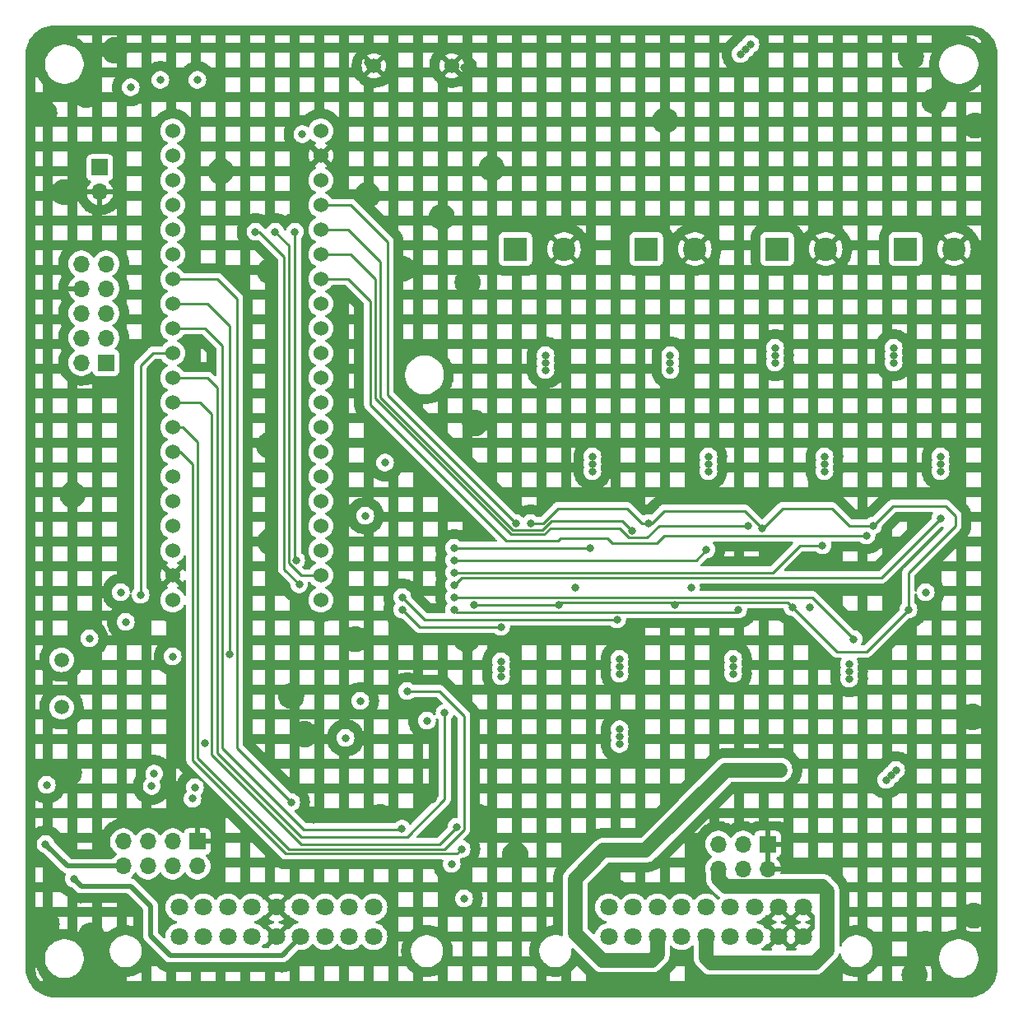
<source format=gbr>
%TF.GenerationSoftware,KiCad,Pcbnew,7.99.0-2367-gcb54bdfa84*%
%TF.CreationDate,2023-12-26T22:21:42+02:00*%
%TF.ProjectId,speeduino_stm32,73706565-6475-4696-9e6f-5f73746d3332,rev?*%
%TF.SameCoordinates,Original*%
%TF.FileFunction,Copper,L3,Inr*%
%TF.FilePolarity,Positive*%
%FSLAX46Y46*%
G04 Gerber Fmt 4.6, Leading zero omitted, Abs format (unit mm)*
G04 Created by KiCad (PCBNEW 7.99.0-2367-gcb54bdfa84) date 2023-12-26 22:21:42*
%MOMM*%
%LPD*%
G01*
G04 APERTURE LIST*
%TA.AperFunction,ComponentPad*%
%ADD10R,1.700000X1.700000*%
%TD*%
%TA.AperFunction,ComponentPad*%
%ADD11O,1.700000X1.700000*%
%TD*%
%TA.AperFunction,ComponentPad*%
%ADD12R,2.400000X2.400000*%
%TD*%
%TA.AperFunction,ComponentPad*%
%ADD13C,2.400000*%
%TD*%
%TA.AperFunction,ComponentPad*%
%ADD14C,1.800000*%
%TD*%
%TA.AperFunction,ComponentPad*%
%ADD15C,1.524000*%
%TD*%
%TA.AperFunction,ComponentPad*%
%ADD16C,1.500000*%
%TD*%
%TA.AperFunction,ViaPad*%
%ADD17C,0.800000*%
%TD*%
%TA.AperFunction,Conductor*%
%ADD18C,0.250000*%
%TD*%
%TA.AperFunction,Conductor*%
%ADD19C,0.500000*%
%TD*%
%TA.AperFunction,Conductor*%
%ADD20C,1.500000*%
%TD*%
G04 APERTURE END LIST*
D10*
%TO.N,Net-(J5-Pin_1)*%
%TO.C,J5*%
X33274000Y-59690000D03*
D11*
%TO.N,EXP_PB2*%
X30734000Y-59690000D03*
%TO.N,Net-(J5-Pin_3)*%
X33274000Y-57150000D03*
%TO.N,EXP_PB10*%
X30734000Y-57150000D03*
%TO.N,EXP_TR*%
X33274000Y-54610000D03*
%TO.N,EXP_ADC*%
X30734000Y-54610000D03*
%TO.N,EXP_PC15*%
X33274000Y-52070000D03*
%TO.N,GND*%
X30734000Y-52070000D03*
%TO.N,EXP_PC14*%
X33274000Y-49530000D03*
%TO.N,+5V*%
X30734000Y-49530000D03*
%TD*%
D12*
%TO.N,+12V*%
%TO.C,C33*%
X102324041Y-48006000D03*
D13*
%TO.N,GND*%
X107324041Y-48006000D03*
%TD*%
D14*
%TO.N,iat_out*%
%TO.C,J2*%
X60800000Y-115726500D03*
%TO.N,o2_out*%
X58300000Y-115726500D03*
%TO.N,+5V*%
X55800000Y-115726500D03*
%TO.N,cam_out*%
X53300000Y-115726500D03*
%TO.N,GND*%
X50800000Y-115726500D03*
%TO.N,CANH_OUT*%
X48300000Y-115726500D03*
%TO.N,map_out*%
X45800000Y-115726500D03*
%TO.N,EXP7*%
X43300000Y-115726500D03*
%TO.N,EXP6*%
X40800000Y-115726500D03*
%TO.N,clt_out*%
X60800000Y-118726500D03*
%TO.N,tps_out*%
X58300000Y-118726500D03*
%TO.N,+5V*%
X55800000Y-118726500D03*
%TO.N,cas_out*%
X53300000Y-118726500D03*
%TO.N,GND*%
X50800000Y-118726500D03*
%TO.N,CANL_OUT*%
X48300000Y-118726500D03*
%TO.N,EXP3*%
X45800000Y-118726500D03*
%TO.N,EXP4*%
X43300000Y-118726500D03*
%TO.N,EXP5*%
X40800000Y-118726500D03*
%TD*%
%TO.N,GND*%
%TO.C,J3*%
X104996000Y-115726500D03*
X102496000Y-115726500D03*
%TO.N,/+12V_UNPROT*%
X99996000Y-115726500D03*
X97496000Y-115726500D03*
%TO.N,EXP2*%
X94996000Y-115726500D03*
%TO.N,coil1_out*%
X92496000Y-115726500D03*
%TO.N,coil2_out*%
X89996000Y-115726500D03*
%TO.N,coil3_out*%
X87496000Y-115726500D03*
%TO.N,coil4_out*%
X84996000Y-115726500D03*
%TO.N,GND*%
X104996000Y-118726500D03*
X102496000Y-118726500D03*
%TO.N,/+12VA_UNPROT*%
X99996000Y-118726500D03*
X97496000Y-118726500D03*
%TO.N,EXP1*%
X94996000Y-118726500D03*
%TO.N,inj1_out*%
X92496000Y-118726500D03*
%TO.N,inj2_out*%
X89996000Y-118726500D03*
%TO.N,inj3_out*%
X87496000Y-118726500D03*
%TO.N,inj4_out*%
X84996000Y-118726500D03*
%TD*%
D15*
%TO.N,MCP2515_CS*%
%TO.C,U1*%
X55372000Y-84113500D03*
%TO.N,SPI_SCK*%
X55372000Y-81573500D03*
%TO.N,SPI_MISO*%
X55372000Y-79033500D03*
%TO.N,SPI_MOSI*%
X55372000Y-76493500D03*
%TO.N,MCP2515_INT*%
X55372000Y-73953500D03*
%TO.N,TX_MCU*%
X55372000Y-71413500D03*
%TO.N,RX_MCU*%
X55372000Y-68873500D03*
%TO.N,unconnected-(U1-PA11-Pad8)*%
X55372000Y-66333500D03*
%TO.N,unconnected-(U1-PA12-Pad9)*%
X55372000Y-63793500D03*
%TO.N,inj4_mcu*%
X55372000Y-61253500D03*
%TO.N,inj3_mcu*%
X55372000Y-58713500D03*
%TO.N,inj2_mcu*%
X55372000Y-56173500D03*
%TO.N,inj1_mcu*%
X55372000Y-53633500D03*
%TO.N,coil1_mcu*%
X55372000Y-51093500D03*
%TO.N,coil2_mcu*%
X55372000Y-48553500D03*
%TO.N,coil3_mcu*%
X55372000Y-46013500D03*
%TO.N,coil4_mcu*%
X55372000Y-43473500D03*
%TO.N,+5V*%
X55372000Y-40933500D03*
%TO.N,GND*%
X55372000Y-38393500D03*
%TO.N,+3V3*%
X55372000Y-35853500D03*
%TO.N,+5V*%
X40132000Y-84113500D03*
%TO.N,GND*%
X40132000Y-81573500D03*
%TO.N,unconnected-(U1-3V3-Pad23)*%
X40132000Y-79033500D03*
%TO.N,EXP_PB10*%
X40132000Y-76493500D03*
%TO.N,EXP_PB2*%
X40132000Y-73953500D03*
%TO.N,EXP_ADC*%
X40132000Y-71413500D03*
%TO.N,bat_mcu*%
X40132000Y-68873500D03*
%TO.N,o2_mcu*%
X40132000Y-66333500D03*
%TO.N,clt_mcu*%
X40132000Y-63793500D03*
%TO.N,iat_mcu*%
X40132000Y-61253500D03*
%TO.N,map_mcu*%
X40132000Y-58713500D03*
%TO.N,tps_mcu*%
X40132000Y-56173500D03*
%TO.N,cas_mcu*%
X40132000Y-53633500D03*
%TO.N,cam_mcu*%
X40132000Y-51093500D03*
%TO.N,EXP_TR*%
X40132000Y-48553500D03*
%TO.N,unconnected-(U1-NRST-Pad36)*%
X40132000Y-46013500D03*
%TO.N,EXP_PC15*%
X40132000Y-43473500D03*
%TO.N,EXP_PC14*%
X40132000Y-40933500D03*
%TO.N,/#LED*%
X40132000Y-38393500D03*
%TO.N,/VBAT*%
X40132000Y-35853500D03*
%TD*%
D12*
%TO.N,+12V*%
%TO.C,C36*%
X88862041Y-48006000D03*
D13*
%TO.N,GND*%
X93862041Y-48006000D03*
%TD*%
D10*
%TO.N,GND*%
%TO.C,J6*%
X101346000Y-109220000D03*
D11*
X101346000Y-111760000D03*
%TO.N,+12V*%
X98806000Y-109220000D03*
X98806000Y-111760000D03*
%TO.N,EXP2*%
X96266000Y-109220000D03*
%TO.N,EXP1*%
X96266000Y-111760000D03*
%TD*%
D12*
%TO.N,+12VA*%
%TO.C,C37*%
X115532041Y-48006000D03*
D13*
%TO.N,GND*%
X120532041Y-48006000D03*
%TD*%
D10*
%TO.N,GND*%
%TO.C,J4*%
X42662000Y-108961000D03*
D11*
%TO.N,+5V*%
X42662000Y-111501000D03*
%TO.N,EXP4*%
X40122000Y-108961000D03*
%TO.N,EXP8*%
X40122000Y-111501000D03*
%TO.N,EXP5*%
X37582000Y-108961000D03*
%TO.N,EXP7*%
X37582000Y-111501000D03*
%TO.N,EXP3*%
X35042000Y-108961000D03*
%TO.N,EXP6*%
X35042000Y-111501000D03*
%TD*%
D16*
%TO.N,Net-(U2-OSC2)*%
%TO.C,Y1*%
X28702000Y-95160000D03*
%TO.N,Net-(U2-OSC1)*%
X28702000Y-90260000D03*
%TD*%
D10*
%TO.N,Net-(J1-Pin_1)*%
%TO.C,J1*%
X32639000Y-39619000D03*
D11*
%TO.N,GND*%
X32639000Y-42159000D03*
%TD*%
D12*
%TO.N,+5V*%
%TO.C,C1*%
X75400041Y-48006000D03*
D13*
%TO.N,GND*%
X80400041Y-48006000D03*
%TD*%
D15*
%TO.N,GND*%
%TO.C,J7*%
X68836000Y-29142900D03*
X60836000Y-29142900D03*
%TD*%
D17*
%TO.N,GND*%
X85725000Y-114141500D03*
X67818000Y-44704000D03*
X122555000Y-116586000D03*
X122682000Y-35306000D03*
X31750000Y-118618000D03*
X60198000Y-28829000D03*
X70485000Y-51435000D03*
X31242000Y-32131000D03*
X58928000Y-88138000D03*
X71628000Y-106426000D03*
X50165000Y-50292000D03*
X27178000Y-117475000D03*
X90805000Y-34798000D03*
X34163000Y-27559000D03*
X26924000Y-34036000D03*
X29845000Y-73279000D03*
X63754000Y-50038000D03*
X71247000Y-65913000D03*
X116459000Y-122682000D03*
X53721000Y-97917000D03*
X61468000Y-106426000D03*
X50165000Y-78105000D03*
X122428000Y-96139000D03*
X54610000Y-106680000D03*
X29464000Y-101854000D03*
X75372000Y-110302000D03*
X117602000Y-119507000D03*
X66868000Y-104582000D03*
X70358000Y-88138000D03*
X28961000Y-42159000D03*
X118491000Y-32766000D03*
X50038000Y-68199000D03*
X70104000Y-29337000D03*
X116078000Y-28194000D03*
X43434000Y-98806000D03*
X52324000Y-93980000D03*
X45085000Y-40005000D03*
X60163688Y-42452312D03*
X72955000Y-39681000D03*
X32639000Y-122936000D03*
%TO.N,o2_mcu*%
X64262000Y-93472000D03*
%TO.N,tps_mcu*%
X63721000Y-107663000D03*
%TO.N,iat_mcu*%
X68105250Y-95724750D03*
%TO.N,clt_mcu*%
X69342000Y-107442000D03*
%TO.N,bat_mcu*%
X69850000Y-109728000D03*
%TO.N,Net-(Q3-IS)*%
X110181500Y-88138000D03*
X69088000Y-83820000D03*
%TO.N,Net-(Q4-IS)*%
X98298000Y-85090000D03*
X69088000Y-85090000D03*
%TO.N,Net-(Q5-IS)*%
X63754000Y-83820000D03*
X85852000Y-86106000D03*
%TO.N,Net-(Q8-IS)*%
X69088000Y-81280000D03*
X106963500Y-78486000D03*
%TO.N,Net-(Q9-IS)*%
X69088000Y-80010000D03*
X95047227Y-78918500D03*
%TO.N,cas_mcu*%
X42418000Y-103378000D03*
X45974000Y-89662000D03*
%TO.N,cam_mcu*%
X42164000Y-104558500D03*
X52324000Y-104902000D03*
%TO.N,+5V*%
X66294000Y-96520000D03*
X27178000Y-103124000D03*
X59436000Y-94488000D03*
X68834000Y-111252000D03*
X57912000Y-98298000D03*
X59944000Y-75438000D03*
X31574000Y-88060000D03*
X53467000Y-36195000D03*
%TO.N,coil1_out*%
X114300000Y-59690000D03*
X114300000Y-58166000D03*
X114300000Y-58928000D03*
%TO.N,coil2_out*%
X102108000Y-58166000D03*
X102108000Y-58928000D03*
X102108000Y-59690000D03*
%TO.N,coil3_out*%
X91313000Y-58928000D03*
X91313000Y-59690000D03*
X91313000Y-60452000D03*
%TO.N,coil4_out*%
X78486000Y-60452000D03*
X78486000Y-59690000D03*
X78486000Y-58928000D03*
%TO.N,cas_out*%
X29972000Y-112776000D03*
%TO.N,inj1_out*%
X114046000Y-102108000D03*
X113538000Y-102616000D03*
X114554000Y-101600000D03*
%TO.N,inj2_out*%
X102616000Y-101600000D03*
X101092000Y-101600000D03*
X101854000Y-101600000D03*
%TO.N,inj3_out*%
X86106000Y-97409000D03*
X86106000Y-98171000D03*
X86106000Y-98933000D03*
%TO.N,+12V*%
X83312000Y-70866000D03*
X99568000Y-26924000D03*
X86106000Y-90170000D03*
X83312000Y-69342000D03*
X70104000Y-114808000D03*
X86106000Y-90932000D03*
X73914000Y-91186000D03*
X73914000Y-90424000D03*
X95250000Y-70866000D03*
X95250000Y-69342000D03*
X83312000Y-70104000D03*
X86106000Y-91694000D03*
X98552000Y-27940000D03*
X73914000Y-91948000D03*
X99060000Y-27432000D03*
X95250000Y-70104000D03*
%TO.N,CANH_OUT*%
X38227000Y-101981000D03*
%TO.N,+12VA*%
X109728000Y-91440000D03*
X107188000Y-70866000D03*
X97790000Y-90932000D03*
X119126000Y-70866000D03*
X109728000Y-90678000D03*
X97790000Y-91694000D03*
X107188000Y-69342000D03*
X119126000Y-69342000D03*
X119126000Y-70104000D03*
X97790000Y-90170000D03*
X107188000Y-70104000D03*
X109728000Y-92202000D03*
%TO.N,CANL_OUT*%
X37973000Y-103251000D03*
%TO.N,Net-(Q6-IS)*%
X73914000Y-86868000D03*
X63754000Y-85090000D03*
%TO.N,Net-(Q7-IS)*%
X119126000Y-75692000D03*
X69088000Y-82550000D03*
%TO.N,OUTPUT_INH*%
X100758500Y-76708000D03*
X79835500Y-84582000D03*
X76962000Y-76200000D03*
X103886000Y-84836000D03*
X71120000Y-84582000D03*
X91773500Y-84582000D03*
X89074500Y-76200000D03*
X115824000Y-85090000D03*
X112188500Y-76454000D03*
%TO.N,inj1_mcu*%
X117602000Y-83312000D03*
%TO.N,inj2_mcu*%
X105664000Y-84836000D03*
%TO.N,inj3_mcu*%
X93472000Y-82804000D03*
%TO.N,inj4_mcu*%
X81534000Y-82804000D03*
%TO.N,coil1_mcu*%
X111506000Y-77470000D03*
%TO.N,coil2_mcu*%
X99314000Y-76454000D03*
%TO.N,coil3_mcu*%
X87376000Y-76962000D03*
%TO.N,coil4_mcu*%
X75438000Y-76200000D03*
%TO.N,MCP2515_INT*%
X40132000Y-89916000D03*
%TO.N,SPI_SCK*%
X50673000Y-46228000D03*
%TO.N,SPI_MOSI*%
X48641000Y-46228000D03*
X53153799Y-82490799D03*
%TO.N,SPI_MISO*%
X52832000Y-80010000D03*
X52705000Y-46228000D03*
%TO.N,MCP2515_CS*%
X35306000Y-86360000D03*
%TO.N,EXP6*%
X27051000Y-109220000D03*
%TO.N,map_mcu*%
X36830000Y-83566000D03*
%TO.N,EXP_ADC*%
X61976000Y-69977000D03*
%TO.N,Net-(Q10-IS)*%
X83058000Y-78740000D03*
X69088000Y-78740000D03*
%TO.N,map_out*%
X34798000Y-83312000D03*
%TO.N,Net-(Q12-B)*%
X42672000Y-30607000D03*
X38862000Y-30607000D03*
%TO.N,/#LED*%
X35814000Y-31369000D03*
%TD*%
D18*
%TO.N,o2_mcu*%
X40132000Y-66333500D02*
X41187500Y-66333500D01*
X68081305Y-109728000D02*
X70104000Y-107705305D01*
X67564000Y-93472000D02*
X64262000Y-93472000D01*
X42709000Y-67855000D02*
X42709000Y-100367000D01*
X41187500Y-66333500D02*
X42709000Y-67855000D01*
X70104000Y-107705305D02*
X70104000Y-96012000D01*
X70104000Y-96012000D02*
X67564000Y-93472000D01*
X42709000Y-100367000D02*
X52070000Y-109728000D01*
X52070000Y-109728000D02*
X68081305Y-109728000D01*
%TO.N,tps_mcu*%
X43473500Y-56173500D02*
X45249000Y-57949000D01*
X53594000Y-107696000D02*
X63688000Y-107696000D01*
X45249000Y-99351000D02*
X53594000Y-107696000D01*
X63688000Y-107696000D02*
X63721000Y-107663000D01*
X40132000Y-56173500D02*
X43473500Y-56173500D01*
X45249000Y-57949000D02*
X45249000Y-99351000D01*
%TO.N,iat_mcu*%
X64262000Y-108458000D02*
X68105250Y-104614750D01*
X68105250Y-104614750D02*
X68105250Y-95724750D01*
X40132000Y-61253500D02*
X43727500Y-61253500D01*
X43727500Y-61253500D02*
X44704000Y-62230000D01*
X44704000Y-99822000D02*
X53340000Y-108458000D01*
X53340000Y-108458000D02*
X64262000Y-108458000D01*
X44704000Y-62230000D02*
X44704000Y-99822000D01*
%TO.N,clt_mcu*%
X44159000Y-64987000D02*
X44159000Y-100039000D01*
X40132000Y-63793500D02*
X42965500Y-63793500D01*
X67564000Y-109220000D02*
X69342000Y-107442000D01*
X44159000Y-100039000D02*
X53340000Y-109220000D01*
X42965500Y-63793500D02*
X44159000Y-64987000D01*
X53340000Y-109220000D02*
X67564000Y-109220000D01*
%TO.N,bat_mcu*%
X51758000Y-110178000D02*
X69400000Y-110178000D01*
X42164000Y-70104000D02*
X42164000Y-100584000D01*
X69400000Y-110178000D02*
X69850000Y-109728000D01*
X40933500Y-68873500D02*
X42164000Y-70104000D01*
X40132000Y-68873500D02*
X40933500Y-68873500D01*
X42164000Y-100584000D02*
X51758000Y-110178000D01*
%TO.N,Net-(Q3-IS)*%
X105918000Y-83820000D02*
X110236000Y-88138000D01*
X69088000Y-83820000D02*
X105918000Y-83820000D01*
X110236000Y-88138000D02*
X110181500Y-88138000D01*
%TO.N,Net-(Q4-IS)*%
X69088000Y-85090000D02*
X69342000Y-85344000D01*
X69342000Y-85344000D02*
X98044000Y-85344000D01*
X98044000Y-85344000D02*
X98298000Y-85090000D01*
%TO.N,Net-(Q5-IS)*%
X63754000Y-83820000D02*
X66040000Y-86106000D01*
X66040000Y-86106000D02*
X85852000Y-86106000D01*
%TO.N,Net-(Q8-IS)*%
X106963500Y-78486000D02*
X104648000Y-78486000D01*
X104648000Y-78486000D02*
X101854000Y-81280000D01*
X69088000Y-81280000D02*
X101854000Y-81280000D01*
%TO.N,Net-(Q9-IS)*%
X93955727Y-80010000D02*
X69088000Y-80010000D01*
X95047227Y-78918500D02*
X93955727Y-80010000D01*
%TO.N,cas_mcu*%
X43727500Y-53633500D02*
X40132000Y-53633500D01*
X45974000Y-55880000D02*
X43727500Y-53633500D01*
X45974000Y-89662000D02*
X45974000Y-55880000D01*
%TO.N,cam_mcu*%
X52324000Y-104902000D02*
X46736000Y-99314000D01*
X46736000Y-99314000D02*
X46736000Y-53086000D01*
X44743500Y-51093500D02*
X40132000Y-51093500D01*
X46736000Y-53086000D02*
X44743500Y-51093500D01*
D19*
%TO.N,cas_out*%
X53300000Y-118726500D02*
X51376500Y-120650000D01*
X39878000Y-120650000D02*
X37846000Y-118618000D01*
X30734000Y-113538000D02*
X29972000Y-112776000D01*
X35814000Y-113538000D02*
X30734000Y-113538000D01*
X37846000Y-115570000D02*
X35814000Y-113538000D01*
X37846000Y-118618000D02*
X37846000Y-115570000D01*
X51376500Y-120650000D02*
X39878000Y-120650000D01*
D20*
%TO.N,inj2_out*%
X81534000Y-112776000D02*
X84455000Y-109855000D01*
X101854000Y-101600000D02*
X102616000Y-101600000D01*
X88773000Y-109855000D02*
X97028000Y-101600000D01*
X81534000Y-118364000D02*
X81534000Y-112776000D01*
X89996000Y-118726500D02*
X89996000Y-120570000D01*
X97028000Y-101600000D02*
X101092000Y-101600000D01*
X101092000Y-101600000D02*
X101854000Y-101600000D01*
X89996000Y-120570000D02*
X89408000Y-121158000D01*
X89408000Y-121158000D02*
X84328000Y-121158000D01*
X84328000Y-121158000D02*
X81534000Y-118364000D01*
X84455000Y-109855000D02*
X88773000Y-109855000D01*
%TO.N,EXP1*%
X94996000Y-120904000D02*
X94996000Y-118726500D01*
X106172000Y-121412000D02*
X95504000Y-121412000D01*
X106956000Y-113560000D02*
X107442000Y-114046000D01*
X107442000Y-114046000D02*
X107442000Y-120142000D01*
X96266000Y-111760000D02*
X96266000Y-112776000D01*
X97050000Y-113560000D02*
X106956000Y-113560000D01*
X95504000Y-121412000D02*
X94996000Y-120904000D01*
X107442000Y-120142000D02*
X106172000Y-121412000D01*
X96266000Y-112776000D02*
X97050000Y-113560000D01*
D18*
%TO.N,Net-(Q6-IS)*%
X73406000Y-86868000D02*
X73914000Y-86868000D01*
X63754000Y-85090000D02*
X65532000Y-86868000D01*
X65532000Y-86868000D02*
X73406000Y-86868000D01*
%TO.N,Net-(Q7-IS)*%
X69850000Y-81788000D02*
X113030000Y-81788000D01*
X113030000Y-81788000D02*
X119126000Y-75692000D01*
X69088000Y-82550000D02*
X69850000Y-81788000D01*
%TO.N,OUTPUT_INH*%
X89408000Y-76200000D02*
X90678000Y-74930000D01*
X92027500Y-84328000D02*
X91773500Y-84582000D01*
X79756000Y-74676000D02*
X78232000Y-76200000D01*
X102870000Y-74676000D02*
X100838000Y-76708000D01*
X103378000Y-84328000D02*
X98298000Y-84328000D01*
X120650000Y-76454000D02*
X120650000Y-75438000D01*
X89074500Y-76200000D02*
X88392000Y-76200000D01*
X114220500Y-74422000D02*
X112188500Y-76454000D01*
X79835500Y-84582000D02*
X71120000Y-84582000D01*
X103886000Y-84836000D02*
X103378000Y-84328000D01*
X98298000Y-84328000D02*
X92202000Y-84328000D01*
X100838000Y-76708000D02*
X100758500Y-76708000D01*
X92202000Y-84328000D02*
X80089500Y-84328000D01*
X120650000Y-75438000D02*
X119634000Y-74422000D01*
X112188500Y-76454000D02*
X109728000Y-76454000D01*
X78232000Y-76200000D02*
X76962000Y-76200000D01*
X86868000Y-74676000D02*
X79756000Y-74676000D01*
X98980500Y-74930000D02*
X100758500Y-76708000D01*
X108458000Y-89408000D02*
X103886000Y-84836000D01*
X89074500Y-76200000D02*
X89408000Y-76200000D01*
X111506000Y-89408000D02*
X108458000Y-89408000D01*
X88392000Y-76200000D02*
X86868000Y-74676000D01*
X92202000Y-84328000D02*
X92027500Y-84328000D01*
X109728000Y-76454000D02*
X107950000Y-74676000D01*
X90678000Y-74930000D02*
X98980500Y-74930000D01*
X119634000Y-74422000D02*
X114220500Y-74422000D01*
X115824000Y-85090000D02*
X115824000Y-81280000D01*
X80089500Y-84328000D02*
X79835500Y-84582000D01*
X107950000Y-74676000D02*
X102870000Y-74676000D01*
X115824000Y-81280000D02*
X120650000Y-76454000D01*
X115824000Y-85090000D02*
X111506000Y-89408000D01*
%TO.N,coil1_mcu*%
X90678000Y-77470000D02*
X89916000Y-78232000D01*
X74422000Y-77978000D02*
X60452000Y-64008000D01*
X89916000Y-78232000D02*
X85344000Y-78232000D01*
X111506000Y-77470000D02*
X90678000Y-77470000D01*
X79756000Y-77978000D02*
X74422000Y-77978000D01*
X58205500Y-51093500D02*
X55372000Y-51093500D01*
X85344000Y-78232000D02*
X84836000Y-77724000D01*
X60452000Y-64008000D02*
X60452000Y-53340000D01*
X84836000Y-77724000D02*
X80010000Y-77724000D01*
X60452000Y-53340000D02*
X58205500Y-51093500D01*
X80010000Y-77724000D02*
X79756000Y-77978000D01*
%TO.N,coil2_mcu*%
X86096695Y-76708000D02*
X78996792Y-76708000D01*
X58459500Y-48553500D02*
X55372000Y-48553500D01*
X90170000Y-76454000D02*
X88937000Y-77687000D01*
X74951299Y-77375000D02*
X60960000Y-63383701D01*
X78996792Y-76708000D02*
X78329792Y-77375000D01*
X87075695Y-77687000D02*
X86096695Y-76708000D01*
X78329792Y-77375000D02*
X74951299Y-77375000D01*
X88937000Y-77687000D02*
X87075695Y-77687000D01*
X99314000Y-76454000D02*
X90170000Y-76454000D01*
X60960000Y-51054000D02*
X58459500Y-48553500D01*
X60960000Y-63383701D02*
X60960000Y-51054000D01*
%TO.N,coil3_mcu*%
X75137695Y-76925000D02*
X61468000Y-63255305D01*
X61468000Y-63255305D02*
X61468000Y-49276000D01*
X86360000Y-75946000D02*
X79122396Y-75946000D01*
X78143396Y-76925000D02*
X75137695Y-76925000D01*
X61468000Y-49276000D02*
X58205500Y-46013500D01*
X58205500Y-46013500D02*
X55372000Y-46013500D01*
X87376000Y-76962000D02*
X86360000Y-75946000D01*
X79122396Y-75946000D02*
X78143396Y-76925000D01*
%TO.N,coil4_mcu*%
X75438000Y-76200000D02*
X62230000Y-62992000D01*
X62230000Y-47244000D02*
X58459500Y-43473500D01*
X58459500Y-43473500D02*
X55372000Y-43473500D01*
X62230000Y-62992000D02*
X62230000Y-47244000D01*
%TO.N,SPI_SCK*%
X52070000Y-47625000D02*
X52070000Y-80273305D01*
X53370195Y-81573500D02*
X55372000Y-81573500D01*
X50673000Y-46228000D02*
X52070000Y-47625000D01*
X52070000Y-80273305D02*
X53370195Y-81573500D01*
%TO.N,SPI_MOSI*%
X51620000Y-80957000D02*
X53153799Y-82490799D01*
X49022000Y-46228000D02*
X51620000Y-48826000D01*
X51620000Y-48826000D02*
X51620000Y-80957000D01*
X48641000Y-46228000D02*
X49022000Y-46228000D01*
%TO.N,SPI_MISO*%
X52705000Y-79883000D02*
X52832000Y-80010000D01*
X52705000Y-46228000D02*
X52705000Y-79883000D01*
D19*
%TO.N,EXP6*%
X29332000Y-111501000D02*
X27051000Y-109220000D01*
X35042000Y-111501000D02*
X29332000Y-111501000D01*
D18*
%TO.N,map_mcu*%
X36830000Y-59944000D02*
X38100000Y-58674000D01*
X40092500Y-58674000D02*
X40132000Y-58713500D01*
X38100000Y-58674000D02*
X40092500Y-58674000D01*
X36830000Y-83566000D02*
X36830000Y-59944000D01*
%TO.N,Net-(Q10-IS)*%
X83058000Y-78740000D02*
X69088000Y-78740000D01*
%TD*%
%TA.AperFunction,Conductor*%
%TO.N,GND*%
G36*
X101971901Y-119029088D02*
G01*
X102068075Y-119154425D01*
X102193412Y-119250599D01*
X102290779Y-119290929D01*
X101694680Y-119887028D01*
X101694681Y-119887029D01*
X101723249Y-119909265D01*
X101723263Y-119909274D01*
X101736960Y-119916687D01*
X101787350Y-119966700D01*
X101802702Y-120036017D01*
X101778141Y-120102630D01*
X101721465Y-120145390D01*
X101676990Y-120153500D01*
X100816058Y-120153500D01*
X100747937Y-120133498D01*
X100701444Y-120079842D01*
X100691340Y-120009568D01*
X100720834Y-119944988D01*
X100756089Y-119916686D01*
X100769017Y-119909690D01*
X100953220Y-119766318D01*
X100978609Y-119738739D01*
X101013529Y-119700805D01*
X101111314Y-119594583D01*
X101140814Y-119549428D01*
X101194816Y-119503341D01*
X101265164Y-119493765D01*
X101329521Y-119523741D01*
X101331421Y-119525934D01*
X101336796Y-119526491D01*
X101931569Y-118931718D01*
X101971901Y-119029088D01*
G37*
%TD.AperFunction*%
%TA.AperFunction,Conductor*%
G36*
X104471901Y-119029088D02*
G01*
X104568075Y-119154425D01*
X104693412Y-119250599D01*
X104790780Y-119290929D01*
X104194681Y-119887029D01*
X104223249Y-119909265D01*
X104223263Y-119909274D01*
X104236960Y-119916687D01*
X104287350Y-119966700D01*
X104302702Y-120036017D01*
X104278141Y-120102630D01*
X104221465Y-120145390D01*
X104176990Y-120153500D01*
X103315010Y-120153500D01*
X103246889Y-120133498D01*
X103200396Y-120079842D01*
X103190292Y-120009568D01*
X103219786Y-119944988D01*
X103255040Y-119916687D01*
X103268735Y-119909275D01*
X103268738Y-119909273D01*
X103297317Y-119887028D01*
X102701219Y-119290930D01*
X102798588Y-119250599D01*
X102923925Y-119154425D01*
X103020099Y-119029089D01*
X103060430Y-118931719D01*
X103655203Y-119526491D01*
X103668468Y-119525115D01*
X103694519Y-119502883D01*
X103764867Y-119493308D01*
X103829225Y-119523285D01*
X103831530Y-119525945D01*
X103836796Y-119526491D01*
X104431569Y-118931718D01*
X104471901Y-119029088D01*
G37*
%TD.AperFunction*%
%TA.AperFunction,Conductor*%
G36*
X101971901Y-116029088D02*
G01*
X102068075Y-116154425D01*
X102193412Y-116250599D01*
X102290779Y-116290929D01*
X101694680Y-116887028D01*
X101694681Y-116887029D01*
X101723249Y-116909265D01*
X101723258Y-116909271D01*
X101928474Y-117020327D01*
X101928477Y-117020329D01*
X102149167Y-117096092D01*
X102149176Y-117096094D01*
X102185873Y-117102218D01*
X102249773Y-117133160D01*
X102286801Y-117193736D01*
X102285200Y-117264714D01*
X102245480Y-117323560D01*
X102185873Y-117350782D01*
X102149176Y-117356905D01*
X102149167Y-117356907D01*
X101928477Y-117432670D01*
X101928474Y-117432672D01*
X101723259Y-117543727D01*
X101694681Y-117565970D01*
X101694680Y-117565970D01*
X102290780Y-118162070D01*
X102193412Y-118202401D01*
X102068075Y-118298575D01*
X101971901Y-118423911D01*
X101931569Y-118521279D01*
X101336796Y-117926506D01*
X101323258Y-117927911D01*
X101297775Y-117949659D01*
X101227427Y-117959234D01*
X101163070Y-117929256D01*
X101140814Y-117903570D01*
X101111314Y-117858416D01*
X100953225Y-117686686D01*
X100953221Y-117686682D01*
X100837338Y-117596487D01*
X100769017Y-117543310D01*
X100563727Y-117432213D01*
X100563724Y-117432212D01*
X100563723Y-117432211D01*
X100342955Y-117356421D01*
X100342948Y-117356419D01*
X100323609Y-117353192D01*
X100309160Y-117350781D01*
X100245263Y-117319840D01*
X100208235Y-117259264D01*
X100209836Y-117188285D01*
X100249556Y-117129440D01*
X100309160Y-117102218D01*
X100342951Y-117096580D01*
X100563727Y-117020787D01*
X100769017Y-116909690D01*
X100953220Y-116766318D01*
X101111314Y-116594583D01*
X101140814Y-116549428D01*
X101194816Y-116503341D01*
X101265164Y-116493765D01*
X101329521Y-116523741D01*
X101331421Y-116525934D01*
X101336796Y-116526492D01*
X101931569Y-115931719D01*
X101971901Y-116029088D01*
G37*
%TD.AperFunction*%
%TA.AperFunction,Conductor*%
G36*
X104471901Y-116029088D02*
G01*
X104568075Y-116154425D01*
X104693412Y-116250599D01*
X104790779Y-116290929D01*
X104194680Y-116887028D01*
X104194681Y-116887029D01*
X104223249Y-116909265D01*
X104223258Y-116909271D01*
X104428474Y-117020327D01*
X104428477Y-117020329D01*
X104649167Y-117096092D01*
X104649176Y-117096094D01*
X104685873Y-117102218D01*
X104749773Y-117133160D01*
X104786801Y-117193736D01*
X104785200Y-117264714D01*
X104745480Y-117323560D01*
X104685873Y-117350782D01*
X104649176Y-117356905D01*
X104649167Y-117356907D01*
X104428477Y-117432670D01*
X104428474Y-117432672D01*
X104223259Y-117543727D01*
X104194681Y-117565970D01*
X104194680Y-117565970D01*
X104790780Y-118162070D01*
X104693412Y-118202401D01*
X104568075Y-118298575D01*
X104471901Y-118423911D01*
X104431569Y-118521279D01*
X103836796Y-117926506D01*
X103823529Y-117927882D01*
X103797479Y-117950116D01*
X103727131Y-117959691D01*
X103662773Y-117929714D01*
X103660467Y-117927053D01*
X103655202Y-117926507D01*
X103060429Y-118521279D01*
X103020099Y-118423912D01*
X102923925Y-118298575D01*
X102798588Y-118202401D01*
X102701219Y-118162069D01*
X103297318Y-117565970D01*
X103268743Y-117543729D01*
X103268741Y-117543728D01*
X103063525Y-117432672D01*
X103063522Y-117432670D01*
X102842832Y-117356907D01*
X102842823Y-117356905D01*
X102806126Y-117350782D01*
X102742226Y-117319841D01*
X102705199Y-117259265D01*
X102706799Y-117188286D01*
X102746519Y-117129440D01*
X102806126Y-117102218D01*
X102842823Y-117096094D01*
X102842832Y-117096092D01*
X103063522Y-117020329D01*
X103063525Y-117020327D01*
X103268738Y-116909272D01*
X103297317Y-116887028D01*
X102701219Y-116290930D01*
X102798588Y-116250599D01*
X102923925Y-116154425D01*
X103020099Y-116029089D01*
X103060430Y-115931719D01*
X103655202Y-116526491D01*
X103668468Y-116525115D01*
X103694519Y-116502883D01*
X103764867Y-116493308D01*
X103829225Y-116523285D01*
X103831530Y-116525945D01*
X103836796Y-116526492D01*
X104431569Y-115931719D01*
X104471901Y-116029088D01*
G37*
%TD.AperFunction*%
%TA.AperFunction,Conductor*%
G36*
X106146595Y-116517885D02*
G01*
X106180621Y-116580197D01*
X106183500Y-116606980D01*
X106183500Y-117846019D01*
X106163498Y-117914140D01*
X106146595Y-117935114D01*
X105560429Y-118521279D01*
X105520099Y-118423912D01*
X105423925Y-118298575D01*
X105298588Y-118202401D01*
X105201219Y-118162069D01*
X105797318Y-117565970D01*
X105768743Y-117543729D01*
X105768741Y-117543728D01*
X105563525Y-117432672D01*
X105563522Y-117432670D01*
X105342832Y-117356907D01*
X105342823Y-117356905D01*
X105306126Y-117350782D01*
X105242226Y-117319841D01*
X105205199Y-117259265D01*
X105206799Y-117188286D01*
X105246519Y-117129440D01*
X105306126Y-117102218D01*
X105342823Y-117096094D01*
X105342832Y-117096092D01*
X105563522Y-117020329D01*
X105563525Y-117020327D01*
X105768738Y-116909272D01*
X105797317Y-116887028D01*
X105201219Y-116290930D01*
X105298588Y-116250599D01*
X105423925Y-116154425D01*
X105520099Y-116029089D01*
X105560430Y-115931720D01*
X106146595Y-116517885D01*
G37*
%TD.AperFunction*%
%TA.AperFunction,Conductor*%
G36*
X101600000Y-111326325D02*
G01*
X101488315Y-111275320D01*
X101381763Y-111260000D01*
X101310237Y-111260000D01*
X101203685Y-111275320D01*
X101092000Y-111326325D01*
X101092000Y-109653674D01*
X101203685Y-109704680D01*
X101310237Y-109720000D01*
X101381763Y-109720000D01*
X101488315Y-109704680D01*
X101600000Y-109653674D01*
X101600000Y-111326325D01*
G37*
%TD.AperFunction*%
%TA.AperFunction,Conductor*%
G36*
X50275901Y-119029088D02*
G01*
X50372075Y-119154425D01*
X50497412Y-119250599D01*
X50594780Y-119290929D01*
X50031115Y-119854595D01*
X49968803Y-119888621D01*
X49942020Y-119891500D01*
X49429234Y-119891500D01*
X49361113Y-119871498D01*
X49314620Y-119817842D01*
X49304516Y-119747568D01*
X49334010Y-119682988D01*
X49336533Y-119680163D01*
X49391260Y-119620712D01*
X49415314Y-119594583D01*
X49444814Y-119549428D01*
X49498816Y-119503341D01*
X49569164Y-119493765D01*
X49633521Y-119523741D01*
X49635421Y-119525934D01*
X49640796Y-119526491D01*
X50235569Y-118931718D01*
X50275901Y-119029088D01*
G37*
%TD.AperFunction*%
%TA.AperFunction,Conductor*%
G36*
X50275901Y-116029088D02*
G01*
X50372075Y-116154425D01*
X50497412Y-116250599D01*
X50594779Y-116290929D01*
X49998680Y-116887028D01*
X49998681Y-116887029D01*
X50027249Y-116909265D01*
X50027258Y-116909271D01*
X50232474Y-117020327D01*
X50232477Y-117020329D01*
X50453167Y-117096092D01*
X50453176Y-117096094D01*
X50489873Y-117102218D01*
X50553773Y-117133160D01*
X50590801Y-117193736D01*
X50589200Y-117264714D01*
X50549480Y-117323560D01*
X50489873Y-117350782D01*
X50453176Y-117356905D01*
X50453167Y-117356907D01*
X50232477Y-117432670D01*
X50232474Y-117432672D01*
X50027259Y-117543727D01*
X49998681Y-117565970D01*
X49998680Y-117565970D01*
X50594780Y-118162070D01*
X50497412Y-118202401D01*
X50372075Y-118298575D01*
X50275901Y-118423911D01*
X50235569Y-118521279D01*
X49640796Y-117926506D01*
X49627258Y-117927911D01*
X49601775Y-117949659D01*
X49531427Y-117959234D01*
X49467070Y-117929256D01*
X49444814Y-117903570D01*
X49415314Y-117858416D01*
X49257225Y-117686686D01*
X49257221Y-117686682D01*
X49141338Y-117596487D01*
X49073017Y-117543310D01*
X48867727Y-117432213D01*
X48867724Y-117432212D01*
X48867723Y-117432211D01*
X48646955Y-117356421D01*
X48646948Y-117356419D01*
X48627609Y-117353192D01*
X48613160Y-117350781D01*
X48549263Y-117319840D01*
X48512235Y-117259264D01*
X48513836Y-117188285D01*
X48553556Y-117129440D01*
X48613160Y-117102218D01*
X48646951Y-117096580D01*
X48867727Y-117020787D01*
X49073017Y-116909690D01*
X49257220Y-116766318D01*
X49415314Y-116594583D01*
X49444814Y-116549428D01*
X49498816Y-116503341D01*
X49569164Y-116493765D01*
X49633521Y-116523741D01*
X49635421Y-116525934D01*
X49640796Y-116526491D01*
X50235569Y-115931718D01*
X50275901Y-116029088D01*
G37*
%TD.AperFunction*%
%TA.AperFunction,Conductor*%
G36*
X51959203Y-116526491D02*
G01*
X51972736Y-116525087D01*
X51998219Y-116503339D01*
X52068567Y-116493762D01*
X52132925Y-116523739D01*
X52155184Y-116549427D01*
X52184685Y-116594583D01*
X52342774Y-116766313D01*
X52342778Y-116766317D01*
X52376299Y-116792407D01*
X52526983Y-116909690D01*
X52732273Y-117020787D01*
X52953049Y-117096580D01*
X52953056Y-117096581D01*
X52953063Y-117096583D01*
X52986837Y-117102219D01*
X53050737Y-117133160D01*
X53087764Y-117193737D01*
X53086163Y-117264715D01*
X53046442Y-117323561D01*
X52986837Y-117350781D01*
X52953063Y-117356416D01*
X52953044Y-117356421D01*
X52732276Y-117432211D01*
X52732273Y-117432213D01*
X52685220Y-117457677D01*
X52526985Y-117543309D01*
X52526983Y-117543310D01*
X52342778Y-117686682D01*
X52342774Y-117686686D01*
X52184686Y-117858415D01*
X52155183Y-117903573D01*
X52101179Y-117949660D01*
X52030831Y-117959235D01*
X51966474Y-117929257D01*
X51964573Y-117927064D01*
X51959202Y-117926507D01*
X51364429Y-118521279D01*
X51324099Y-118423912D01*
X51227925Y-118298575D01*
X51102588Y-118202401D01*
X51005219Y-118162069D01*
X51601318Y-117565970D01*
X51572743Y-117543729D01*
X51572741Y-117543728D01*
X51367525Y-117432672D01*
X51367522Y-117432670D01*
X51146832Y-117356907D01*
X51146823Y-117356905D01*
X51110126Y-117350782D01*
X51046226Y-117319841D01*
X51009199Y-117259265D01*
X51010799Y-117188286D01*
X51050519Y-117129440D01*
X51110126Y-117102218D01*
X51146823Y-117096094D01*
X51146832Y-117096092D01*
X51367522Y-117020329D01*
X51367525Y-117020327D01*
X51572738Y-116909272D01*
X51601317Y-116887028D01*
X51005219Y-116290930D01*
X51102588Y-116250599D01*
X51227925Y-116154425D01*
X51324099Y-116029089D01*
X51364430Y-115931719D01*
X51959203Y-116526491D01*
G37*
%TD.AperFunction*%
%TA.AperFunction,Conductor*%
G36*
X69138143Y-95951571D02*
G01*
X69171644Y-95975548D01*
X69433595Y-96237499D01*
X69467621Y-96299811D01*
X69470500Y-96326594D01*
X69470500Y-106407500D01*
X69450498Y-106475621D01*
X69396842Y-106522114D01*
X69344500Y-106533500D01*
X69246513Y-106533500D01*
X69059711Y-106573206D01*
X68885247Y-106650882D01*
X68730744Y-106763135D01*
X68602965Y-106905048D01*
X68602958Y-106905058D01*
X68507476Y-107070438D01*
X68507473Y-107070445D01*
X68448457Y-107252072D01*
X68431092Y-107417292D01*
X68404079Y-107482949D01*
X68394877Y-107493216D01*
X67338498Y-108549596D01*
X67276188Y-108583620D01*
X67249405Y-108586500D01*
X65333594Y-108586500D01*
X65265473Y-108566498D01*
X65218980Y-108512842D01*
X65208876Y-108442568D01*
X65238370Y-108377988D01*
X65244499Y-108371405D01*
X66051061Y-107564843D01*
X68493907Y-105121995D01*
X68506342Y-105112034D01*
X68506155Y-105111807D01*
X68512259Y-105106755D01*
X68512268Y-105106750D01*
X68560249Y-105055654D01*
X68581384Y-105034520D01*
X68585679Y-105028982D01*
X68589521Y-105024481D01*
X68621836Y-104990071D01*
X68631595Y-104972317D01*
X68642447Y-104955796D01*
X68654863Y-104939791D01*
X68673597Y-104896498D01*
X68676211Y-104891162D01*
X68698944Y-104849811D01*
X68698945Y-104849810D01*
X68703983Y-104830185D01*
X68710388Y-104811480D01*
X68711487Y-104808941D01*
X68718431Y-104792895D01*
X68725811Y-104746297D01*
X68727012Y-104740490D01*
X68738750Y-104694780D01*
X68738750Y-104674525D01*
X68740301Y-104654813D01*
X68740328Y-104654643D01*
X68743470Y-104634807D01*
X68740617Y-104604627D01*
X68739030Y-104587830D01*
X68738750Y-104581898D01*
X68738750Y-96427274D01*
X68758752Y-96359153D01*
X68771108Y-96342970D01*
X68844290Y-96261694D01*
X68939777Y-96096306D01*
X68962716Y-96025706D01*
X69002790Y-95967101D01*
X69068186Y-95939464D01*
X69138143Y-95951571D01*
G37*
%TD.AperFunction*%
%TA.AperFunction,Conductor*%
G36*
X41191812Y-82274103D02*
G01*
X41191814Y-82274103D01*
X41236052Y-82210926D01*
X41236053Y-82210925D01*
X41290305Y-82094582D01*
X41337222Y-82041297D01*
X41405499Y-82021836D01*
X41473459Y-82042378D01*
X41519525Y-82096401D01*
X41530500Y-82147832D01*
X41530500Y-83537984D01*
X41510498Y-83606105D01*
X41456842Y-83652598D01*
X41386568Y-83662702D01*
X41321988Y-83633208D01*
X41290305Y-83591234D01*
X41256365Y-83518450D01*
X41236488Y-83475824D01*
X41108977Y-83293719D01*
X40951781Y-83136523D01*
X40951777Y-83136520D01*
X40951772Y-83136516D01*
X40769677Y-83009012D01*
X40769675Y-83009011D01*
X40659035Y-82957419D01*
X40605750Y-82910502D01*
X40586289Y-82842225D01*
X40606831Y-82774265D01*
X40659035Y-82729029D01*
X40769425Y-82677553D01*
X40769426Y-82677552D01*
X40832603Y-82633314D01*
X40832603Y-82633312D01*
X40153791Y-81954500D01*
X40163569Y-81954500D01*
X40257421Y-81938839D01*
X40369251Y-81878320D01*
X40455371Y-81784769D01*
X40506448Y-81668323D01*
X40512538Y-81594829D01*
X41191812Y-82274103D01*
G37*
%TD.AperFunction*%
%TA.AperFunction,Conductor*%
G36*
X41473459Y-79503561D02*
G01*
X41519525Y-79557583D01*
X41530500Y-79609015D01*
X41530500Y-80999168D01*
X41510498Y-81067289D01*
X41456842Y-81113782D01*
X41386568Y-81123886D01*
X41321988Y-81094392D01*
X41290305Y-81052418D01*
X41236051Y-80936071D01*
X41191815Y-80872895D01*
X41191813Y-80872895D01*
X40516392Y-81548316D01*
X40516949Y-81541602D01*
X40485734Y-81418338D01*
X40416187Y-81311888D01*
X40315843Y-81233787D01*
X40195578Y-81192500D01*
X40153790Y-81192500D01*
X40832603Y-80513685D01*
X40832603Y-80513684D01*
X40769425Y-80469446D01*
X40769420Y-80469443D01*
X40659034Y-80417969D01*
X40605750Y-80371052D01*
X40586289Y-80302775D01*
X40606831Y-80234815D01*
X40659034Y-80189581D01*
X40769677Y-80137988D01*
X40951781Y-80010477D01*
X41108977Y-79853281D01*
X41236488Y-79671177D01*
X41290305Y-79555763D01*
X41337222Y-79502480D01*
X41405499Y-79483019D01*
X41473459Y-79503561D01*
G37*
%TD.AperFunction*%
%TA.AperFunction,Conductor*%
G36*
X43227027Y-56827002D02*
G01*
X43248001Y-56843905D01*
X44578595Y-58174499D01*
X44612621Y-58236811D01*
X44615500Y-58263594D01*
X44615500Y-60941404D01*
X44595498Y-61009525D01*
X44541842Y-61056018D01*
X44471568Y-61066122D01*
X44406988Y-61036628D01*
X44400405Y-61030500D01*
X44234745Y-60864841D01*
X44224780Y-60852402D01*
X44224553Y-60852591D01*
X44219499Y-60846481D01*
X44168420Y-60798515D01*
X44147277Y-60777371D01*
X44147272Y-60777366D01*
X44141725Y-60773063D01*
X44137217Y-60769212D01*
X44102825Y-60736917D01*
X44102819Y-60736913D01*
X44085063Y-60727151D01*
X44068547Y-60716302D01*
X44052541Y-60703886D01*
X44021789Y-60690578D01*
X44009240Y-60685148D01*
X44003908Y-60682536D01*
X43962561Y-60659805D01*
X43942936Y-60654766D01*
X43924236Y-60648364D01*
X43905645Y-60640319D01*
X43905643Y-60640318D01*
X43905642Y-60640318D01*
X43859042Y-60632937D01*
X43853229Y-60631733D01*
X43807530Y-60620000D01*
X43787276Y-60620000D01*
X43767566Y-60618449D01*
X43747557Y-60615280D01*
X43747556Y-60615280D01*
X43700583Y-60619720D01*
X43694650Y-60620000D01*
X41305004Y-60620000D01*
X41236883Y-60599998D01*
X41201791Y-60566271D01*
X41108979Y-60433722D01*
X41108974Y-60433716D01*
X40951783Y-60276525D01*
X40951772Y-60276516D01*
X40769677Y-60149012D01*
X40769675Y-60149011D01*
X40659627Y-60097695D01*
X40606342Y-60050778D01*
X40586881Y-59982501D01*
X40607423Y-59914541D01*
X40659627Y-59869305D01*
X40671072Y-59863968D01*
X40769677Y-59817988D01*
X40951781Y-59690477D01*
X41108977Y-59533281D01*
X41236488Y-59351177D01*
X41330440Y-59149696D01*
X41387978Y-58934963D01*
X41407353Y-58713500D01*
X41387978Y-58492037D01*
X41330440Y-58277304D01*
X41327967Y-58272000D01*
X43032000Y-58272000D01*
X43032000Y-59606000D01*
X43601500Y-59606000D01*
X43601500Y-58631414D01*
X43242086Y-58272000D01*
X43032000Y-58272000D01*
X41327967Y-58272000D01*
X41236488Y-58075824D01*
X41108977Y-57893719D01*
X40951781Y-57736523D01*
X40951777Y-57736520D01*
X40951772Y-57736516D01*
X40769677Y-57609012D01*
X40769675Y-57609011D01*
X40659627Y-57557695D01*
X40606342Y-57510778D01*
X40586881Y-57442501D01*
X40607423Y-57374541D01*
X40659627Y-57329305D01*
X40769677Y-57277988D01*
X40951781Y-57150477D01*
X41108977Y-56993281D01*
X41155568Y-56926741D01*
X41201792Y-56860729D01*
X41257250Y-56816401D01*
X41305005Y-56807000D01*
X43158906Y-56807000D01*
X43227027Y-56827002D01*
G37*
%TD.AperFunction*%
%TA.AperFunction,Conductor*%
G36*
X119366533Y-76590117D02*
G01*
X119423166Y-76632932D01*
X119447661Y-76699570D01*
X119432241Y-76768871D01*
X119411036Y-76797057D01*
X115435336Y-80772757D01*
X115422901Y-80782721D01*
X115423089Y-80782948D01*
X115416980Y-80788001D01*
X115369016Y-80839078D01*
X115347866Y-80860227D01*
X115343560Y-80865777D01*
X115339714Y-80870279D01*
X115307417Y-80904674D01*
X115307411Y-80904683D01*
X115297651Y-80922435D01*
X115286803Y-80938950D01*
X115274386Y-80954958D01*
X115255645Y-80998264D01*
X115253034Y-81003594D01*
X115230305Y-81044939D01*
X115230303Y-81044944D01*
X115225267Y-81064559D01*
X115218864Y-81083262D01*
X115210819Y-81101852D01*
X115203437Y-81148456D01*
X115202233Y-81154268D01*
X115190500Y-81199968D01*
X115190500Y-81220223D01*
X115188949Y-81239933D01*
X115185780Y-81259942D01*
X115185780Y-81259943D01*
X115190220Y-81306917D01*
X115190500Y-81312850D01*
X115190500Y-84387474D01*
X115170498Y-84455595D01*
X115158137Y-84471784D01*
X115084957Y-84553059D01*
X114994059Y-84710500D01*
X114989473Y-84718444D01*
X114987163Y-84725553D01*
X114930457Y-84900072D01*
X114913092Y-85065292D01*
X114886079Y-85130949D01*
X114876877Y-85141216D01*
X111280500Y-88737595D01*
X111218188Y-88771620D01*
X111191405Y-88774500D01*
X111081300Y-88774500D01*
X111013179Y-88754498D01*
X110966686Y-88700842D01*
X110956582Y-88630568D01*
X110972181Y-88585500D01*
X110983289Y-88566259D01*
X111016027Y-88509556D01*
X111075042Y-88327928D01*
X111095004Y-88138000D01*
X111075042Y-87948072D01*
X111016027Y-87766444D01*
X110920540Y-87601056D01*
X110920538Y-87601054D01*
X110920534Y-87601048D01*
X110792755Y-87459135D01*
X110638252Y-87346882D01*
X110463788Y-87269206D01*
X110276987Y-87229500D01*
X110275595Y-87229500D01*
X110274816Y-87229271D01*
X110270425Y-87228810D01*
X110270509Y-87228006D01*
X110207474Y-87209498D01*
X110186500Y-87192595D01*
X106665905Y-83672000D01*
X109072000Y-83672000D01*
X109072000Y-84644085D01*
X109625915Y-85198000D01*
X110598000Y-85198000D01*
X110598000Y-83672000D01*
X111612000Y-83672000D01*
X111612000Y-85198000D01*
X113138000Y-85198000D01*
X113138000Y-83672000D01*
X111612000Y-83672000D01*
X110598000Y-83672000D01*
X109072000Y-83672000D01*
X106665905Y-83672000D01*
X106425244Y-83431339D01*
X106415279Y-83418901D01*
X106415052Y-83419090D01*
X106410001Y-83412984D01*
X106410000Y-83412982D01*
X106400260Y-83403836D01*
X106358921Y-83365016D01*
X106337777Y-83343871D01*
X106337772Y-83343866D01*
X106332225Y-83339563D01*
X106327717Y-83335712D01*
X106293325Y-83303417D01*
X106293319Y-83303413D01*
X106275563Y-83293651D01*
X106259047Y-83282802D01*
X106243041Y-83270386D01*
X106212289Y-83257078D01*
X106199740Y-83251648D01*
X106194408Y-83249036D01*
X106153061Y-83226305D01*
X106133436Y-83221266D01*
X106114736Y-83214864D01*
X106096145Y-83206819D01*
X106096143Y-83206818D01*
X106096142Y-83206818D01*
X106049542Y-83199437D01*
X106043729Y-83198233D01*
X105998030Y-83186500D01*
X105977776Y-83186500D01*
X105958066Y-83184949D01*
X105938057Y-83181780D01*
X105938056Y-83181780D01*
X105891083Y-83186220D01*
X105885150Y-83186500D01*
X94476396Y-83186500D01*
X94408275Y-83166498D01*
X94361782Y-83112842D01*
X94351678Y-83042568D01*
X94356563Y-83021564D01*
X94365542Y-82993928D01*
X94373148Y-82921561D01*
X94385504Y-82804000D01*
X94366746Y-82625524D01*
X94365542Y-82614071D01*
X94356563Y-82586436D01*
X94354535Y-82515469D01*
X94391198Y-82454671D01*
X94454910Y-82423345D01*
X94476396Y-82421500D01*
X112946147Y-82421500D01*
X112961988Y-82423249D01*
X112962016Y-82422956D01*
X112969902Y-82423700D01*
X112969909Y-82423702D01*
X113039958Y-82421500D01*
X113069856Y-82421500D01*
X113076818Y-82420619D01*
X113082719Y-82420154D01*
X113129889Y-82418673D01*
X113149347Y-82413019D01*
X113168694Y-82409013D01*
X113188797Y-82406474D01*
X113232679Y-82389099D01*
X113238274Y-82387183D01*
X113266816Y-82378891D01*
X113283591Y-82374019D01*
X113283595Y-82374017D01*
X113301026Y-82363708D01*
X113318780Y-82355009D01*
X113337617Y-82347552D01*
X113375786Y-82319818D01*
X113380744Y-82316562D01*
X113421362Y-82292542D01*
X113435685Y-82278218D01*
X113450724Y-82265374D01*
X113467107Y-82253472D01*
X113497193Y-82217103D01*
X113501161Y-82212741D01*
X119076500Y-76637405D01*
X119138812Y-76603379D01*
X119165595Y-76600500D01*
X119221490Y-76600500D01*
X119262235Y-76591838D01*
X119295743Y-76584716D01*
X119366533Y-76590117D01*
G37*
%TD.AperFunction*%
%TA.AperFunction,Conductor*%
G36*
X118294321Y-75075502D02*
G01*
X118340814Y-75129158D01*
X118350918Y-75199432D01*
X118335319Y-75244500D01*
X118297792Y-75309500D01*
X118291473Y-75320444D01*
X118288530Y-75329502D01*
X118232457Y-75502072D01*
X118215092Y-75667293D01*
X118188079Y-75732950D01*
X118178877Y-75743217D01*
X112804500Y-81117595D01*
X112742188Y-81151621D01*
X112715405Y-81154500D01*
X103179594Y-81154500D01*
X103111473Y-81134498D01*
X103064980Y-81080842D01*
X103054876Y-81010568D01*
X103084370Y-80945988D01*
X103090499Y-80939405D01*
X104873499Y-79156405D01*
X104935811Y-79122379D01*
X104962594Y-79119500D01*
X106255300Y-79119500D01*
X106323421Y-79139502D01*
X106348937Y-79161190D01*
X106352247Y-79164866D01*
X106506748Y-79277118D01*
X106681212Y-79354794D01*
X106868013Y-79394500D01*
X107058987Y-79394500D01*
X107245788Y-79354794D01*
X107420252Y-79277118D01*
X107574753Y-79164866D01*
X107578063Y-79161190D01*
X107617402Y-79117500D01*
X109072000Y-79117500D01*
X109072000Y-80118000D01*
X110598000Y-80118000D01*
X111612000Y-80118000D01*
X112370084Y-80118000D01*
X113138000Y-79350083D01*
X113138000Y-78592000D01*
X113073345Y-78592000D01*
X113048814Y-78625765D01*
X113046806Y-78628381D01*
X113019611Y-78661966D01*
X113017468Y-78664476D01*
X112851926Y-78848329D01*
X112849655Y-78850722D01*
X112819096Y-78881281D01*
X112816702Y-78883553D01*
X112774776Y-78921301D01*
X112772267Y-78923444D01*
X112738697Y-78950627D01*
X112736081Y-78952633D01*
X112535950Y-79098037D01*
X112533232Y-79099905D01*
X112497003Y-79123434D01*
X112494191Y-79125157D01*
X112445334Y-79153366D01*
X112442434Y-79154941D01*
X112403931Y-79174559D01*
X112400954Y-79175979D01*
X112174951Y-79276603D01*
X112171902Y-79277866D01*
X112131565Y-79293349D01*
X112128457Y-79294449D01*
X112074807Y-79311882D01*
X112071644Y-79312818D01*
X112029911Y-79324001D01*
X112026702Y-79324772D01*
X111784713Y-79376208D01*
X111781468Y-79376809D01*
X111738776Y-79383570D01*
X111735504Y-79384001D01*
X111679399Y-79389896D01*
X111676111Y-79390154D01*
X111632981Y-79392414D01*
X111629685Y-79392500D01*
X111612000Y-79392500D01*
X111612000Y-80118000D01*
X110598000Y-80118000D01*
X110598000Y-79169428D01*
X110569566Y-79154941D01*
X110566666Y-79153366D01*
X110517809Y-79125157D01*
X110514997Y-79123434D01*
X110505860Y-79117500D01*
X109072000Y-79117500D01*
X107617402Y-79117500D01*
X107702534Y-79022951D01*
X107702535Y-79022949D01*
X107702540Y-79022944D01*
X107798027Y-78857556D01*
X107857042Y-78675928D01*
X107877004Y-78486000D01*
X107857042Y-78296072D01*
X107857042Y-78296071D01*
X107848063Y-78268436D01*
X107846035Y-78197469D01*
X107882698Y-78136671D01*
X107946410Y-78105345D01*
X107967896Y-78103500D01*
X110797800Y-78103500D01*
X110865921Y-78123502D01*
X110891437Y-78145190D01*
X110894747Y-78148866D01*
X111049248Y-78261118D01*
X111223712Y-78338794D01*
X111410513Y-78378500D01*
X111601487Y-78378500D01*
X111788288Y-78338794D01*
X111962752Y-78261118D01*
X112117253Y-78148866D01*
X112124872Y-78140404D01*
X112245034Y-78006951D01*
X112245035Y-78006949D01*
X112245040Y-78006944D01*
X112340527Y-77841556D01*
X112399542Y-77659928D01*
X112408153Y-77578000D01*
X114152000Y-77578000D01*
X114910084Y-77578000D01*
X115678000Y-76810084D01*
X115678000Y-76069500D01*
X114902917Y-76069500D01*
X114152000Y-76820414D01*
X114152000Y-77578000D01*
X112408153Y-77578000D01*
X112419504Y-77470000D01*
X112416585Y-77442231D01*
X112429354Y-77372395D01*
X112477855Y-77320546D01*
X112490636Y-77313957D01*
X112645252Y-77245118D01*
X112799753Y-77132866D01*
X112835507Y-77093157D01*
X112927534Y-76990951D01*
X112927535Y-76990949D01*
X112927540Y-76990944D01*
X113023027Y-76825556D01*
X113082042Y-76643928D01*
X113099407Y-76478704D01*
X113126420Y-76413049D01*
X113135604Y-76402799D01*
X114446002Y-75092402D01*
X114508312Y-75058379D01*
X114535095Y-75055500D01*
X118226200Y-75055500D01*
X118294321Y-75075502D01*
G37*
%TD.AperFunction*%
%TA.AperFunction,Conductor*%
G36*
X103898527Y-78123502D02*
G01*
X103945020Y-78177158D01*
X103955124Y-78247432D01*
X103925630Y-78312012D01*
X103919502Y-78318593D01*
X102768402Y-79469693D01*
X101628500Y-80609595D01*
X101566188Y-80643621D01*
X101539405Y-80646500D01*
X94519321Y-80646500D01*
X94451200Y-80626498D01*
X94404707Y-80572842D01*
X94394603Y-80502568D01*
X94424097Y-80437988D01*
X94430226Y-80431404D01*
X94997728Y-79863904D01*
X95060040Y-79829879D01*
X95086823Y-79827000D01*
X95142714Y-79827000D01*
X95329515Y-79787294D01*
X95503979Y-79709618D01*
X95610122Y-79632500D01*
X96836603Y-79632500D01*
X97898000Y-79632500D01*
X97898000Y-79117500D01*
X98912000Y-79117500D01*
X98912000Y-79632500D01*
X100438000Y-79632500D01*
X100438000Y-79117500D01*
X98912000Y-79117500D01*
X97898000Y-79117500D01*
X96959401Y-79117500D01*
X96946266Y-79242473D01*
X96945836Y-79245744D01*
X96939076Y-79288425D01*
X96938474Y-79291669D01*
X96926744Y-79346851D01*
X96925974Y-79350060D01*
X96914791Y-79391790D01*
X96913854Y-79394952D01*
X96837408Y-79630226D01*
X96836603Y-79632500D01*
X95610122Y-79632500D01*
X95658480Y-79597366D01*
X95715941Y-79533549D01*
X95786261Y-79455451D01*
X95786262Y-79455449D01*
X95786267Y-79455444D01*
X95881754Y-79290056D01*
X95940769Y-79108428D01*
X95960731Y-78918500D01*
X95940769Y-78728572D01*
X95881754Y-78546944D01*
X95786267Y-78381556D01*
X95786265Y-78381554D01*
X95786261Y-78381548D01*
X95725269Y-78313810D01*
X95694551Y-78249803D01*
X95703316Y-78179349D01*
X95748779Y-78124818D01*
X95816506Y-78103523D01*
X95818905Y-78103500D01*
X103830406Y-78103500D01*
X103898527Y-78123502D01*
G37*
%TD.AperFunction*%
%TA.AperFunction,Conductor*%
G36*
X122001761Y-25000099D02*
G01*
X122075478Y-25004238D01*
X122332362Y-25018664D01*
X122339382Y-25019456D01*
X122411318Y-25031678D01*
X122664082Y-25074624D01*
X122670964Y-25076196D01*
X122987435Y-25167370D01*
X122994104Y-25169703D01*
X123146244Y-25232721D01*
X123298379Y-25295738D01*
X123304749Y-25298806D01*
X123439927Y-25373515D01*
X123593011Y-25458122D01*
X123598971Y-25461867D01*
X123867588Y-25652462D01*
X123873105Y-25656862D01*
X124118679Y-25876321D01*
X124123678Y-25881320D01*
X124343137Y-26126894D01*
X124347539Y-26132413D01*
X124538129Y-26401024D01*
X124541884Y-26406999D01*
X124701193Y-26695250D01*
X124704261Y-26701620D01*
X124830294Y-27005890D01*
X124832629Y-27012564D01*
X124923803Y-27329035D01*
X124925377Y-27335928D01*
X124980543Y-27660617D01*
X124981335Y-27667642D01*
X124999901Y-27998238D01*
X125000000Y-28001772D01*
X125000000Y-121998227D01*
X124999901Y-122001761D01*
X124981335Y-122332357D01*
X124980543Y-122339382D01*
X124925377Y-122664071D01*
X124923803Y-122670964D01*
X124832629Y-122987435D01*
X124830294Y-122994109D01*
X124704261Y-123298379D01*
X124701193Y-123304749D01*
X124541884Y-123593000D01*
X124538122Y-123598987D01*
X124347546Y-123867577D01*
X124343137Y-123873105D01*
X124123678Y-124118679D01*
X124118679Y-124123678D01*
X123873105Y-124343137D01*
X123867577Y-124347546D01*
X123598987Y-124538122D01*
X123593000Y-124541884D01*
X123304749Y-124701193D01*
X123298379Y-124704261D01*
X122994109Y-124830294D01*
X122987435Y-124832629D01*
X122670964Y-124923803D01*
X122664071Y-124925377D01*
X122339382Y-124980543D01*
X122332357Y-124981335D01*
X122001762Y-124999901D01*
X121998228Y-125000000D01*
X28001772Y-125000000D01*
X27998238Y-124999901D01*
X27667642Y-124981335D01*
X27660617Y-124980543D01*
X27335928Y-124925377D01*
X27329035Y-124923803D01*
X27012564Y-124832629D01*
X27005890Y-124830294D01*
X26701620Y-124704261D01*
X26695250Y-124701193D01*
X26484098Y-124584495D01*
X26406993Y-124541880D01*
X26401024Y-124538129D01*
X26132413Y-124347539D01*
X26126894Y-124343137D01*
X25881320Y-124123678D01*
X25876321Y-124118679D01*
X25656862Y-123873105D01*
X25652462Y-123867588D01*
X25461867Y-123598971D01*
X25458122Y-123593011D01*
X25373515Y-123439927D01*
X25298806Y-123304749D01*
X25295738Y-123298379D01*
X25169705Y-122994109D01*
X25167370Y-122987435D01*
X25076196Y-122670964D01*
X25074624Y-122664082D01*
X25029664Y-122399465D01*
X25019456Y-122339382D01*
X25018664Y-122332356D01*
X25018492Y-122329299D01*
X25002129Y-122037905D01*
X25000099Y-122001760D01*
X25000000Y-121998227D01*
X25000000Y-121772000D01*
X26014000Y-121772000D01*
X26014000Y-121971547D01*
X26028074Y-122222176D01*
X26065349Y-122441566D01*
X26126957Y-122655411D01*
X26212116Y-122861004D01*
X26319752Y-123055756D01*
X26448535Y-123237258D01*
X26502817Y-123298000D01*
X26778000Y-123298000D01*
X35412000Y-123298000D01*
X36938000Y-123298000D01*
X36938000Y-122326164D01*
X36741353Y-122469037D01*
X36712347Y-122488418D01*
X36674167Y-122511814D01*
X36643746Y-122528849D01*
X36372799Y-122666904D01*
X36341118Y-122681510D01*
X36299747Y-122698644D01*
X36267037Y-122710712D01*
X35977822Y-122804684D01*
X35944234Y-122814156D01*
X35900692Y-122824607D01*
X35866508Y-122831406D01*
X35566175Y-122878975D01*
X35531549Y-122883073D01*
X35486911Y-122886587D01*
X35452053Y-122887957D01*
X35412000Y-122887957D01*
X35412000Y-123298000D01*
X26778000Y-123298000D01*
X26778000Y-123034289D01*
X26617229Y-122848749D01*
X26597363Y-122824100D01*
X26572967Y-122791517D01*
X26554858Y-122765438D01*
X26378364Y-122490807D01*
X26362182Y-122463533D01*
X26342675Y-122427809D01*
X26328487Y-122399465D01*
X26192882Y-122102531D01*
X26180744Y-122073224D01*
X26166521Y-122035087D01*
X26156514Y-122005020D01*
X26088092Y-121772000D01*
X26014000Y-121772000D01*
X25000000Y-121772000D01*
X25000000Y-121142861D01*
X27002548Y-121142861D01*
X27041437Y-121413340D01*
X27043211Y-121425678D01*
X27123707Y-121699822D01*
X27242400Y-121959723D01*
X27396869Y-122200081D01*
X27396872Y-122200084D01*
X27396873Y-122200086D01*
X27583980Y-122416020D01*
X27799914Y-122603127D01*
X27799916Y-122603128D01*
X27799918Y-122603130D01*
X28040276Y-122757599D01*
X28040278Y-122757600D01*
X28300179Y-122876293D01*
X28574326Y-122956790D01*
X28857139Y-122997452D01*
X29142857Y-122997452D01*
X29142861Y-122997452D01*
X29425674Y-122956790D01*
X29699821Y-122876293D01*
X29959722Y-122757600D01*
X30200086Y-122603127D01*
X30416020Y-122416020D01*
X30603127Y-122200086D01*
X30757600Y-121959722D01*
X30876293Y-121699821D01*
X30956790Y-121425674D01*
X30997452Y-121142861D01*
X31000000Y-121000000D01*
X30997452Y-120857139D01*
X30956790Y-120574326D01*
X30892730Y-120356158D01*
X33652543Y-120356158D01*
X33684870Y-120560260D01*
X33693110Y-120612285D01*
X33772670Y-120857144D01*
X33773242Y-120858904D01*
X33890969Y-121089956D01*
X33890971Y-121089959D01*
X33927890Y-121140773D01*
X34043390Y-121299746D01*
X34043392Y-121299748D01*
X34043394Y-121299751D01*
X34226748Y-121483105D01*
X34226751Y-121483107D01*
X34226754Y-121483110D01*
X34436544Y-121635531D01*
X34667596Y-121753258D01*
X34914220Y-121833391D01*
X35170342Y-121873957D01*
X35429655Y-121873957D01*
X35429658Y-121873957D01*
X35685780Y-121833391D01*
X35874722Y-121772000D01*
X37952000Y-121772000D01*
X37952000Y-123298000D01*
X39478000Y-123298000D01*
X39478000Y-122422500D01*
X40492000Y-122422500D01*
X40492000Y-123298000D01*
X42018000Y-123298000D01*
X42018000Y-122422500D01*
X43032000Y-122422500D01*
X43032000Y-123298000D01*
X44558000Y-123298000D01*
X44558000Y-122422500D01*
X45572000Y-122422500D01*
X45572000Y-123298000D01*
X47098000Y-123298000D01*
X47098000Y-122422500D01*
X48112000Y-122422500D01*
X48112000Y-123298000D01*
X49638000Y-123298000D01*
X50652000Y-123298000D01*
X52178000Y-123298000D01*
X52178000Y-122236727D01*
X52164327Y-122243593D01*
X52159517Y-122246188D01*
X52156230Y-122247839D01*
X52151231Y-122250170D01*
X52146249Y-122252672D01*
X52142907Y-122254230D01*
X52137841Y-122256414D01*
X52099400Y-122274342D01*
X52096031Y-122275795D01*
X52051390Y-122293532D01*
X52047943Y-122294786D01*
X51958513Y-122324419D01*
X51869973Y-122356646D01*
X51866493Y-122357799D01*
X51820493Y-122371571D01*
X51816951Y-122372520D01*
X51775584Y-122382323D01*
X51770245Y-122383754D01*
X51766658Y-122384604D01*
X51761252Y-122385719D01*
X51755958Y-122386975D01*
X51752351Y-122387719D01*
X51746975Y-122388667D01*
X51705262Y-122397280D01*
X51701651Y-122397916D01*
X51654157Y-122404872D01*
X51650517Y-122405298D01*
X51556663Y-122413508D01*
X51521951Y-122417565D01*
X51496250Y-122419816D01*
X51463123Y-122421747D01*
X51462193Y-122421773D01*
X51411435Y-122426214D01*
X51407774Y-122426427D01*
X51359787Y-122427823D01*
X51356123Y-122427823D01*
X51293466Y-122426000D01*
X51289805Y-122425787D01*
X51252242Y-122422500D01*
X50652000Y-122422500D01*
X50652000Y-123298000D01*
X49638000Y-123298000D01*
X49638000Y-122422500D01*
X48112000Y-122422500D01*
X47098000Y-122422500D01*
X45572000Y-122422500D01*
X44558000Y-122422500D01*
X43032000Y-122422500D01*
X42018000Y-122422500D01*
X40492000Y-122422500D01*
X39478000Y-122422500D01*
X39478000Y-122377297D01*
X39402050Y-122361617D01*
X39398482Y-122360771D01*
X39352093Y-122348341D01*
X39348579Y-122347289D01*
X39308270Y-122333930D01*
X39303010Y-122332357D01*
X39299515Y-122331199D01*
X39294295Y-122329299D01*
X39289019Y-122327551D01*
X39285565Y-122326293D01*
X39280445Y-122324258D01*
X39240551Y-122309738D01*
X39237143Y-122308384D01*
X39193060Y-122289368D01*
X39189739Y-122287819D01*
X39105549Y-122245537D01*
X39020159Y-122205720D01*
X39016883Y-122204075D01*
X38974638Y-122181296D01*
X38971465Y-122179464D01*
X38935226Y-122157114D01*
X38930457Y-122154361D01*
X38927332Y-122152433D01*
X38922751Y-122149420D01*
X38918127Y-122146568D01*
X38915062Y-122144552D01*
X38910579Y-122141414D01*
X38874956Y-122117983D01*
X38871954Y-122115880D01*
X38833455Y-122087218D01*
X38830581Y-122084945D01*
X38758410Y-122024387D01*
X38730978Y-122002696D01*
X38711186Y-121986090D01*
X38686394Y-121964027D01*
X38685732Y-121963402D01*
X38646739Y-121930684D01*
X38644001Y-121928248D01*
X38609072Y-121895295D01*
X38606479Y-121892702D01*
X38563458Y-121847101D01*
X38561022Y-121844363D01*
X38536780Y-121815472D01*
X38493308Y-121772000D01*
X53192000Y-121772000D01*
X53192000Y-123298000D01*
X54718000Y-123298000D01*
X54718000Y-121772000D01*
X55732000Y-121772000D01*
X55732000Y-123298000D01*
X57258000Y-123298000D01*
X57258000Y-121772000D01*
X58272000Y-121772000D01*
X58272000Y-123298000D01*
X59798000Y-123298000D01*
X59798000Y-121772000D01*
X60812000Y-121772000D01*
X60812000Y-123298000D01*
X62338000Y-123298000D01*
X62338000Y-121772000D01*
X63352000Y-121772000D01*
X63352000Y-123298000D01*
X64878000Y-123298000D01*
X65892000Y-123298000D01*
X67418000Y-123298000D01*
X68432000Y-123298000D01*
X69958000Y-123298000D01*
X69958000Y-121772000D01*
X70972000Y-121772000D01*
X70972000Y-123298000D01*
X72498000Y-123298000D01*
X72498000Y-121772000D01*
X73512000Y-121772000D01*
X73512000Y-123298000D01*
X75038000Y-123298000D01*
X75038000Y-121772000D01*
X76052000Y-121772000D01*
X76052000Y-123298000D01*
X77578000Y-123298000D01*
X77578000Y-122731194D01*
X78592000Y-122731194D01*
X78592000Y-123298000D01*
X80118000Y-123298000D01*
X81132000Y-123298000D01*
X82658000Y-123298000D01*
X91292000Y-123298000D01*
X92818000Y-123298000D01*
X92818000Y-121772000D01*
X91926809Y-121772000D01*
X91904664Y-121811027D01*
X91903215Y-121813453D01*
X91883521Y-121844797D01*
X91881964Y-121847156D01*
X91854409Y-121886932D01*
X91853603Y-121888040D01*
X91852818Y-121889175D01*
X91824373Y-121928321D01*
X91822661Y-121930569D01*
X91799584Y-121959506D01*
X91797772Y-121961676D01*
X91724129Y-122045964D01*
X91696059Y-122079589D01*
X91682938Y-122094607D01*
X91665652Y-122113518D01*
X91659370Y-122120086D01*
X91616946Y-122168647D01*
X91615038Y-122170735D01*
X91589464Y-122197485D01*
X91587468Y-122199481D01*
X91552514Y-122232907D01*
X91550423Y-122234818D01*
X91522496Y-122259218D01*
X91520320Y-122261034D01*
X91512631Y-122267164D01*
X91292000Y-122487796D01*
X91292000Y-123298000D01*
X82658000Y-123298000D01*
X82658000Y-122706490D01*
X82638803Y-122684518D01*
X82636991Y-122682348D01*
X82630851Y-122674649D01*
X81728202Y-121772000D01*
X81662870Y-121772000D01*
X81559797Y-121913868D01*
X81538213Y-121941247D01*
X81509134Y-121975297D01*
X81485452Y-122000917D01*
X81270417Y-122215952D01*
X81244797Y-122239634D01*
X81210747Y-122268713D01*
X81183368Y-122290297D01*
X81132000Y-122327617D01*
X81132000Y-123298000D01*
X80118000Y-123298000D01*
X80118000Y-122819492D01*
X80096692Y-122824607D01*
X80062508Y-122831406D01*
X79762175Y-122878975D01*
X79727549Y-122883073D01*
X79682911Y-122886587D01*
X79648053Y-122887957D01*
X79343947Y-122887957D01*
X79309089Y-122886587D01*
X79264451Y-122883073D01*
X79229825Y-122878975D01*
X78929492Y-122831406D01*
X78895308Y-122824607D01*
X78851766Y-122814156D01*
X78818178Y-122804684D01*
X78592000Y-122731194D01*
X77578000Y-122731194D01*
X77578000Y-122072368D01*
X77506548Y-122000917D01*
X77482866Y-121975297D01*
X77453787Y-121941247D01*
X77432203Y-121913868D01*
X77329130Y-121772000D01*
X76052000Y-121772000D01*
X75038000Y-121772000D01*
X73512000Y-121772000D01*
X72498000Y-121772000D01*
X70972000Y-121772000D01*
X69958000Y-121772000D01*
X68466870Y-121772000D01*
X68432000Y-121819994D01*
X68432000Y-123298000D01*
X67418000Y-123298000D01*
X67418000Y-122643872D01*
X67372799Y-122666904D01*
X67341118Y-122681510D01*
X67299747Y-122698644D01*
X67267037Y-122710712D01*
X66977822Y-122804684D01*
X66944234Y-122814156D01*
X66900692Y-122824607D01*
X66866508Y-122831406D01*
X66566175Y-122878975D01*
X66531549Y-122883073D01*
X66486911Y-122886587D01*
X66452053Y-122887957D01*
X66147947Y-122887957D01*
X66113089Y-122886587D01*
X66068451Y-122883073D01*
X66033825Y-122878975D01*
X65892000Y-122856511D01*
X65892000Y-123298000D01*
X64878000Y-123298000D01*
X64878000Y-122481968D01*
X64858647Y-122469037D01*
X64612632Y-122290297D01*
X64585253Y-122268713D01*
X64551203Y-122239634D01*
X64525583Y-122215952D01*
X64310548Y-122000917D01*
X64286866Y-121975297D01*
X64257787Y-121941247D01*
X64236203Y-121913868D01*
X64133130Y-121772000D01*
X63352000Y-121772000D01*
X62338000Y-121772000D01*
X60812000Y-121772000D01*
X59798000Y-121772000D01*
X58272000Y-121772000D01*
X57258000Y-121772000D01*
X55732000Y-121772000D01*
X54718000Y-121772000D01*
X53192000Y-121772000D01*
X38493308Y-121772000D01*
X37952000Y-121772000D01*
X35874722Y-121772000D01*
X35932404Y-121753258D01*
X36163456Y-121635531D01*
X36373246Y-121483110D01*
X36556610Y-121299746D01*
X36709031Y-121089956D01*
X36826758Y-120858904D01*
X36906891Y-120612280D01*
X36947457Y-120356158D01*
X36950000Y-120226500D01*
X36947457Y-120096842D01*
X36906891Y-119840720D01*
X36826758Y-119594096D01*
X36709031Y-119363044D01*
X36556610Y-119153254D01*
X36556607Y-119153251D01*
X36556605Y-119153248D01*
X36373251Y-118969894D01*
X36373248Y-118969892D01*
X36373246Y-118969890D01*
X36163456Y-118817469D01*
X35932404Y-118699742D01*
X35932401Y-118699741D01*
X35932399Y-118699740D01*
X35685785Y-118619610D01*
X35685781Y-118619609D01*
X35685780Y-118619609D01*
X35429658Y-118579043D01*
X35429655Y-118579043D01*
X35170345Y-118579043D01*
X35170342Y-118579043D01*
X34914220Y-118619609D01*
X34914214Y-118619610D01*
X34667600Y-118699740D01*
X34667594Y-118699743D01*
X34436540Y-118817471D01*
X34226751Y-118969892D01*
X34226748Y-118969894D01*
X34043394Y-119153248D01*
X34043392Y-119153251D01*
X33890971Y-119363040D01*
X33773243Y-119594094D01*
X33773240Y-119594100D01*
X33693110Y-119840714D01*
X33693109Y-119840719D01*
X33693109Y-119840720D01*
X33652543Y-120096842D01*
X33652543Y-120356158D01*
X30892730Y-120356158D01*
X30876293Y-120300179D01*
X30757600Y-120040278D01*
X30749388Y-120027500D01*
X30603130Y-119799918D01*
X30603127Y-119799914D01*
X30416020Y-119583980D01*
X30200086Y-119396873D01*
X30200084Y-119396872D01*
X30200081Y-119396869D01*
X29959723Y-119242400D01*
X29699822Y-119123707D01*
X29425678Y-119043211D01*
X29425676Y-119043210D01*
X29425674Y-119043210D01*
X29142861Y-119002548D01*
X29142857Y-119002548D01*
X28857143Y-119002548D01*
X28857139Y-119002548D01*
X28574326Y-119043210D01*
X28574324Y-119043210D01*
X28574321Y-119043211D01*
X28300177Y-119123707D01*
X28040276Y-119242400D01*
X27799918Y-119396869D01*
X27583980Y-119583980D01*
X27396869Y-119799918D01*
X27242400Y-120040276D01*
X27123707Y-120300177D01*
X27048631Y-120555863D01*
X27043210Y-120574326D01*
X27002548Y-120857139D01*
X27002548Y-121142861D01*
X25000000Y-121142861D01*
X25000000Y-116692000D01*
X28268017Y-116692000D01*
X28338323Y-116792407D01*
X28349305Y-116811428D01*
X28439226Y-117004265D01*
X28446738Y-117024903D01*
X28501808Y-117230425D01*
X28505622Y-117252056D01*
X28524166Y-117464019D01*
X28524166Y-117485981D01*
X28505622Y-117697944D01*
X28501808Y-117719575D01*
X28446738Y-117925097D01*
X28439226Y-117945734D01*
X28392691Y-118045527D01*
X28409879Y-118042427D01*
X28732980Y-117995972D01*
X28764504Y-117992583D01*
X28805105Y-117989680D01*
X28836788Y-117988548D01*
X29163212Y-117988548D01*
X29194895Y-117989680D01*
X29235496Y-117992583D01*
X29267020Y-117995972D01*
X29318000Y-118003301D01*
X29318000Y-116692000D01*
X30332000Y-116692000D01*
X30332000Y-118218000D01*
X30467839Y-118218000D01*
X30481262Y-118167904D01*
X30488774Y-118147265D01*
X30578695Y-117954428D01*
X30589677Y-117935407D01*
X30711719Y-117761114D01*
X30725837Y-117744290D01*
X30876290Y-117593837D01*
X30893114Y-117579719D01*
X31067407Y-117457677D01*
X31086428Y-117446695D01*
X31279265Y-117356774D01*
X31299903Y-117349262D01*
X31505425Y-117294192D01*
X31527056Y-117290378D01*
X31739019Y-117271834D01*
X31760981Y-117271834D01*
X31858000Y-117280321D01*
X31858000Y-116692000D01*
X32872000Y-116692000D01*
X32872000Y-117880676D01*
X32910323Y-117935407D01*
X32921305Y-117954428D01*
X33011226Y-118147265D01*
X33018738Y-118167904D01*
X33032161Y-118218000D01*
X33546190Y-118218000D01*
X33551203Y-118213366D01*
X33585253Y-118184287D01*
X33612632Y-118162703D01*
X33858647Y-117983963D01*
X33887653Y-117964582D01*
X33925833Y-117941186D01*
X33956254Y-117924151D01*
X34227201Y-117786096D01*
X34258882Y-117771490D01*
X34300253Y-117754356D01*
X34332963Y-117742288D01*
X34398000Y-117721155D01*
X34398000Y-116692000D01*
X35412000Y-116692000D01*
X35412000Y-117565043D01*
X35452053Y-117565043D01*
X35486911Y-117566413D01*
X35531549Y-117569927D01*
X35566175Y-117574025D01*
X35866508Y-117621594D01*
X35900692Y-117628393D01*
X35944234Y-117638844D01*
X35977822Y-117648316D01*
X36073500Y-117679403D01*
X36073500Y-116692000D01*
X35412000Y-116692000D01*
X34398000Y-116692000D01*
X32872000Y-116692000D01*
X31858000Y-116692000D01*
X30332000Y-116692000D01*
X29318000Y-116692000D01*
X28268017Y-116692000D01*
X25000000Y-116692000D01*
X25000000Y-114152000D01*
X26014000Y-114152000D01*
X26014000Y-115678000D01*
X26778000Y-115678000D01*
X26778000Y-114152000D01*
X27792000Y-114152000D01*
X27792000Y-115678000D01*
X29318000Y-115678000D01*
X29318000Y-115264884D01*
X30332000Y-115264884D01*
X30332000Y-115678000D01*
X31858000Y-115678000D01*
X31858000Y-115310500D01*
X32872000Y-115310500D01*
X32872000Y-115678000D01*
X34398000Y-115678000D01*
X34398000Y-115310500D01*
X32872000Y-115310500D01*
X31858000Y-115310500D01*
X30759828Y-115310500D01*
X30665605Y-115313241D01*
X30661941Y-115313241D01*
X30613960Y-115311845D01*
X30610300Y-115311632D01*
X30567835Y-115307917D01*
X30562415Y-115307602D01*
X30558750Y-115307282D01*
X30553369Y-115306652D01*
X30547860Y-115306171D01*
X30544210Y-115305744D01*
X30538722Y-115304940D01*
X30496491Y-115300004D01*
X30492863Y-115299473D01*
X30445580Y-115291135D01*
X30441990Y-115290394D01*
X30350357Y-115268675D01*
X30332000Y-115264884D01*
X29318000Y-115264884D01*
X29318000Y-114628691D01*
X29246922Y-114557613D01*
X29077046Y-114481979D01*
X29074069Y-114480559D01*
X29035566Y-114460941D01*
X29032666Y-114459366D01*
X28983809Y-114431157D01*
X28980997Y-114429434D01*
X28944768Y-114405905D01*
X28942050Y-114404037D01*
X28741919Y-114258633D01*
X28739303Y-114256627D01*
X28705733Y-114229444D01*
X28703224Y-114227301D01*
X28661298Y-114189553D01*
X28658904Y-114187281D01*
X28628345Y-114156722D01*
X28626074Y-114154329D01*
X28623977Y-114152000D01*
X27792000Y-114152000D01*
X26778000Y-114152000D01*
X26014000Y-114152000D01*
X25000000Y-114152000D01*
X25000000Y-111612000D01*
X26014000Y-111612000D01*
X26014000Y-113138000D01*
X26778000Y-113138000D01*
X26778000Y-111612000D01*
X26014000Y-111612000D01*
X25000000Y-111612000D01*
X25000000Y-109220000D01*
X26137496Y-109220000D01*
X26157457Y-109409927D01*
X26169700Y-109447606D01*
X26216473Y-109591556D01*
X26216476Y-109591561D01*
X26311958Y-109756941D01*
X26311965Y-109756951D01*
X26439744Y-109898864D01*
X26439747Y-109898866D01*
X26594248Y-110011118D01*
X26768712Y-110088794D01*
X26831769Y-110102197D01*
X26894243Y-110135925D01*
X26894668Y-110136349D01*
X28750092Y-111991773D01*
X28762065Y-112005627D01*
X28776517Y-112025040D01*
X28776531Y-112025058D01*
X28813890Y-112056406D01*
X28816975Y-112058994D01*
X28821021Y-112062702D01*
X28826899Y-112068580D01*
X28844084Y-112082168D01*
X28852897Y-112089137D01*
X28855912Y-112091667D01*
X28912360Y-112139032D01*
X28912366Y-112139035D01*
X28918495Y-112143067D01*
X28918457Y-112143123D01*
X28924811Y-112147171D01*
X28924847Y-112147114D01*
X28931089Y-112150964D01*
X28931091Y-112150965D01*
X28931094Y-112150967D01*
X29001447Y-112183773D01*
X29070812Y-112218609D01*
X29070819Y-112218610D01*
X29073448Y-112219568D01*
X29075006Y-112220715D01*
X29077371Y-112221903D01*
X29077168Y-112222306D01*
X29130621Y-112261660D01*
X29155961Y-112327980D01*
X29141424Y-112397472D01*
X29139482Y-112400962D01*
X29137476Y-112404436D01*
X29137475Y-112404437D01*
X29078457Y-112586072D01*
X29058496Y-112776000D01*
X29078457Y-112965927D01*
X29100373Y-113033375D01*
X29137473Y-113147556D01*
X29137476Y-113147561D01*
X29232958Y-113312941D01*
X29232965Y-113312951D01*
X29360744Y-113454864D01*
X29360747Y-113454866D01*
X29515248Y-113567118D01*
X29689712Y-113644794D01*
X29752769Y-113658197D01*
X29815243Y-113691925D01*
X29815668Y-113692349D01*
X30152092Y-114028773D01*
X30164065Y-114042627D01*
X30178531Y-114062058D01*
X30193182Y-114074352D01*
X30218975Y-114095994D01*
X30223021Y-114099702D01*
X30228900Y-114105581D01*
X30228901Y-114105582D01*
X30242933Y-114116677D01*
X30254895Y-114126135D01*
X30314360Y-114176032D01*
X30314366Y-114176035D01*
X30320495Y-114180067D01*
X30320458Y-114180122D01*
X30326811Y-114184169D01*
X30326847Y-114184113D01*
X30333092Y-114187965D01*
X30333095Y-114187967D01*
X30403452Y-114220775D01*
X30472812Y-114255609D01*
X30472813Y-114255609D01*
X30472817Y-114255611D01*
X30479713Y-114258121D01*
X30479689Y-114258185D01*
X30486805Y-114260659D01*
X30486827Y-114260595D01*
X30493791Y-114262903D01*
X30569849Y-114278607D01*
X30603866Y-114286669D01*
X30645344Y-114296500D01*
X30645350Y-114296500D01*
X30652633Y-114297352D01*
X30652625Y-114297419D01*
X30660122Y-114298185D01*
X30660128Y-114298119D01*
X30667435Y-114298757D01*
X30667442Y-114298759D01*
X30745080Y-114296500D01*
X35447629Y-114296500D01*
X35515750Y-114316502D01*
X35536724Y-114333405D01*
X37050595Y-115847276D01*
X37084621Y-115909588D01*
X37087500Y-115936371D01*
X37087500Y-118553559D01*
X37086170Y-118571819D01*
X37085638Y-118575454D01*
X37082659Y-118595789D01*
X37086531Y-118640048D01*
X37087260Y-118648372D01*
X37087500Y-118653866D01*
X37087500Y-118662180D01*
X37091347Y-118695095D01*
X37091754Y-118699742D01*
X37098112Y-118772419D01*
X37099596Y-118779606D01*
X37099531Y-118779619D01*
X37101165Y-118786989D01*
X37101229Y-118786975D01*
X37102921Y-118794116D01*
X37121611Y-118845463D01*
X37129473Y-118867065D01*
X37134797Y-118883131D01*
X37153885Y-118940736D01*
X37156987Y-118947388D01*
X37156926Y-118947416D01*
X37160211Y-118954202D01*
X37160270Y-118954173D01*
X37163560Y-118960724D01*
X37163564Y-118960731D01*
X37163565Y-118960732D01*
X37169590Y-118969892D01*
X37206233Y-119025605D01*
X37246967Y-119091648D01*
X37251522Y-119097408D01*
X37251468Y-119097450D01*
X37256228Y-119103292D01*
X37256279Y-119103250D01*
X37260993Y-119108868D01*
X37317482Y-119162163D01*
X39296092Y-121140773D01*
X39308065Y-121154627D01*
X39322531Y-121174058D01*
X39357448Y-121203357D01*
X39362975Y-121207994D01*
X39367021Y-121211702D01*
X39372900Y-121217581D01*
X39398895Y-121238135D01*
X39458360Y-121288032D01*
X39458366Y-121288035D01*
X39464495Y-121292067D01*
X39464458Y-121292122D01*
X39470811Y-121296169D01*
X39470847Y-121296113D01*
X39477092Y-121299965D01*
X39477095Y-121299967D01*
X39547452Y-121332775D01*
X39616812Y-121367609D01*
X39616813Y-121367609D01*
X39616817Y-121367611D01*
X39623713Y-121370121D01*
X39623689Y-121370185D01*
X39630805Y-121372659D01*
X39630827Y-121372595D01*
X39637791Y-121374903D01*
X39713849Y-121390607D01*
X39744561Y-121397886D01*
X39789344Y-121408500D01*
X39789350Y-121408500D01*
X39796633Y-121409352D01*
X39796625Y-121409419D01*
X39804122Y-121410185D01*
X39804128Y-121410119D01*
X39811435Y-121410757D01*
X39811442Y-121410759D01*
X39889080Y-121408500D01*
X51312059Y-121408500D01*
X51330319Y-121409830D01*
X51335215Y-121410547D01*
X51354289Y-121413341D01*
X51387646Y-121410422D01*
X51406885Y-121408740D01*
X51412378Y-121408500D01*
X51420676Y-121408500D01*
X51420680Y-121408500D01*
X51447012Y-121405421D01*
X51453596Y-121404652D01*
X51460361Y-121404060D01*
X51530926Y-121397887D01*
X51530932Y-121397884D01*
X51538118Y-121396402D01*
X51538131Y-121396468D01*
X51545487Y-121394836D01*
X51545472Y-121394771D01*
X51552604Y-121393079D01*
X51552613Y-121393079D01*
X51625565Y-121366526D01*
X51699238Y-121342114D01*
X51699240Y-121342112D01*
X51705889Y-121339012D01*
X51705918Y-121339074D01*
X51712703Y-121335789D01*
X51712673Y-121335729D01*
X51719228Y-121332436D01*
X51719232Y-121332435D01*
X51784105Y-121289766D01*
X51850151Y-121249030D01*
X51850160Y-121249020D01*
X51855908Y-121244477D01*
X51855950Y-121244531D01*
X51861789Y-121239775D01*
X51861746Y-121239723D01*
X51867365Y-121235006D01*
X51867374Y-121235001D01*
X51920663Y-121178517D01*
X52949655Y-120149524D01*
X53011964Y-120115502D01*
X53059486Y-120114341D01*
X53183286Y-120135000D01*
X53183288Y-120135000D01*
X53416708Y-120135000D01*
X53416712Y-120135000D01*
X53646951Y-120096580D01*
X53867727Y-120020787D01*
X54073017Y-119909690D01*
X54257220Y-119766318D01*
X54282609Y-119738739D01*
X54317529Y-119700805D01*
X54415314Y-119594583D01*
X54444517Y-119549883D01*
X54498519Y-119503796D01*
X54568867Y-119494220D01*
X54633225Y-119524196D01*
X54655481Y-119549882D01*
X54684685Y-119594581D01*
X54684687Y-119594584D01*
X54842774Y-119766313D01*
X54842778Y-119766317D01*
X54885944Y-119799914D01*
X55026983Y-119909690D01*
X55232273Y-120020787D01*
X55453049Y-120096580D01*
X55683288Y-120135000D01*
X55683292Y-120135000D01*
X55916708Y-120135000D01*
X55916712Y-120135000D01*
X56146951Y-120096580D01*
X56367727Y-120020787D01*
X56573017Y-119909690D01*
X56757220Y-119766318D01*
X56782609Y-119738739D01*
X56817529Y-119700805D01*
X56915314Y-119594583D01*
X56944517Y-119549883D01*
X56998519Y-119503796D01*
X57068867Y-119494220D01*
X57133225Y-119524196D01*
X57155481Y-119549882D01*
X57184685Y-119594581D01*
X57184687Y-119594584D01*
X57342774Y-119766313D01*
X57342778Y-119766317D01*
X57385944Y-119799914D01*
X57526983Y-119909690D01*
X57732273Y-120020787D01*
X57953049Y-120096580D01*
X58183288Y-120135000D01*
X58183292Y-120135000D01*
X58416708Y-120135000D01*
X58416712Y-120135000D01*
X58646951Y-120096580D01*
X58867727Y-120020787D01*
X59073017Y-119909690D01*
X59257220Y-119766318D01*
X59282609Y-119738739D01*
X59317529Y-119700805D01*
X59415314Y-119594583D01*
X59444517Y-119549883D01*
X59498519Y-119503796D01*
X59568867Y-119494220D01*
X59633225Y-119524196D01*
X59655481Y-119549882D01*
X59684685Y-119594581D01*
X59684687Y-119594584D01*
X59842774Y-119766313D01*
X59842778Y-119766317D01*
X59885944Y-119799914D01*
X60026983Y-119909690D01*
X60232273Y-120020787D01*
X60453049Y-120096580D01*
X60683288Y-120135000D01*
X60683292Y-120135000D01*
X60916708Y-120135000D01*
X60916712Y-120135000D01*
X61146951Y-120096580D01*
X61367727Y-120020787D01*
X61573017Y-119909690D01*
X61757220Y-119766318D01*
X61782609Y-119738739D01*
X61915314Y-119594583D01*
X61923361Y-119582266D01*
X62042984Y-119399169D01*
X62116311Y-119232000D01*
X63352000Y-119232000D01*
X63352000Y-120758000D01*
X63689549Y-120758000D01*
X63647525Y-120492675D01*
X63643427Y-120458049D01*
X63639913Y-120413411D01*
X63638543Y-120378553D01*
X63638543Y-120356158D01*
X64652543Y-120356158D01*
X64684870Y-120560260D01*
X64693110Y-120612285D01*
X64772670Y-120857144D01*
X64773242Y-120858904D01*
X64890969Y-121089956D01*
X64890971Y-121089959D01*
X64927890Y-121140773D01*
X65043390Y-121299746D01*
X65043392Y-121299748D01*
X65043394Y-121299751D01*
X65226748Y-121483105D01*
X65226751Y-121483107D01*
X65226754Y-121483110D01*
X65436544Y-121635531D01*
X65667596Y-121753258D01*
X65914220Y-121833391D01*
X66170342Y-121873957D01*
X66429655Y-121873957D01*
X66429658Y-121873957D01*
X66685780Y-121833391D01*
X66932404Y-121753258D01*
X67163456Y-121635531D01*
X67373246Y-121483110D01*
X67556610Y-121299746D01*
X67709031Y-121089956D01*
X67826758Y-120858904D01*
X67906891Y-120612280D01*
X67947457Y-120356158D01*
X67950000Y-120226500D01*
X67947457Y-120096842D01*
X67906891Y-119840720D01*
X67826758Y-119594096D01*
X67709031Y-119363044D01*
X67613822Y-119232000D01*
X68774080Y-119232000D01*
X68784212Y-119259463D01*
X68878184Y-119548678D01*
X68887656Y-119582266D01*
X68898107Y-119625808D01*
X68904906Y-119659994D01*
X68952035Y-119957553D01*
X68955769Y-119987816D01*
X68959228Y-120026847D01*
X68960878Y-120057355D01*
X68964195Y-120226500D01*
X68960878Y-120395645D01*
X68959228Y-120426153D01*
X68955769Y-120465184D01*
X68952035Y-120495447D01*
X68910450Y-120758000D01*
X69958000Y-120758000D01*
X69958000Y-119232000D01*
X70972000Y-119232000D01*
X70972000Y-120758000D01*
X72498000Y-120758000D01*
X72498000Y-119232000D01*
X73512000Y-119232000D01*
X73512000Y-120758000D01*
X75038000Y-120758000D01*
X75038000Y-119232000D01*
X76052000Y-119232000D01*
X76052000Y-120758000D01*
X76885549Y-120758000D01*
X76843525Y-120492675D01*
X76839427Y-120458049D01*
X76835913Y-120413411D01*
X76834543Y-120378553D01*
X76834543Y-120356158D01*
X77848543Y-120356158D01*
X77880870Y-120560260D01*
X77889110Y-120612285D01*
X77968670Y-120857144D01*
X77969242Y-120858904D01*
X78086969Y-121089956D01*
X78086971Y-121089959D01*
X78123890Y-121140773D01*
X78239390Y-121299746D01*
X78239392Y-121299748D01*
X78239394Y-121299751D01*
X78422748Y-121483105D01*
X78422751Y-121483107D01*
X78422754Y-121483110D01*
X78632544Y-121635531D01*
X78863596Y-121753258D01*
X79110220Y-121833391D01*
X79366342Y-121873957D01*
X79625655Y-121873957D01*
X79625658Y-121873957D01*
X79881780Y-121833391D01*
X80128404Y-121753258D01*
X80359456Y-121635531D01*
X80569246Y-121483110D01*
X80752610Y-121299746D01*
X80905031Y-121089956D01*
X81022758Y-120858904D01*
X81102891Y-120612280D01*
X81143457Y-120356158D01*
X81146000Y-120226500D01*
X81143457Y-120096842D01*
X81139458Y-120071595D01*
X81148556Y-120001186D01*
X81194277Y-119946871D01*
X81262105Y-119925897D01*
X81330504Y-119944923D01*
X81353001Y-119962789D01*
X83385629Y-121995417D01*
X83390331Y-122000679D01*
X83414681Y-122031213D01*
X83414684Y-122031215D01*
X83414686Y-122031218D01*
X83445624Y-122058248D01*
X83466475Y-122076465D01*
X83469573Y-122079361D01*
X83478069Y-122087858D01*
X83478073Y-122087861D01*
X83507101Y-122112096D01*
X83510622Y-122115035D01*
X83558785Y-122157114D01*
X83585282Y-122180263D01*
X83588985Y-122182475D01*
X83605099Y-122193910D01*
X83608407Y-122196671D01*
X83608409Y-122196672D01*
X83608410Y-122196673D01*
X83694631Y-122245597D01*
X83779745Y-122296450D01*
X83779746Y-122296451D01*
X83779747Y-122296451D01*
X83779750Y-122296453D01*
X83783780Y-122297965D01*
X83801689Y-122306343D01*
X83805433Y-122308468D01*
X83850558Y-122324258D01*
X83899023Y-122341217D01*
X83924235Y-122350679D01*
X83991839Y-122376051D01*
X83996067Y-122376818D01*
X84015197Y-122381868D01*
X84019254Y-122383288D01*
X84117205Y-122398801D01*
X84157040Y-122406030D01*
X84214733Y-122416500D01*
X84219034Y-122416500D01*
X84238743Y-122418051D01*
X84241051Y-122418416D01*
X84243000Y-122418725D01*
X84342137Y-122416500D01*
X89333779Y-122416500D01*
X89340836Y-122416895D01*
X89379648Y-122421269D01*
X89421831Y-122418424D01*
X89448269Y-122416643D01*
X89452507Y-122416500D01*
X89464516Y-122416500D01*
X89464522Y-122416500D01*
X89506754Y-122412699D01*
X89605668Y-122406030D01*
X89609834Y-122404980D01*
X89629329Y-122401667D01*
X89633622Y-122401281D01*
X89729194Y-122374904D01*
X89825337Y-122350679D01*
X89829248Y-122348902D01*
X89847850Y-122342157D01*
X89851993Y-122341014D01*
X89941311Y-122298000D01*
X90031590Y-122256994D01*
X90035107Y-122254557D01*
X90052225Y-122244586D01*
X90056093Y-122242725D01*
X90136306Y-122184445D01*
X90217802Y-122127986D01*
X90220843Y-122124943D01*
X90235878Y-122112102D01*
X90239363Y-122109571D01*
X90307883Y-122037904D01*
X90833419Y-121512366D01*
X90838685Y-121507662D01*
X90869208Y-121483322D01*
X90869208Y-121483321D01*
X90869218Y-121483314D01*
X90914496Y-121431487D01*
X90917352Y-121428433D01*
X90925861Y-121419926D01*
X90944261Y-121397886D01*
X90953028Y-121387385D01*
X91018262Y-121312719D01*
X91018265Y-121312715D01*
X91020461Y-121309039D01*
X91031914Y-121292895D01*
X91034672Y-121289593D01*
X91083603Y-121203357D01*
X91134453Y-121118250D01*
X91135969Y-121114210D01*
X91144349Y-121096299D01*
X91146468Y-121092566D01*
X91179214Y-120998983D01*
X91214051Y-120906161D01*
X91214818Y-120901930D01*
X91219866Y-120882807D01*
X91221288Y-120878745D01*
X91221289Y-120878739D01*
X91236801Y-120780794D01*
X91253232Y-120690254D01*
X91254500Y-120683267D01*
X91254500Y-120678965D01*
X91256051Y-120659254D01*
X91256725Y-120655000D01*
X91254500Y-120555863D01*
X91254500Y-119780418D01*
X91274502Y-119712297D01*
X91328158Y-119665804D01*
X91398432Y-119655700D01*
X91463012Y-119685194D01*
X91473196Y-119695075D01*
X91478471Y-119700805D01*
X91538779Y-119766318D01*
X91610799Y-119822373D01*
X91722983Y-119909690D01*
X91928273Y-120020787D01*
X92149049Y-120096580D01*
X92379288Y-120135000D01*
X92379292Y-120135000D01*
X92612708Y-120135000D01*
X92612712Y-120135000D01*
X92842951Y-120096580D01*
X93063727Y-120020787D01*
X93269017Y-119909690D01*
X93453220Y-119766318D01*
X93518799Y-119695080D01*
X93579651Y-119658510D01*
X93650616Y-119660643D01*
X93709161Y-119700805D01*
X93736700Y-119766243D01*
X93737500Y-119780418D01*
X93737500Y-120829779D01*
X93737104Y-120836837D01*
X93732731Y-120875647D01*
X93737357Y-120944269D01*
X93737500Y-120948507D01*
X93737500Y-120960528D01*
X93741300Y-121002755D01*
X93747969Y-121101661D01*
X93747969Y-121101663D01*
X93747970Y-121101668D01*
X93749023Y-121105849D01*
X93752331Y-121125318D01*
X93752718Y-121129620D01*
X93779095Y-121225194D01*
X93803321Y-121321337D01*
X93803321Y-121321338D01*
X93805103Y-121325260D01*
X93811842Y-121343848D01*
X93812985Y-121347990D01*
X93812986Y-121347994D01*
X93855999Y-121437311D01*
X93876896Y-121483318D01*
X93897006Y-121527590D01*
X93899455Y-121531124D01*
X93909405Y-121548211D01*
X93911271Y-121552087D01*
X93969554Y-121632306D01*
X94026011Y-121713798D01*
X94026023Y-121713812D01*
X94029055Y-121716844D01*
X94041891Y-121731871D01*
X94044426Y-121735360D01*
X94044429Y-121735363D01*
X94116092Y-121803880D01*
X94561629Y-122249417D01*
X94566331Y-122254679D01*
X94590681Y-122285213D01*
X94590684Y-122285215D01*
X94590686Y-122285218D01*
X94609265Y-122301450D01*
X94642475Y-122330465D01*
X94645573Y-122333361D01*
X94654069Y-122341858D01*
X94654072Y-122341861D01*
X94686629Y-122369041D01*
X94744746Y-122419816D01*
X94761282Y-122434263D01*
X94764977Y-122436470D01*
X94781095Y-122447907D01*
X94784402Y-122450668D01*
X94784408Y-122450672D01*
X94870627Y-122499594D01*
X94955738Y-122550447D01*
X94955743Y-122550449D01*
X94955750Y-122550453D01*
X94959795Y-122551971D01*
X94977687Y-122560341D01*
X94981433Y-122562467D01*
X95074441Y-122595012D01*
X95074990Y-122595204D01*
X95167835Y-122630050D01*
X95167837Y-122630050D01*
X95167839Y-122630051D01*
X95172072Y-122630819D01*
X95191184Y-122635862D01*
X95195254Y-122637287D01*
X95195257Y-122637287D01*
X95195259Y-122637288D01*
X95293165Y-122652794D01*
X95390733Y-122670500D01*
X95395041Y-122670500D01*
X95414750Y-122672050D01*
X95419000Y-122672724D01*
X95419002Y-122672723D01*
X95419003Y-122672724D01*
X95518112Y-122670500D01*
X106097779Y-122670500D01*
X106104836Y-122670895D01*
X106143648Y-122675269D01*
X106185831Y-122672424D01*
X106212269Y-122670643D01*
X106216507Y-122670500D01*
X106228516Y-122670500D01*
X106228522Y-122670500D01*
X106270754Y-122666699D01*
X106369668Y-122660030D01*
X106373834Y-122658980D01*
X106393329Y-122655667D01*
X106397622Y-122655281D01*
X106493194Y-122628904D01*
X106589337Y-122604679D01*
X106593248Y-122602902D01*
X106611850Y-122596157D01*
X106615993Y-122595014D01*
X106705311Y-122552000D01*
X106795590Y-122510994D01*
X106799107Y-122508557D01*
X106816225Y-122498586D01*
X106820093Y-122496725D01*
X106842244Y-122480631D01*
X109072000Y-122480631D01*
X109072000Y-123298000D01*
X110598000Y-123298000D01*
X111612000Y-123298000D01*
X113138000Y-123298000D01*
X113138000Y-121772000D01*
X114152000Y-121772000D01*
X114152000Y-123298000D01*
X115265512Y-123298000D01*
X115197774Y-123152734D01*
X115190262Y-123132097D01*
X115135192Y-122926575D01*
X115131378Y-122904944D01*
X115112834Y-122692981D01*
X115112834Y-122671019D01*
X115131378Y-122459056D01*
X115135192Y-122437425D01*
X115190262Y-122231903D01*
X115197774Y-122211265D01*
X115287695Y-122018428D01*
X115298677Y-121999407D01*
X115420719Y-121825114D01*
X115434837Y-121808290D01*
X115471127Y-121772000D01*
X117446873Y-121772000D01*
X117483163Y-121808290D01*
X117497281Y-121825114D01*
X117619323Y-121999407D01*
X117630305Y-122018428D01*
X117720226Y-122211265D01*
X117727738Y-122231903D01*
X117782808Y-122437425D01*
X117786622Y-122459056D01*
X117805166Y-122671019D01*
X117805166Y-122692981D01*
X117786622Y-122904944D01*
X117782808Y-122926575D01*
X117727738Y-123132097D01*
X117720226Y-123152734D01*
X117652488Y-123298000D01*
X118218000Y-123298000D01*
X118218000Y-122157532D01*
X118192882Y-122102531D01*
X118180744Y-122073224D01*
X118166521Y-122035087D01*
X118156514Y-122005020D01*
X118088092Y-121772000D01*
X117446873Y-121772000D01*
X115471127Y-121772000D01*
X114152000Y-121772000D01*
X113138000Y-121772000D01*
X112662870Y-121772000D01*
X112559797Y-121913868D01*
X112538213Y-121941247D01*
X112509134Y-121975297D01*
X112485452Y-122000917D01*
X112270417Y-122215952D01*
X112244797Y-122239634D01*
X112210747Y-122268713D01*
X112183368Y-122290297D01*
X111937353Y-122469037D01*
X111908347Y-122488418D01*
X111870167Y-122511814D01*
X111839746Y-122528849D01*
X111612000Y-122644891D01*
X111612000Y-123298000D01*
X110598000Y-123298000D01*
X110598000Y-122887957D01*
X110343947Y-122887957D01*
X110309089Y-122886587D01*
X110264451Y-122883073D01*
X110229825Y-122878975D01*
X109929492Y-122831406D01*
X109895308Y-122824607D01*
X109851766Y-122814156D01*
X109818178Y-122804684D01*
X109528963Y-122710712D01*
X109496253Y-122698644D01*
X109454882Y-122681510D01*
X109423201Y-122666904D01*
X109152254Y-122528849D01*
X109121833Y-122511814D01*
X109083653Y-122488418D01*
X109072000Y-122480631D01*
X106842244Y-122480631D01*
X106900306Y-122438445D01*
X106981802Y-122381986D01*
X106984843Y-122378943D01*
X106999878Y-122366102D01*
X107003363Y-122363571D01*
X107071880Y-122291907D01*
X108279428Y-121084358D01*
X108284671Y-121079672D01*
X108315218Y-121055314D01*
X108360489Y-121003495D01*
X108363345Y-121000441D01*
X108371861Y-120991927D01*
X108399040Y-120959370D01*
X108464263Y-120884718D01*
X108466463Y-120881034D01*
X108477911Y-120864899D01*
X108480671Y-120861594D01*
X108529603Y-120775357D01*
X108580453Y-120690250D01*
X108581964Y-120686222D01*
X108590346Y-120668305D01*
X108592468Y-120664567D01*
X108625213Y-120570986D01*
X108638457Y-120535696D01*
X108681117Y-120478951D01*
X108747687Y-120454275D01*
X108817030Y-120469507D01*
X108867131Y-120519811D01*
X108880870Y-120560260D01*
X108889110Y-120612286D01*
X108968670Y-120857144D01*
X108969242Y-120858904D01*
X109086969Y-121089956D01*
X109086971Y-121089959D01*
X109123890Y-121140773D01*
X109239390Y-121299746D01*
X109239392Y-121299748D01*
X109239394Y-121299751D01*
X109422748Y-121483105D01*
X109422751Y-121483107D01*
X109422754Y-121483110D01*
X109632544Y-121635531D01*
X109863596Y-121753258D01*
X110110220Y-121833391D01*
X110366342Y-121873957D01*
X110625655Y-121873957D01*
X110625658Y-121873957D01*
X110881780Y-121833391D01*
X111128404Y-121753258D01*
X111359456Y-121635531D01*
X111569246Y-121483110D01*
X111752610Y-121299746D01*
X111866593Y-121142861D01*
X119002548Y-121142861D01*
X119041437Y-121413340D01*
X119043211Y-121425678D01*
X119123707Y-121699822D01*
X119242400Y-121959723D01*
X119396869Y-122200081D01*
X119396872Y-122200084D01*
X119396873Y-122200086D01*
X119583980Y-122416020D01*
X119799914Y-122603127D01*
X119799916Y-122603128D01*
X119799918Y-122603130D01*
X120040276Y-122757599D01*
X120040278Y-122757600D01*
X120300179Y-122876293D01*
X120574326Y-122956790D01*
X120857139Y-122997452D01*
X121142857Y-122997452D01*
X121142861Y-122997452D01*
X121425674Y-122956790D01*
X121699821Y-122876293D01*
X121959722Y-122757600D01*
X122200086Y-122603127D01*
X122416020Y-122416020D01*
X122603127Y-122200086D01*
X122757600Y-121959722D01*
X122876293Y-121699821D01*
X122956790Y-121425674D01*
X122997452Y-121142861D01*
X123000000Y-121000000D01*
X122997452Y-120857139D01*
X122956790Y-120574326D01*
X122876293Y-120300179D01*
X122757600Y-120040278D01*
X122749388Y-120027500D01*
X122603130Y-119799918D01*
X122603127Y-119799914D01*
X122416020Y-119583980D01*
X122200086Y-119396873D01*
X122200084Y-119396872D01*
X122200081Y-119396869D01*
X121959723Y-119242400D01*
X121699822Y-119123707D01*
X121425678Y-119043211D01*
X121425676Y-119043210D01*
X121425674Y-119043210D01*
X121142861Y-119002548D01*
X121142857Y-119002548D01*
X120857143Y-119002548D01*
X120857139Y-119002548D01*
X120574326Y-119043210D01*
X120574324Y-119043210D01*
X120574321Y-119043211D01*
X120300177Y-119123707D01*
X120040276Y-119242400D01*
X119799918Y-119396869D01*
X119583980Y-119583980D01*
X119396869Y-119799918D01*
X119242400Y-120040276D01*
X119123707Y-120300177D01*
X119048631Y-120555863D01*
X119043210Y-120574326D01*
X119002548Y-120857139D01*
X119002548Y-121142861D01*
X111866593Y-121142861D01*
X111905031Y-121089956D01*
X112022758Y-120858904D01*
X112102891Y-120612280D01*
X112143457Y-120356158D01*
X112146000Y-120226500D01*
X112143457Y-120096842D01*
X112102891Y-119840720D01*
X112022758Y-119594096D01*
X111905031Y-119363044D01*
X111809822Y-119232000D01*
X114152000Y-119232000D01*
X114152000Y-120758000D01*
X115678000Y-120758000D01*
X115678000Y-119232000D01*
X114152000Y-119232000D01*
X111809822Y-119232000D01*
X111752610Y-119153254D01*
X111752607Y-119153251D01*
X111752605Y-119153248D01*
X111569251Y-118969894D01*
X111569248Y-118969892D01*
X111569246Y-118969890D01*
X111359456Y-118817469D01*
X111128404Y-118699742D01*
X111128401Y-118699741D01*
X111128399Y-118699740D01*
X110881785Y-118619610D01*
X110881781Y-118619609D01*
X110881780Y-118619609D01*
X110625658Y-118579043D01*
X110625655Y-118579043D01*
X110366345Y-118579043D01*
X110366342Y-118579043D01*
X110110220Y-118619609D01*
X110110214Y-118619610D01*
X109863600Y-118699740D01*
X109863594Y-118699743D01*
X109632540Y-118817471D01*
X109422751Y-118969892D01*
X109422748Y-118969894D01*
X109239394Y-119153248D01*
X109239392Y-119153251D01*
X109086971Y-119363040D01*
X108969243Y-119594094D01*
X108969240Y-119594100D01*
X108969083Y-119594584D01*
X108947831Y-119659994D01*
X108946333Y-119664603D01*
X108906259Y-119723209D01*
X108840863Y-119750846D01*
X108770906Y-119738739D01*
X108718600Y-119690733D01*
X108700500Y-119625667D01*
X108700500Y-116692000D01*
X109714500Y-116692000D01*
X109714500Y-117682003D01*
X109818178Y-117648316D01*
X109851766Y-117638844D01*
X109895308Y-117628393D01*
X109929492Y-117621594D01*
X110229825Y-117574025D01*
X110264451Y-117569927D01*
X110309089Y-117566413D01*
X110343947Y-117565043D01*
X110598000Y-117565043D01*
X110598000Y-116692000D01*
X111612000Y-116692000D01*
X111612000Y-117808108D01*
X111839746Y-117924151D01*
X111870167Y-117941186D01*
X111908347Y-117964582D01*
X111937353Y-117983963D01*
X112183368Y-118162703D01*
X112210747Y-118184287D01*
X112244797Y-118213366D01*
X112249810Y-118218000D01*
X113138000Y-118218000D01*
X113138000Y-116692000D01*
X114152000Y-116692000D01*
X114152000Y-118218000D01*
X115678000Y-118218000D01*
X115678000Y-116692000D01*
X116692000Y-116692000D01*
X116692000Y-118218000D01*
X117227521Y-118218000D01*
X117357425Y-118183192D01*
X117379056Y-118179378D01*
X117591019Y-118160834D01*
X117612981Y-118160834D01*
X117824944Y-118179378D01*
X117846575Y-118183192D01*
X117976479Y-118218000D01*
X118218000Y-118218000D01*
X118218000Y-116692000D01*
X119232000Y-116692000D01*
X119232000Y-118218000D01*
X119842468Y-118218000D01*
X119897469Y-118192882D01*
X119926776Y-118180744D01*
X119964913Y-118166521D01*
X119994980Y-118156514D01*
X120308180Y-118064549D01*
X120338913Y-118056705D01*
X120378689Y-118048054D01*
X120409879Y-118042427D01*
X120732980Y-117995972D01*
X120758000Y-117993282D01*
X120758000Y-117676017D01*
X121772000Y-117676017D01*
X121772000Y-118088092D01*
X122005020Y-118156514D01*
X122035087Y-118166521D01*
X122073224Y-118180744D01*
X122102531Y-118192882D01*
X122157532Y-118218000D01*
X123298000Y-118218000D01*
X123298000Y-117704025D01*
X123237594Y-117746323D01*
X123218572Y-117757305D01*
X123025734Y-117847226D01*
X123005097Y-117854738D01*
X122799575Y-117909808D01*
X122777944Y-117913622D01*
X122565981Y-117932166D01*
X122544019Y-117932166D01*
X122332056Y-117913622D01*
X122310425Y-117909808D01*
X122104903Y-117854738D01*
X122084266Y-117847226D01*
X121891428Y-117757305D01*
X121872406Y-117746323D01*
X121772000Y-117676017D01*
X120758000Y-117676017D01*
X120758000Y-116692000D01*
X119232000Y-116692000D01*
X118218000Y-116692000D01*
X116692000Y-116692000D01*
X115678000Y-116692000D01*
X114152000Y-116692000D01*
X113138000Y-116692000D01*
X111612000Y-116692000D01*
X110598000Y-116692000D01*
X109714500Y-116692000D01*
X108700500Y-116692000D01*
X108700500Y-115678000D01*
X109714500Y-115678000D01*
X110598000Y-115678000D01*
X110598000Y-114152000D01*
X111612000Y-114152000D01*
X111612000Y-115678000D01*
X113138000Y-115678000D01*
X113138000Y-114152000D01*
X114152000Y-114152000D01*
X114152000Y-115678000D01*
X115678000Y-115678000D01*
X115678000Y-114152000D01*
X116692000Y-114152000D01*
X116692000Y-115678000D01*
X118218000Y-115678000D01*
X118218000Y-114152000D01*
X119232000Y-114152000D01*
X119232000Y-115678000D01*
X120758000Y-115678000D01*
X120758000Y-114152000D01*
X121772000Y-114152000D01*
X121772000Y-115495983D01*
X121872407Y-115425677D01*
X121891428Y-115414695D01*
X122084265Y-115324774D01*
X122104903Y-115317262D01*
X122310425Y-115262192D01*
X122332056Y-115258378D01*
X122544019Y-115239834D01*
X122565981Y-115239834D01*
X122777944Y-115258378D01*
X122799575Y-115262192D01*
X123005097Y-115317262D01*
X123025734Y-115324774D01*
X123218572Y-115414695D01*
X123237594Y-115425677D01*
X123298000Y-115467974D01*
X123298000Y-114152000D01*
X121772000Y-114152000D01*
X120758000Y-114152000D01*
X119232000Y-114152000D01*
X118218000Y-114152000D01*
X116692000Y-114152000D01*
X115678000Y-114152000D01*
X114152000Y-114152000D01*
X113138000Y-114152000D01*
X111612000Y-114152000D01*
X110598000Y-114152000D01*
X109716463Y-114152000D01*
X109715854Y-114161040D01*
X109715600Y-114163858D01*
X109714500Y-114173621D01*
X109714500Y-115678000D01*
X108700500Y-115678000D01*
X108700500Y-114120220D01*
X108700896Y-114113161D01*
X108702411Y-114099713D01*
X108705269Y-114074352D01*
X108702196Y-114028773D01*
X108700643Y-114005729D01*
X108700500Y-114001491D01*
X108700500Y-113989484D01*
X108700500Y-113989478D01*
X108696699Y-113947245D01*
X108690030Y-113848332D01*
X108690029Y-113848328D01*
X108690029Y-113848326D01*
X108688980Y-113844162D01*
X108685667Y-113824664D01*
X108685281Y-113820379D01*
X108658902Y-113724799D01*
X108634681Y-113628672D01*
X108634677Y-113628659D01*
X108632898Y-113624742D01*
X108626158Y-113606152D01*
X108625015Y-113602011D01*
X108625013Y-113602005D01*
X108581996Y-113512680D01*
X108540998Y-113422419D01*
X108540994Y-113422411D01*
X108540994Y-113422410D01*
X108538541Y-113418871D01*
X108528591Y-113401783D01*
X108526725Y-113397907D01*
X108468445Y-113317693D01*
X108411986Y-113236198D01*
X108408943Y-113233155D01*
X108396098Y-113218115D01*
X108393574Y-113214641D01*
X108393573Y-113214640D01*
X108393571Y-113214637D01*
X108321907Y-113146119D01*
X107898369Y-112722581D01*
X107893666Y-112717318D01*
X107869317Y-112686785D01*
X107858062Y-112676952D01*
X107817518Y-112641529D01*
X107814436Y-112638648D01*
X107805927Y-112630139D01*
X107773370Y-112602959D01*
X107729736Y-112564837D01*
X107698721Y-112537739D01*
X107698718Y-112537737D01*
X107695016Y-112535525D01*
X107678898Y-112524087D01*
X107675594Y-112521329D01*
X107589358Y-112472396D01*
X107504253Y-112421549D01*
X107504250Y-112421547D01*
X107504245Y-112421545D01*
X107504237Y-112421541D01*
X107500208Y-112420029D01*
X107482312Y-112411657D01*
X107478567Y-112409532D01*
X107478563Y-112409530D01*
X107384992Y-112376789D01*
X107292170Y-112341951D01*
X107292150Y-112341946D01*
X107287908Y-112341176D01*
X107268814Y-112336136D01*
X107264747Y-112334713D01*
X107166817Y-112319201D01*
X107069271Y-112301500D01*
X107069267Y-112301500D01*
X107064966Y-112301500D01*
X107045257Y-112299949D01*
X107041004Y-112299275D01*
X107040997Y-112299275D01*
X106941863Y-112301500D01*
X102771624Y-112301500D01*
X102703503Y-112281498D01*
X102657010Y-112227842D01*
X102646906Y-112157568D01*
X102649480Y-112144569D01*
X102682544Y-112014000D01*
X101777116Y-112014000D01*
X101805493Y-111969844D01*
X101846000Y-111831889D01*
X101846000Y-111688111D01*
X101823652Y-111612000D01*
X109072000Y-111612000D01*
X109072000Y-112460394D01*
X109111778Y-112498427D01*
X109113775Y-112500424D01*
X109139353Y-112527175D01*
X109141261Y-112529261D01*
X109173090Y-112565690D01*
X109173975Y-112566751D01*
X109174874Y-112567780D01*
X109205879Y-112604918D01*
X109207643Y-112607130D01*
X109230074Y-112636592D01*
X109231735Y-112638878D01*
X109295475Y-112730882D01*
X109361282Y-112821455D01*
X109362893Y-112823781D01*
X109383310Y-112854713D01*
X109384816Y-112857110D01*
X109409628Y-112898644D01*
X109410297Y-112899824D01*
X109410939Y-112900898D01*
X109434813Y-112942964D01*
X109436155Y-112945457D01*
X109452986Y-112978487D01*
X109454214Y-112981037D01*
X109500516Y-113082975D01*
X109527015Y-113138000D01*
X110598000Y-113138000D01*
X110598000Y-111612000D01*
X111612000Y-111612000D01*
X111612000Y-113138000D01*
X113138000Y-113138000D01*
X113138000Y-111612000D01*
X114152000Y-111612000D01*
X114152000Y-113138000D01*
X115678000Y-113138000D01*
X115678000Y-111612000D01*
X116692000Y-111612000D01*
X116692000Y-113138000D01*
X118218000Y-113138000D01*
X118218000Y-111612000D01*
X119232000Y-111612000D01*
X119232000Y-113138000D01*
X120758000Y-113138000D01*
X120758000Y-111612000D01*
X121772000Y-111612000D01*
X121772000Y-113138000D01*
X123298000Y-113138000D01*
X123298000Y-111612000D01*
X121772000Y-111612000D01*
X120758000Y-111612000D01*
X119232000Y-111612000D01*
X118218000Y-111612000D01*
X116692000Y-111612000D01*
X115678000Y-111612000D01*
X114152000Y-111612000D01*
X113138000Y-111612000D01*
X111612000Y-111612000D01*
X110598000Y-111612000D01*
X109072000Y-111612000D01*
X101823652Y-111612000D01*
X101805493Y-111550156D01*
X101777116Y-111506000D01*
X102682544Y-111506000D01*
X102682544Y-111505999D01*
X102634823Y-111317550D01*
X102634820Y-111317543D01*
X102544419Y-111111451D01*
X102421325Y-110923041D01*
X102277652Y-110766969D01*
X102246232Y-110703304D01*
X102254219Y-110632758D01*
X102299079Y-110577729D01*
X102326322Y-110563576D01*
X102441965Y-110520444D01*
X102558904Y-110432904D01*
X102646444Y-110315965D01*
X102646444Y-110315964D01*
X102697494Y-110179093D01*
X102703999Y-110118597D01*
X102704000Y-110118585D01*
X102704000Y-109474000D01*
X101777116Y-109474000D01*
X101805493Y-109429844D01*
X101846000Y-109291889D01*
X101846000Y-109148111D01*
X101823652Y-109072000D01*
X103992000Y-109072000D01*
X103992000Y-110598000D01*
X105518000Y-110598000D01*
X105518000Y-109072000D01*
X106532000Y-109072000D01*
X106532000Y-110598000D01*
X108058000Y-110598000D01*
X108058000Y-109072000D01*
X109072000Y-109072000D01*
X109072000Y-110598000D01*
X110598000Y-110598000D01*
X110598000Y-109072000D01*
X111612000Y-109072000D01*
X111612000Y-110598000D01*
X113138000Y-110598000D01*
X113138000Y-109072000D01*
X114152000Y-109072000D01*
X114152000Y-110598000D01*
X115678000Y-110598000D01*
X115678000Y-109072000D01*
X116692000Y-109072000D01*
X116692000Y-110598000D01*
X118218000Y-110598000D01*
X118218000Y-109072000D01*
X119232000Y-109072000D01*
X119232000Y-110598000D01*
X120758000Y-110598000D01*
X120758000Y-109072000D01*
X121772000Y-109072000D01*
X121772000Y-110598000D01*
X123298000Y-110598000D01*
X123298000Y-109072000D01*
X121772000Y-109072000D01*
X120758000Y-109072000D01*
X119232000Y-109072000D01*
X118218000Y-109072000D01*
X116692000Y-109072000D01*
X115678000Y-109072000D01*
X114152000Y-109072000D01*
X113138000Y-109072000D01*
X111612000Y-109072000D01*
X110598000Y-109072000D01*
X109072000Y-109072000D01*
X108058000Y-109072000D01*
X106532000Y-109072000D01*
X105518000Y-109072000D01*
X103992000Y-109072000D01*
X101823652Y-109072000D01*
X101805493Y-109010156D01*
X101777116Y-108966000D01*
X102704000Y-108966000D01*
X102704000Y-108321414D01*
X102703999Y-108321402D01*
X102697494Y-108260906D01*
X102646444Y-108124035D01*
X102646444Y-108124034D01*
X102558904Y-108007095D01*
X102441965Y-107919555D01*
X102305093Y-107868505D01*
X102244597Y-107862000D01*
X101600000Y-107862000D01*
X101600000Y-108786325D01*
X101488315Y-108735320D01*
X101381763Y-108720000D01*
X101310237Y-108720000D01*
X101203685Y-108735320D01*
X101092000Y-108786325D01*
X101092000Y-107862000D01*
X100447402Y-107862000D01*
X100386906Y-107868505D01*
X100250035Y-107919555D01*
X100250034Y-107919555D01*
X100133095Y-108007095D01*
X100045555Y-108124034D01*
X100045553Y-108124039D01*
X100001380Y-108242470D01*
X99958833Y-108299306D01*
X99892313Y-108324116D01*
X99822939Y-108309024D01*
X99790626Y-108283777D01*
X99729240Y-108217094D01*
X99729239Y-108217093D01*
X99729237Y-108217091D01*
X99609679Y-108124035D01*
X99551576Y-108078811D01*
X99353574Y-107971658D01*
X99353572Y-107971657D01*
X99353571Y-107971656D01*
X99140639Y-107898557D01*
X99140630Y-107898555D01*
X99096476Y-107891187D01*
X98918569Y-107861500D01*
X98693431Y-107861500D01*
X98562748Y-107883307D01*
X98471369Y-107898555D01*
X98471360Y-107898557D01*
X98258428Y-107971656D01*
X98258426Y-107971658D01*
X98098880Y-108058000D01*
X98060426Y-108078810D01*
X98060424Y-108078811D01*
X97882762Y-108217091D01*
X97730279Y-108382729D01*
X97641483Y-108518643D01*
X97587479Y-108564731D01*
X97517131Y-108574306D01*
X97452774Y-108544329D01*
X97430517Y-108518643D01*
X97341720Y-108382729D01*
X97189237Y-108217091D01*
X97069679Y-108124035D01*
X97011576Y-108078811D01*
X96813574Y-107971658D01*
X96813572Y-107971657D01*
X96813571Y-107971656D01*
X96600639Y-107898557D01*
X96600630Y-107898555D01*
X96556476Y-107891187D01*
X96378569Y-107861500D01*
X96153431Y-107861500D01*
X96022748Y-107883307D01*
X95931369Y-107898555D01*
X95931360Y-107898557D01*
X95718428Y-107971656D01*
X95718426Y-107971658D01*
X95558880Y-108058000D01*
X95520426Y-108078810D01*
X95520424Y-108078811D01*
X95342762Y-108217091D01*
X95190279Y-108382729D01*
X95190275Y-108382734D01*
X95067141Y-108571206D01*
X94976703Y-108777386D01*
X94976702Y-108777387D01*
X94921437Y-108995624D01*
X94921436Y-108995630D01*
X94921436Y-108995632D01*
X94902844Y-109220000D01*
X94920232Y-109429844D01*
X94921437Y-109444375D01*
X94976702Y-109662612D01*
X94976703Y-109662613D01*
X94976704Y-109662616D01*
X95065781Y-109865692D01*
X95067141Y-109868793D01*
X95190275Y-110057265D01*
X95190279Y-110057270D01*
X95294240Y-110170200D01*
X95342372Y-110222485D01*
X95342762Y-110222908D01*
X95353159Y-110231000D01*
X95520424Y-110361189D01*
X95553680Y-110379186D01*
X95604071Y-110429200D01*
X95619423Y-110498516D01*
X95594862Y-110565129D01*
X95553680Y-110600813D01*
X95520426Y-110618810D01*
X95520424Y-110618811D01*
X95342762Y-110757091D01*
X95190279Y-110922729D01*
X95190275Y-110922734D01*
X95067141Y-111111206D01*
X94976703Y-111317386D01*
X94976702Y-111317387D01*
X94921437Y-111535624D01*
X94921436Y-111535630D01*
X94921436Y-111535632D01*
X94902844Y-111760000D01*
X94920893Y-111977820D01*
X94921437Y-111984375D01*
X94976702Y-112202612D01*
X94976705Y-112202619D01*
X94996887Y-112248629D01*
X95007500Y-112299243D01*
X95007500Y-112701779D01*
X95007104Y-112708837D01*
X95002731Y-112747647D01*
X95007357Y-112816269D01*
X95007500Y-112820507D01*
X95007500Y-112832528D01*
X95011300Y-112874755D01*
X95017969Y-112973661D01*
X95017969Y-112973663D01*
X95017970Y-112973668D01*
X95019023Y-112977849D01*
X95022331Y-112997318D01*
X95022718Y-113001620D01*
X95049095Y-113097194D01*
X95073321Y-113193337D01*
X95073321Y-113193338D01*
X95075103Y-113197260D01*
X95081842Y-113215848D01*
X95082985Y-113219990D01*
X95082986Y-113219994D01*
X95125999Y-113309311D01*
X95166241Y-113397907D01*
X95167006Y-113399590D01*
X95169455Y-113403124D01*
X95179405Y-113420211D01*
X95181271Y-113424087D01*
X95239554Y-113504306D01*
X95296011Y-113585798D01*
X95296023Y-113585812D01*
X95299055Y-113588844D01*
X95311891Y-113603871D01*
X95314426Y-113607360D01*
X95314429Y-113607363D01*
X95386092Y-113675880D01*
X96107629Y-114397417D01*
X96112331Y-114402679D01*
X96136681Y-114433213D01*
X96136684Y-114433215D01*
X96136686Y-114433218D01*
X96166615Y-114459366D01*
X96188475Y-114478465D01*
X96191573Y-114481361D01*
X96200069Y-114489858D01*
X96200072Y-114489861D01*
X96232629Y-114517041D01*
X96279068Y-114557613D01*
X96307282Y-114582263D01*
X96310977Y-114584470D01*
X96327095Y-114595907D01*
X96330406Y-114598671D01*
X96330411Y-114598674D01*
X96330416Y-114598677D01*
X96382583Y-114628278D01*
X96431959Y-114679292D01*
X96445917Y-114748903D01*
X96420024Y-114815010D01*
X96413104Y-114823201D01*
X96380683Y-114858420D01*
X96351483Y-114903115D01*
X96297480Y-114949204D01*
X96227132Y-114958779D01*
X96162774Y-114928802D01*
X96140517Y-114903115D01*
X96111314Y-114858416D01*
X95953225Y-114686686D01*
X95953221Y-114686682D01*
X95787393Y-114557613D01*
X95769017Y-114543310D01*
X95563727Y-114432213D01*
X95563724Y-114432212D01*
X95563723Y-114432211D01*
X95342955Y-114356421D01*
X95342948Y-114356419D01*
X95244411Y-114339976D01*
X95112712Y-114318000D01*
X94879288Y-114318000D01*
X94764066Y-114337227D01*
X94649051Y-114356419D01*
X94649044Y-114356421D01*
X94428276Y-114432211D01*
X94428273Y-114432213D01*
X94321749Y-114489861D01*
X94222985Y-114543309D01*
X94222983Y-114543310D01*
X94038778Y-114686682D01*
X94038774Y-114686686D01*
X93880685Y-114858416D01*
X93851483Y-114903115D01*
X93797480Y-114949204D01*
X93727132Y-114958779D01*
X93662774Y-114928802D01*
X93640517Y-114903115D01*
X93611314Y-114858416D01*
X93453225Y-114686686D01*
X93453221Y-114686682D01*
X93287393Y-114557613D01*
X93269017Y-114543310D01*
X93063727Y-114432213D01*
X93063724Y-114432212D01*
X93063723Y-114432211D01*
X92842955Y-114356421D01*
X92842948Y-114356419D01*
X92744411Y-114339976D01*
X92612712Y-114318000D01*
X92379288Y-114318000D01*
X92264066Y-114337227D01*
X92149051Y-114356419D01*
X92149044Y-114356421D01*
X91928276Y-114432211D01*
X91928273Y-114432213D01*
X91821749Y-114489861D01*
X91722985Y-114543309D01*
X91722983Y-114543310D01*
X91538778Y-114686682D01*
X91538774Y-114686686D01*
X91380685Y-114858416D01*
X91351483Y-114903115D01*
X91297480Y-114949204D01*
X91227132Y-114958779D01*
X91162774Y-114928802D01*
X91140517Y-114903115D01*
X91111314Y-114858416D01*
X90953225Y-114686686D01*
X90953221Y-114686682D01*
X90787393Y-114557613D01*
X90769017Y-114543310D01*
X90563727Y-114432213D01*
X90563724Y-114432212D01*
X90563723Y-114432211D01*
X90342955Y-114356421D01*
X90342948Y-114356419D01*
X90244411Y-114339976D01*
X90112712Y-114318000D01*
X89879288Y-114318000D01*
X89764066Y-114337227D01*
X89649051Y-114356419D01*
X89649044Y-114356421D01*
X89428276Y-114432211D01*
X89428273Y-114432213D01*
X89321749Y-114489861D01*
X89222985Y-114543309D01*
X89222983Y-114543310D01*
X89038778Y-114686682D01*
X89038774Y-114686686D01*
X88880685Y-114858416D01*
X88851483Y-114903115D01*
X88797480Y-114949204D01*
X88727132Y-114958779D01*
X88662774Y-114928802D01*
X88640517Y-114903115D01*
X88611314Y-114858416D01*
X88453225Y-114686686D01*
X88453221Y-114686682D01*
X88287393Y-114557613D01*
X88269017Y-114543310D01*
X88063727Y-114432213D01*
X88063724Y-114432212D01*
X88063723Y-114432211D01*
X87842955Y-114356421D01*
X87842948Y-114356419D01*
X87744411Y-114339976D01*
X87612712Y-114318000D01*
X87379288Y-114318000D01*
X87264066Y-114337227D01*
X87149051Y-114356419D01*
X87149044Y-114356421D01*
X86928276Y-114432211D01*
X86928273Y-114432213D01*
X86821749Y-114489861D01*
X86722985Y-114543309D01*
X86722983Y-114543310D01*
X86538778Y-114686682D01*
X86538774Y-114686686D01*
X86380685Y-114858416D01*
X86351483Y-114903115D01*
X86297480Y-114949204D01*
X86227132Y-114958779D01*
X86162774Y-114928802D01*
X86140517Y-114903115D01*
X86111314Y-114858416D01*
X85953225Y-114686686D01*
X85953221Y-114686682D01*
X85787393Y-114557613D01*
X85769017Y-114543310D01*
X85563727Y-114432213D01*
X85563724Y-114432212D01*
X85563723Y-114432211D01*
X85342955Y-114356421D01*
X85342948Y-114356419D01*
X85244411Y-114339976D01*
X85112712Y-114318000D01*
X84879288Y-114318000D01*
X84764066Y-114337227D01*
X84649051Y-114356419D01*
X84649044Y-114356421D01*
X84428276Y-114432211D01*
X84428273Y-114432213D01*
X84321749Y-114489861D01*
X84222985Y-114543309D01*
X84222983Y-114543310D01*
X84038778Y-114686682D01*
X84038774Y-114686686D01*
X83880685Y-114858416D01*
X83753015Y-115053831D01*
X83659252Y-115267589D01*
X83659249Y-115267596D01*
X83601950Y-115493866D01*
X83601949Y-115493872D01*
X83601949Y-115493874D01*
X83582673Y-115726500D01*
X83600063Y-115936371D01*
X83601950Y-115959133D01*
X83659249Y-116185403D01*
X83659252Y-116185410D01*
X83753015Y-116399168D01*
X83880685Y-116594583D01*
X84038774Y-116766313D01*
X84038778Y-116766317D01*
X84072299Y-116792407D01*
X84222983Y-116909690D01*
X84428273Y-117020787D01*
X84649049Y-117096580D01*
X84649056Y-117096581D01*
X84649063Y-117096583D01*
X84682837Y-117102219D01*
X84746737Y-117133160D01*
X84783764Y-117193737D01*
X84782163Y-117264715D01*
X84742442Y-117323561D01*
X84682837Y-117350781D01*
X84649063Y-117356416D01*
X84649044Y-117356421D01*
X84428276Y-117432211D01*
X84428273Y-117432213D01*
X84381220Y-117457677D01*
X84222985Y-117543309D01*
X84222983Y-117543310D01*
X84038778Y-117686682D01*
X84038774Y-117686686D01*
X83880685Y-117858416D01*
X83753015Y-118053831D01*
X83659252Y-118267589D01*
X83659249Y-118267596D01*
X83624401Y-118405210D01*
X83588289Y-118466336D01*
X83524861Y-118498235D01*
X83454257Y-118490778D01*
X83413162Y-118463374D01*
X82829405Y-117879617D01*
X82795379Y-117817305D01*
X82792500Y-117790522D01*
X82792500Y-113349478D01*
X82812502Y-113281357D01*
X82829405Y-113260383D01*
X83962288Y-112127500D01*
X86212000Y-112127500D01*
X86212000Y-112887858D01*
X86388572Y-112970195D01*
X86407594Y-112981177D01*
X86581886Y-113103219D01*
X86598710Y-113117337D01*
X86619373Y-113138000D01*
X87738000Y-113138000D01*
X88752000Y-113138000D01*
X90278000Y-113138000D01*
X90278000Y-111612000D01*
X91292000Y-111612000D01*
X91292000Y-113138000D01*
X92818000Y-113138000D01*
X92818000Y-111612000D01*
X91292000Y-111612000D01*
X90278000Y-111612000D01*
X90222324Y-111612000D01*
X90214129Y-111618843D01*
X90211917Y-111620607D01*
X90182424Y-111643064D01*
X90180134Y-111644729D01*
X90088115Y-111708476D01*
X89997557Y-111774272D01*
X89995232Y-111775883D01*
X89964320Y-111796288D01*
X89961927Y-111797792D01*
X89920368Y-111822622D01*
X89919224Y-111823270D01*
X89918064Y-111823964D01*
X89875959Y-111847854D01*
X89873470Y-111849193D01*
X89840486Y-111865999D01*
X89837939Y-111867225D01*
X89736021Y-111913517D01*
X89635168Y-111962087D01*
X89632591Y-111963258D01*
X89598520Y-111977820D01*
X89595894Y-111978873D01*
X89550586Y-111995875D01*
X89549417Y-111996283D01*
X89548106Y-111996776D01*
X89502409Y-112012765D01*
X89499720Y-112013639D01*
X89464254Y-112024288D01*
X89461529Y-112025040D01*
X89352989Y-112052388D01*
X89245092Y-112082168D01*
X89242350Y-112082859D01*
X89206245Y-112091100D01*
X89203475Y-112091667D01*
X89155877Y-112100306D01*
X89154483Y-112100526D01*
X89153219Y-112100756D01*
X89105438Y-112108325D01*
X89102636Y-112108704D01*
X89065821Y-112112853D01*
X89063004Y-112113106D01*
X88951318Y-112120636D01*
X88907690Y-112124563D01*
X88887826Y-112125903D01*
X88862260Y-112127053D01*
X88853094Y-112127258D01*
X88788735Y-112131599D01*
X88785909Y-112131726D01*
X88752000Y-112132486D01*
X88752000Y-113138000D01*
X87738000Y-113138000D01*
X87738000Y-112127500D01*
X86212000Y-112127500D01*
X83962288Y-112127500D01*
X84939383Y-111150405D01*
X85001695Y-111116379D01*
X85028478Y-111113500D01*
X88698779Y-111113500D01*
X88705836Y-111113895D01*
X88744648Y-111118269D01*
X88786831Y-111115424D01*
X88813269Y-111113643D01*
X88817507Y-111113500D01*
X88829516Y-111113500D01*
X88829522Y-111113500D01*
X88871754Y-111109699D01*
X88970668Y-111103030D01*
X88974834Y-111101980D01*
X88994329Y-111098667D01*
X88998622Y-111098281D01*
X89094194Y-111071904D01*
X89190337Y-111047679D01*
X89194248Y-111045902D01*
X89212850Y-111039157D01*
X89216993Y-111038014D01*
X89306311Y-110995000D01*
X89396590Y-110953994D01*
X89400107Y-110951557D01*
X89417225Y-110941586D01*
X89421093Y-110939725D01*
X89501306Y-110881445D01*
X89582802Y-110824986D01*
X89585843Y-110821943D01*
X89600878Y-110809102D01*
X89604363Y-110806571D01*
X89637706Y-110771697D01*
X89672880Y-110734908D01*
X89809788Y-110598000D01*
X91292000Y-110598000D01*
X92818000Y-110598000D01*
X92818000Y-109072000D01*
X92769799Y-109072000D01*
X91292000Y-110549798D01*
X91292000Y-110598000D01*
X89809788Y-110598000D01*
X92349788Y-108058000D01*
X93832000Y-108058000D01*
X94192452Y-108058000D01*
X94205364Y-108036332D01*
X94354276Y-107808404D01*
X94375598Y-107778541D01*
X94404548Y-107741341D01*
X94428290Y-107713309D01*
X94612691Y-107512999D01*
X94638625Y-107487064D01*
X94673298Y-107455141D01*
X94701335Y-107431392D01*
X94916208Y-107264149D01*
X94946087Y-107242816D01*
X94985548Y-107217034D01*
X95017086Y-107198242D01*
X95256540Y-107068656D01*
X95289516Y-107052535D01*
X95332679Y-107033601D01*
X95358000Y-107023719D01*
X95358000Y-106532000D01*
X96372000Y-106532000D01*
X96372000Y-106847500D01*
X96402143Y-106847500D01*
X96438837Y-106849018D01*
X96485810Y-106852912D01*
X96522226Y-106857452D01*
X96790784Y-106902265D01*
X96826728Y-106909803D01*
X96872422Y-106921374D01*
X96907595Y-106931847D01*
X97165113Y-107020252D01*
X97199321Y-107033601D01*
X97242484Y-107052535D01*
X97275460Y-107068656D01*
X97514914Y-107198242D01*
X97536000Y-107210806D01*
X97557086Y-107198242D01*
X97796540Y-107068656D01*
X97829516Y-107052535D01*
X97872679Y-107033601D01*
X97898000Y-107023719D01*
X97898000Y-106532000D01*
X98912000Y-106532000D01*
X98912000Y-106847500D01*
X98942143Y-106847500D01*
X98978837Y-106849018D01*
X99025810Y-106852912D01*
X99062226Y-106857452D01*
X99330784Y-106902265D01*
X99366728Y-106909803D01*
X99412422Y-106921374D01*
X99447595Y-106931847D01*
X99705113Y-107020252D01*
X99739321Y-107033601D01*
X99748973Y-107037835D01*
X99797874Y-107011136D01*
X99801895Y-107009124D01*
X99855484Y-106984651D01*
X99859640Y-106982930D01*
X100064091Y-106906675D01*
X100067819Y-106905415D01*
X100117160Y-106890447D01*
X100120961Y-106889423D01*
X100186476Y-106873941D01*
X100190334Y-106873156D01*
X100241143Y-106864457D01*
X100245040Y-106863914D01*
X100354194Y-106852178D01*
X100377915Y-106850269D01*
X100408399Y-106848636D01*
X100432152Y-106848000D01*
X100438000Y-106848000D01*
X100438000Y-106532000D01*
X101452000Y-106532000D01*
X101452000Y-106848000D01*
X102259848Y-106848000D01*
X102283601Y-106848636D01*
X102314085Y-106850269D01*
X102337806Y-106852178D01*
X102446960Y-106863914D01*
X102450857Y-106864457D01*
X102501666Y-106873156D01*
X102505524Y-106873941D01*
X102571039Y-106889423D01*
X102574840Y-106890447D01*
X102624181Y-106905415D01*
X102627909Y-106906675D01*
X102832360Y-106982930D01*
X102836516Y-106984651D01*
X102890105Y-107009124D01*
X102894126Y-107011136D01*
X102961668Y-107048013D01*
X102965538Y-107050310D01*
X102978000Y-107058318D01*
X102978000Y-106532000D01*
X103992000Y-106532000D01*
X103992000Y-108058000D01*
X105518000Y-108058000D01*
X105518000Y-106532000D01*
X106532000Y-106532000D01*
X106532000Y-108058000D01*
X108058000Y-108058000D01*
X108058000Y-106532000D01*
X109072000Y-106532000D01*
X109072000Y-108058000D01*
X110598000Y-108058000D01*
X110598000Y-106532000D01*
X111612000Y-106532000D01*
X111612000Y-108058000D01*
X113138000Y-108058000D01*
X113138000Y-106532000D01*
X114152000Y-106532000D01*
X114152000Y-108058000D01*
X115678000Y-108058000D01*
X115678000Y-106532000D01*
X116692000Y-106532000D01*
X116692000Y-108058000D01*
X118218000Y-108058000D01*
X118218000Y-106532000D01*
X119232000Y-106532000D01*
X119232000Y-108058000D01*
X120758000Y-108058000D01*
X120758000Y-106532000D01*
X121772000Y-106532000D01*
X121772000Y-108058000D01*
X123298000Y-108058000D01*
X123298000Y-106532000D01*
X121772000Y-106532000D01*
X120758000Y-106532000D01*
X119232000Y-106532000D01*
X118218000Y-106532000D01*
X116692000Y-106532000D01*
X115678000Y-106532000D01*
X114152000Y-106532000D01*
X113138000Y-106532000D01*
X111612000Y-106532000D01*
X110598000Y-106532000D01*
X109072000Y-106532000D01*
X108058000Y-106532000D01*
X106532000Y-106532000D01*
X105518000Y-106532000D01*
X103992000Y-106532000D01*
X102978000Y-106532000D01*
X101452000Y-106532000D01*
X100438000Y-106532000D01*
X98912000Y-106532000D01*
X97898000Y-106532000D01*
X96372000Y-106532000D01*
X95358000Y-106532000D01*
X95309798Y-106532000D01*
X93832000Y-108009798D01*
X93832000Y-108058000D01*
X92349788Y-108058000D01*
X94889788Y-105518000D01*
X96372000Y-105518000D01*
X97898000Y-105518000D01*
X97898000Y-103992000D01*
X98912000Y-103992000D01*
X98912000Y-105518000D01*
X100438000Y-105518000D01*
X100438000Y-103992000D01*
X101452000Y-103992000D01*
X101452000Y-105518000D01*
X102978000Y-105518000D01*
X102978000Y-103992000D01*
X103992000Y-103992000D01*
X103992000Y-105518000D01*
X105518000Y-105518000D01*
X105518000Y-103992000D01*
X106532000Y-103992000D01*
X106532000Y-105518000D01*
X108058000Y-105518000D01*
X108058000Y-103992000D01*
X109072000Y-103992000D01*
X109072000Y-105518000D01*
X110598000Y-105518000D01*
X110598000Y-103992000D01*
X111612000Y-103992000D01*
X111612000Y-105518000D01*
X113138000Y-105518000D01*
X114152000Y-105518000D01*
X115678000Y-105518000D01*
X115678000Y-103992000D01*
X116692000Y-103992000D01*
X116692000Y-105518000D01*
X118218000Y-105518000D01*
X118218000Y-103992000D01*
X119232000Y-103992000D01*
X119232000Y-105518000D01*
X120758000Y-105518000D01*
X120758000Y-103992000D01*
X121772000Y-103992000D01*
X121772000Y-105518000D01*
X123298000Y-105518000D01*
X123298000Y-103992000D01*
X121772000Y-103992000D01*
X120758000Y-103992000D01*
X119232000Y-103992000D01*
X118218000Y-103992000D01*
X116692000Y-103992000D01*
X115678000Y-103992000D01*
X114886023Y-103992000D01*
X114883926Y-103994329D01*
X114881655Y-103996722D01*
X114851096Y-104027281D01*
X114848702Y-104029553D01*
X114806776Y-104067301D01*
X114804267Y-104069444D01*
X114770697Y-104096627D01*
X114768081Y-104098633D01*
X114567950Y-104244037D01*
X114565232Y-104245905D01*
X114529003Y-104269434D01*
X114526191Y-104271157D01*
X114477334Y-104299366D01*
X114474434Y-104300941D01*
X114435931Y-104320559D01*
X114432954Y-104321979D01*
X114206951Y-104422603D01*
X114203902Y-104423866D01*
X114163565Y-104439349D01*
X114160457Y-104440449D01*
X114152000Y-104443197D01*
X114152000Y-105518000D01*
X113138000Y-105518000D01*
X113138000Y-104496427D01*
X113017298Y-104470772D01*
X113014089Y-104470001D01*
X112972356Y-104458818D01*
X112969193Y-104457882D01*
X112915543Y-104440449D01*
X112912435Y-104439349D01*
X112872098Y-104423866D01*
X112869049Y-104422603D01*
X112643046Y-104321979D01*
X112640069Y-104320559D01*
X112601566Y-104300941D01*
X112598666Y-104299366D01*
X112549809Y-104271157D01*
X112546997Y-104269434D01*
X112510768Y-104245905D01*
X112508050Y-104244037D01*
X112307919Y-104098633D01*
X112305303Y-104096627D01*
X112271733Y-104069444D01*
X112269224Y-104067301D01*
X112227298Y-104029553D01*
X112224904Y-104027281D01*
X112194345Y-103996722D01*
X112192074Y-103994329D01*
X112189977Y-103992000D01*
X111612000Y-103992000D01*
X110598000Y-103992000D01*
X109072000Y-103992000D01*
X108058000Y-103992000D01*
X106532000Y-103992000D01*
X105518000Y-103992000D01*
X103992000Y-103992000D01*
X102978000Y-103992000D01*
X101452000Y-103992000D01*
X100438000Y-103992000D01*
X98912000Y-103992000D01*
X97898000Y-103992000D01*
X97849798Y-103992000D01*
X96372000Y-105469798D01*
X96372000Y-105518000D01*
X94889788Y-105518000D01*
X97429788Y-102978000D01*
X104428661Y-102978000D01*
X105518000Y-102978000D01*
X105518000Y-101452000D01*
X106532000Y-101452000D01*
X106532000Y-102978000D01*
X108058000Y-102978000D01*
X108058000Y-101452000D01*
X109072000Y-101452000D01*
X109072000Y-102978000D01*
X110598000Y-102978000D01*
X110598000Y-102616000D01*
X112624496Y-102616000D01*
X112644457Y-102805927D01*
X112661539Y-102858499D01*
X112703473Y-102987556D01*
X112703476Y-102987561D01*
X112798958Y-103152941D01*
X112798965Y-103152951D01*
X112926744Y-103294864D01*
X112926747Y-103294866D01*
X113081248Y-103407118D01*
X113255712Y-103484794D01*
X113442513Y-103524500D01*
X113633487Y-103524500D01*
X113820288Y-103484794D01*
X113994752Y-103407118D01*
X114149253Y-103294866D01*
X114277040Y-103152944D01*
X114372527Y-102987556D01*
X114372527Y-102987553D01*
X114375726Y-102982014D01*
X114427108Y-102933021D01*
X114433584Y-102929913D01*
X114502752Y-102899118D01*
X114657253Y-102786866D01*
X114657255Y-102786864D01*
X114785034Y-102644951D01*
X114785035Y-102644949D01*
X114785040Y-102644944D01*
X114880527Y-102479556D01*
X114880527Y-102479553D01*
X114883726Y-102474014D01*
X114935108Y-102425021D01*
X114941584Y-102421913D01*
X115010752Y-102391118D01*
X115165253Y-102278866D01*
X115196252Y-102244438D01*
X115293034Y-102136951D01*
X115293035Y-102136949D01*
X115293040Y-102136944D01*
X115388527Y-101971556D01*
X115447542Y-101789928D01*
X115467504Y-101600000D01*
X115451949Y-101452000D01*
X116692000Y-101452000D01*
X116692000Y-102978000D01*
X118218000Y-102978000D01*
X118218000Y-101452000D01*
X119232000Y-101452000D01*
X119232000Y-102978000D01*
X120758000Y-102978000D01*
X120758000Y-101452000D01*
X121772000Y-101452000D01*
X121772000Y-102978000D01*
X123298000Y-102978000D01*
X123298000Y-101452000D01*
X121772000Y-101452000D01*
X120758000Y-101452000D01*
X119232000Y-101452000D01*
X118218000Y-101452000D01*
X116692000Y-101452000D01*
X115451949Y-101452000D01*
X115447542Y-101410072D01*
X115388527Y-101228444D01*
X115293040Y-101063056D01*
X115293038Y-101063054D01*
X115293034Y-101063048D01*
X115165255Y-100921135D01*
X115010752Y-100808882D01*
X114836288Y-100731206D01*
X114649487Y-100691500D01*
X114458513Y-100691500D01*
X114271711Y-100731206D01*
X114097247Y-100808882D01*
X113942744Y-100921135D01*
X113814965Y-101063048D01*
X113814958Y-101063058D01*
X113716274Y-101233984D01*
X113664891Y-101282977D01*
X113658405Y-101286090D01*
X113589254Y-101316878D01*
X113589248Y-101316882D01*
X113434744Y-101429135D01*
X113306965Y-101571048D01*
X113306958Y-101571058D01*
X113208274Y-101741984D01*
X113156891Y-101790977D01*
X113150405Y-101794090D01*
X113081254Y-101824878D01*
X113081248Y-101824882D01*
X112926744Y-101937135D01*
X112798965Y-102079048D01*
X112798958Y-102079058D01*
X112704639Y-102242424D01*
X112703473Y-102244444D01*
X112694977Y-102270593D01*
X112644457Y-102426072D01*
X112624496Y-102616000D01*
X110598000Y-102616000D01*
X110598000Y-101452000D01*
X109072000Y-101452000D01*
X108058000Y-101452000D01*
X106532000Y-101452000D01*
X105518000Y-101452000D01*
X104888323Y-101452000D01*
X104890017Y-101470831D01*
X104890208Y-101473650D01*
X104892378Y-101521951D01*
X104892442Y-101524780D01*
X104892442Y-101561823D01*
X104892379Y-101564650D01*
X104880045Y-101839257D01*
X104879855Y-101842078D01*
X104876536Y-101878952D01*
X104876220Y-101881760D01*
X104869731Y-101929671D01*
X104869289Y-101932466D01*
X104862676Y-101968908D01*
X104862109Y-101971678D01*
X104800939Y-102239681D01*
X104800248Y-102242424D01*
X104790390Y-102278141D01*
X104789576Y-102280852D01*
X104774632Y-102326836D01*
X104773699Y-102329504D01*
X104760693Y-102364155D01*
X104759641Y-102366778D01*
X104651611Y-102619526D01*
X104650442Y-102622100D01*
X104634381Y-102655452D01*
X104633098Y-102657971D01*
X104610189Y-102700545D01*
X104608793Y-102703006D01*
X104589793Y-102734807D01*
X104588288Y-102737202D01*
X104436853Y-102966617D01*
X104435243Y-102968941D01*
X104428661Y-102978000D01*
X97429788Y-102978000D01*
X97512383Y-102895405D01*
X97574695Y-102861379D01*
X97601478Y-102858500D01*
X102672516Y-102858500D01*
X102672522Y-102858500D01*
X102831126Y-102844225D01*
X102841623Y-102843281D01*
X102841623Y-102843280D01*
X103046043Y-102786864D01*
X103059990Y-102783015D01*
X103059990Y-102783014D01*
X103059993Y-102783014D01*
X103264093Y-102684725D01*
X103447363Y-102551571D01*
X103603912Y-102387834D01*
X103728709Y-102198774D01*
X103817743Y-101990470D01*
X103868151Y-101769615D01*
X103878315Y-101543309D01*
X103847906Y-101318825D01*
X103847273Y-101316878D01*
X103820339Y-101233984D01*
X103777903Y-101103379D01*
X103777900Y-101103373D01*
X103670559Y-100903899D01*
X103670555Y-100903892D01*
X103542087Y-100742799D01*
X103529314Y-100726782D01*
X103529312Y-100726780D01*
X103358719Y-100577737D01*
X103164256Y-100461550D01*
X103164252Y-100461548D01*
X103164251Y-100461547D01*
X103164250Y-100461547D01*
X102991108Y-100396566D01*
X102952156Y-100381947D01*
X102729270Y-100341500D01*
X102729267Y-100341500D01*
X101967267Y-100341500D01*
X101205267Y-100341500D01*
X97102221Y-100341500D01*
X97095163Y-100341104D01*
X97056352Y-100336731D01*
X96987731Y-100341357D01*
X96983493Y-100341500D01*
X96971471Y-100341500D01*
X96929244Y-100345300D01*
X96830336Y-100351969D01*
X96830324Y-100351971D01*
X96826148Y-100353023D01*
X96806682Y-100356331D01*
X96802378Y-100356718D01*
X96706805Y-100383095D01*
X96610655Y-100407323D01*
X96610653Y-100407324D01*
X96606725Y-100409108D01*
X96588170Y-100415836D01*
X96584007Y-100416985D01*
X96540370Y-100438000D01*
X96494688Y-100459999D01*
X96432607Y-100488197D01*
X96404409Y-100501006D01*
X96404406Y-100501007D01*
X96400868Y-100503459D01*
X96383793Y-100513403D01*
X96379912Y-100515272D01*
X96379906Y-100515275D01*
X96299693Y-100573554D01*
X96218195Y-100630014D01*
X96215139Y-100633071D01*
X96200136Y-100645885D01*
X96196642Y-100648424D01*
X96196639Y-100648426D01*
X96162734Y-100683888D01*
X96128119Y-100720092D01*
X92193399Y-104654813D01*
X88288617Y-108559595D01*
X88226305Y-108593621D01*
X88199522Y-108596500D01*
X84529221Y-108596500D01*
X84522163Y-108596104D01*
X84483352Y-108591731D01*
X84414731Y-108596357D01*
X84410493Y-108596500D01*
X84398471Y-108596500D01*
X84356244Y-108600300D01*
X84257336Y-108606969D01*
X84257324Y-108606971D01*
X84253148Y-108608023D01*
X84233681Y-108611331D01*
X84229379Y-108611718D01*
X84189239Y-108622796D01*
X84133799Y-108638097D01*
X84095284Y-108647801D01*
X84037666Y-108662319D01*
X84037656Y-108662323D01*
X84033724Y-108664109D01*
X84015177Y-108670833D01*
X84011016Y-108671982D01*
X84011008Y-108671985D01*
X84011007Y-108671986D01*
X83972450Y-108690554D01*
X83921680Y-108715003D01*
X83831409Y-108756006D01*
X83831406Y-108756007D01*
X83827868Y-108758459D01*
X83810793Y-108768403D01*
X83806912Y-108770272D01*
X83806906Y-108770275D01*
X83726693Y-108828554D01*
X83645195Y-108885014D01*
X83642139Y-108888071D01*
X83627136Y-108900885D01*
X83623642Y-108903424D01*
X83623639Y-108903426D01*
X83555119Y-108975092D01*
X80696585Y-111833626D01*
X80691314Y-111838337D01*
X80660779Y-111862687D01*
X80615540Y-111914468D01*
X80612649Y-111917561D01*
X80604141Y-111926069D01*
X80576959Y-111958629D01*
X80511736Y-112033282D01*
X80511734Y-112033285D01*
X80509526Y-112036981D01*
X80498098Y-112053087D01*
X80495330Y-112056405D01*
X80495329Y-112056406D01*
X80446396Y-112142642D01*
X80395551Y-112227742D01*
X80395546Y-112227752D01*
X80394029Y-112231794D01*
X80385665Y-112249671D01*
X80383536Y-112253424D01*
X80383532Y-112253432D01*
X80350789Y-112347007D01*
X80315950Y-112439832D01*
X80315948Y-112439841D01*
X80315179Y-112444080D01*
X80310138Y-112463180D01*
X80308714Y-112467248D01*
X80308712Y-112467256D01*
X80293201Y-112565182D01*
X80275500Y-112662729D01*
X80275500Y-112667034D01*
X80273949Y-112686743D01*
X80273275Y-112690995D01*
X80273275Y-112691002D01*
X80275500Y-112790136D01*
X80275500Y-118289779D01*
X80275104Y-118296837D01*
X80270731Y-118335647D01*
X80275357Y-118404269D01*
X80275500Y-118408507D01*
X80275500Y-118420528D01*
X80279300Y-118462755D01*
X80286350Y-118567311D01*
X80284205Y-118567455D01*
X80276304Y-118628548D01*
X80230577Y-118682857D01*
X80162746Y-118703823D01*
X80122024Y-118697669D01*
X79881783Y-118619610D01*
X79881787Y-118619610D01*
X79834102Y-118612057D01*
X79625658Y-118579043D01*
X79625655Y-118579043D01*
X79366345Y-118579043D01*
X79366342Y-118579043D01*
X79110220Y-118619609D01*
X79110214Y-118619610D01*
X78863600Y-118699740D01*
X78863594Y-118699743D01*
X78632540Y-118817471D01*
X78422751Y-118969892D01*
X78422748Y-118969894D01*
X78239394Y-119153248D01*
X78239392Y-119153251D01*
X78086971Y-119363040D01*
X77969243Y-119594094D01*
X77969240Y-119594100D01*
X77889110Y-119840714D01*
X77889109Y-119840719D01*
X77889109Y-119840720D01*
X77848543Y-120096842D01*
X77848543Y-120356158D01*
X76834543Y-120356158D01*
X76834543Y-120074447D01*
X76835913Y-120039589D01*
X76839427Y-119994951D01*
X76843525Y-119960325D01*
X76891094Y-119659992D01*
X76897893Y-119625808D01*
X76908344Y-119582266D01*
X76917816Y-119548678D01*
X77011788Y-119259463D01*
X77021920Y-119232000D01*
X76052000Y-119232000D01*
X75038000Y-119232000D01*
X73512000Y-119232000D01*
X72498000Y-119232000D01*
X70972000Y-119232000D01*
X69958000Y-119232000D01*
X68774080Y-119232000D01*
X67613822Y-119232000D01*
X67556610Y-119153254D01*
X67556607Y-119153251D01*
X67556605Y-119153248D01*
X67373251Y-118969894D01*
X67373248Y-118969892D01*
X67373246Y-118969890D01*
X67163456Y-118817469D01*
X66932404Y-118699742D01*
X66932401Y-118699741D01*
X66932399Y-118699740D01*
X66685785Y-118619610D01*
X66685781Y-118619609D01*
X66685780Y-118619609D01*
X66429658Y-118579043D01*
X66429655Y-118579043D01*
X66170345Y-118579043D01*
X66170342Y-118579043D01*
X65914220Y-118619609D01*
X65914214Y-118619610D01*
X65667600Y-118699740D01*
X65667594Y-118699743D01*
X65436540Y-118817471D01*
X65226751Y-118969892D01*
X65226748Y-118969894D01*
X65043394Y-119153248D01*
X65043392Y-119153251D01*
X64890971Y-119363040D01*
X64773243Y-119594094D01*
X64773240Y-119594100D01*
X64693110Y-119840714D01*
X64693109Y-119840719D01*
X64693109Y-119840720D01*
X64652543Y-120096842D01*
X64652543Y-120356158D01*
X63638543Y-120356158D01*
X63638543Y-120074447D01*
X63639913Y-120039589D01*
X63643427Y-119994951D01*
X63647525Y-119960325D01*
X63695094Y-119659992D01*
X63701893Y-119625808D01*
X63712344Y-119582266D01*
X63721816Y-119548678D01*
X63815788Y-119259463D01*
X63825920Y-119232000D01*
X63352000Y-119232000D01*
X62116311Y-119232000D01*
X62136749Y-119185407D01*
X62194051Y-118959126D01*
X62213327Y-118726500D01*
X62194051Y-118493874D01*
X62171360Y-118404269D01*
X62136750Y-118267596D01*
X62136747Y-118267589D01*
X62129746Y-118251629D01*
X62042984Y-118053831D01*
X62005183Y-117995972D01*
X61915314Y-117858416D01*
X61757225Y-117686686D01*
X61757221Y-117686682D01*
X61641338Y-117596487D01*
X61573017Y-117543310D01*
X61367727Y-117432213D01*
X61367724Y-117432212D01*
X61367723Y-117432211D01*
X61146955Y-117356421D01*
X61146948Y-117356419D01*
X61127609Y-117353192D01*
X61113160Y-117350781D01*
X61049263Y-117319840D01*
X61012235Y-117259264D01*
X61013836Y-117188285D01*
X61053556Y-117129440D01*
X61113160Y-117102218D01*
X61146951Y-117096580D01*
X61367727Y-117020787D01*
X61573017Y-116909690D01*
X61757220Y-116766318D01*
X61825635Y-116692000D01*
X63352000Y-116692000D01*
X63352000Y-118218000D01*
X64546190Y-118218000D01*
X64551203Y-118213366D01*
X64585253Y-118184287D01*
X64612632Y-118162703D01*
X64858647Y-117983963D01*
X64878000Y-117971031D01*
X64878000Y-116692000D01*
X65892000Y-116692000D01*
X65892000Y-117596487D01*
X66033825Y-117574025D01*
X66068451Y-117569927D01*
X66113089Y-117566413D01*
X66147947Y-117565043D01*
X66452053Y-117565043D01*
X66486911Y-117566413D01*
X66531549Y-117569927D01*
X66566175Y-117574025D01*
X66866508Y-117621594D01*
X66900692Y-117628393D01*
X66944234Y-117638844D01*
X66977822Y-117648316D01*
X67267037Y-117742288D01*
X67299747Y-117754356D01*
X67341118Y-117771490D01*
X67372799Y-117786096D01*
X67418000Y-117809126D01*
X67418000Y-116692000D01*
X68432000Y-116692000D01*
X68432000Y-118218000D01*
X69958000Y-118218000D01*
X69958000Y-116729417D01*
X69933889Y-116728154D01*
X69930601Y-116727896D01*
X69874496Y-116722001D01*
X69871224Y-116721570D01*
X69828532Y-116714809D01*
X69825287Y-116714208D01*
X69720805Y-116692000D01*
X70972000Y-116692000D01*
X70972000Y-118218000D01*
X72498000Y-118218000D01*
X72498000Y-116692000D01*
X73512000Y-116692000D01*
X73512000Y-118218000D01*
X75038000Y-118218000D01*
X75038000Y-116692000D01*
X76052000Y-116692000D01*
X76052000Y-118218000D01*
X77578000Y-118218000D01*
X77578000Y-116692000D01*
X78592000Y-116692000D01*
X78592000Y-117721805D01*
X78818178Y-117648316D01*
X78851766Y-117638844D01*
X78895308Y-117628393D01*
X78929492Y-117621594D01*
X79229825Y-117574025D01*
X79261500Y-117570276D01*
X79261500Y-116692000D01*
X78592000Y-116692000D01*
X77578000Y-116692000D01*
X76052000Y-116692000D01*
X75038000Y-116692000D01*
X73512000Y-116692000D01*
X72498000Y-116692000D01*
X70972000Y-116692000D01*
X69720805Y-116692000D01*
X68432000Y-116692000D01*
X67418000Y-116692000D01*
X65892000Y-116692000D01*
X64878000Y-116692000D01*
X63352000Y-116692000D01*
X61825635Y-116692000D01*
X61915314Y-116594583D01*
X62042984Y-116399169D01*
X62136749Y-116185407D01*
X62194051Y-115959126D01*
X62213327Y-115726500D01*
X62194051Y-115493874D01*
X62168731Y-115393887D01*
X62136750Y-115267596D01*
X62136747Y-115267589D01*
X62135560Y-115264884D01*
X62042984Y-115053831D01*
X61974926Y-114949660D01*
X61915314Y-114858416D01*
X61757225Y-114686686D01*
X61757221Y-114686682D01*
X61591393Y-114557613D01*
X61573017Y-114543310D01*
X61367727Y-114432213D01*
X61367724Y-114432212D01*
X61367723Y-114432211D01*
X61146955Y-114356421D01*
X61146948Y-114356419D01*
X61048411Y-114339976D01*
X60916712Y-114318000D01*
X60683288Y-114318000D01*
X60568066Y-114337227D01*
X60453051Y-114356419D01*
X60453044Y-114356421D01*
X60232276Y-114432211D01*
X60232273Y-114432213D01*
X60125749Y-114489861D01*
X60026985Y-114543309D01*
X60026983Y-114543310D01*
X59842778Y-114686682D01*
X59842774Y-114686686D01*
X59684685Y-114858416D01*
X59655483Y-114903115D01*
X59601480Y-114949204D01*
X59531132Y-114958779D01*
X59466774Y-114928802D01*
X59444517Y-114903115D01*
X59415314Y-114858416D01*
X59257225Y-114686686D01*
X59257221Y-114686682D01*
X59091393Y-114557613D01*
X59073017Y-114543310D01*
X58867727Y-114432213D01*
X58867724Y-114432212D01*
X58867723Y-114432211D01*
X58646955Y-114356421D01*
X58646948Y-114356419D01*
X58548411Y-114339976D01*
X58416712Y-114318000D01*
X58183288Y-114318000D01*
X58068066Y-114337227D01*
X57953051Y-114356419D01*
X57953044Y-114356421D01*
X57732276Y-114432211D01*
X57732273Y-114432213D01*
X57625749Y-114489861D01*
X57526985Y-114543309D01*
X57526983Y-114543310D01*
X57342778Y-114686682D01*
X57342774Y-114686686D01*
X57184685Y-114858416D01*
X57155483Y-114903115D01*
X57101480Y-114949204D01*
X57031132Y-114958779D01*
X56966774Y-114928802D01*
X56944517Y-114903115D01*
X56915314Y-114858416D01*
X56757225Y-114686686D01*
X56757221Y-114686682D01*
X56591393Y-114557613D01*
X56573017Y-114543310D01*
X56367727Y-114432213D01*
X56367724Y-114432212D01*
X56367723Y-114432211D01*
X56146955Y-114356421D01*
X56146948Y-114356419D01*
X56048411Y-114339976D01*
X55916712Y-114318000D01*
X55683288Y-114318000D01*
X55568066Y-114337227D01*
X55453051Y-114356419D01*
X55453044Y-114356421D01*
X55232276Y-114432211D01*
X55232273Y-114432213D01*
X55125749Y-114489861D01*
X55026985Y-114543309D01*
X55026983Y-114543310D01*
X54842778Y-114686682D01*
X54842774Y-114686686D01*
X54684685Y-114858416D01*
X54655483Y-114903115D01*
X54601480Y-114949204D01*
X54531132Y-114958779D01*
X54466774Y-114928802D01*
X54444517Y-114903115D01*
X54415314Y-114858416D01*
X54257225Y-114686686D01*
X54257221Y-114686682D01*
X54091393Y-114557613D01*
X54073017Y-114543310D01*
X53867727Y-114432213D01*
X53867724Y-114432212D01*
X53867723Y-114432211D01*
X53646955Y-114356421D01*
X53646948Y-114356419D01*
X53548411Y-114339976D01*
X53416712Y-114318000D01*
X53183288Y-114318000D01*
X53068066Y-114337227D01*
X52953051Y-114356419D01*
X52953044Y-114356421D01*
X52732276Y-114432211D01*
X52732273Y-114432213D01*
X52625749Y-114489861D01*
X52526985Y-114543309D01*
X52526983Y-114543310D01*
X52342778Y-114686682D01*
X52342774Y-114686686D01*
X52184686Y-114858415D01*
X52155183Y-114903573D01*
X52101179Y-114949660D01*
X52030831Y-114959235D01*
X51966474Y-114929257D01*
X51964573Y-114927064D01*
X51959202Y-114926507D01*
X51364429Y-115521279D01*
X51324099Y-115423912D01*
X51227925Y-115298575D01*
X51102588Y-115202401D01*
X51005219Y-115162069D01*
X51601318Y-114565970D01*
X51572743Y-114543729D01*
X51572741Y-114543728D01*
X51367525Y-114432672D01*
X51367522Y-114432670D01*
X51146832Y-114356907D01*
X51146823Y-114356905D01*
X50916666Y-114318500D01*
X50683334Y-114318500D01*
X50453176Y-114356905D01*
X50453167Y-114356907D01*
X50232477Y-114432670D01*
X50232474Y-114432672D01*
X50027259Y-114543727D01*
X49998681Y-114565970D01*
X49998680Y-114565970D01*
X50594780Y-115162070D01*
X50497412Y-115202401D01*
X50372075Y-115298575D01*
X50275901Y-115423911D01*
X50235569Y-115521279D01*
X49640796Y-114926506D01*
X49627258Y-114927911D01*
X49601775Y-114949659D01*
X49531427Y-114959234D01*
X49467070Y-114929256D01*
X49444814Y-114903570D01*
X49415314Y-114858416D01*
X49257225Y-114686686D01*
X49257221Y-114686682D01*
X49091393Y-114557613D01*
X49073017Y-114543310D01*
X48867727Y-114432213D01*
X48867724Y-114432212D01*
X48867723Y-114432211D01*
X48646955Y-114356421D01*
X48646948Y-114356419D01*
X48548411Y-114339976D01*
X48416712Y-114318000D01*
X48183288Y-114318000D01*
X48068066Y-114337227D01*
X47953051Y-114356419D01*
X47953044Y-114356421D01*
X47732276Y-114432211D01*
X47732273Y-114432213D01*
X47625749Y-114489861D01*
X47526985Y-114543309D01*
X47526983Y-114543310D01*
X47342778Y-114686682D01*
X47342774Y-114686686D01*
X47184685Y-114858416D01*
X47155483Y-114903115D01*
X47101480Y-114949204D01*
X47031132Y-114958779D01*
X46966774Y-114928802D01*
X46944517Y-114903115D01*
X46915314Y-114858416D01*
X46757225Y-114686686D01*
X46757221Y-114686682D01*
X46591393Y-114557613D01*
X46573017Y-114543310D01*
X46367727Y-114432213D01*
X46367724Y-114432212D01*
X46367723Y-114432211D01*
X46146955Y-114356421D01*
X46146948Y-114356419D01*
X46048411Y-114339976D01*
X45916712Y-114318000D01*
X45683288Y-114318000D01*
X45568066Y-114337227D01*
X45453051Y-114356419D01*
X45453044Y-114356421D01*
X45232276Y-114432211D01*
X45232273Y-114432213D01*
X45125749Y-114489861D01*
X45026985Y-114543309D01*
X45026983Y-114543310D01*
X44842778Y-114686682D01*
X44842774Y-114686686D01*
X44684685Y-114858416D01*
X44655483Y-114903115D01*
X44601480Y-114949204D01*
X44531132Y-114958779D01*
X44466774Y-114928802D01*
X44444517Y-114903115D01*
X44415314Y-114858416D01*
X44257225Y-114686686D01*
X44257221Y-114686682D01*
X44091393Y-114557613D01*
X44073017Y-114543310D01*
X43867727Y-114432213D01*
X43867724Y-114432212D01*
X43867723Y-114432211D01*
X43646955Y-114356421D01*
X43646948Y-114356419D01*
X43548411Y-114339976D01*
X43416712Y-114318000D01*
X43183288Y-114318000D01*
X43068066Y-114337227D01*
X42953051Y-114356419D01*
X42953044Y-114356421D01*
X42732276Y-114432211D01*
X42732273Y-114432213D01*
X42625749Y-114489861D01*
X42526985Y-114543309D01*
X42526983Y-114543310D01*
X42342778Y-114686682D01*
X42342774Y-114686686D01*
X42184685Y-114858416D01*
X42155483Y-114903115D01*
X42101480Y-114949204D01*
X42031132Y-114958779D01*
X41966774Y-114928802D01*
X41944517Y-114903115D01*
X41915314Y-114858416D01*
X41757225Y-114686686D01*
X41757221Y-114686682D01*
X41591393Y-114557613D01*
X41573017Y-114543310D01*
X41367727Y-114432213D01*
X41367724Y-114432212D01*
X41367723Y-114432211D01*
X41146955Y-114356421D01*
X41146948Y-114356419D01*
X41048411Y-114339976D01*
X40916712Y-114318000D01*
X40683288Y-114318000D01*
X40568066Y-114337227D01*
X40453051Y-114356419D01*
X40453044Y-114356421D01*
X40232276Y-114432211D01*
X40232273Y-114432213D01*
X40125749Y-114489861D01*
X40026985Y-114543309D01*
X40026983Y-114543310D01*
X39842778Y-114686682D01*
X39842774Y-114686686D01*
X39684685Y-114858416D01*
X39557015Y-115053831D01*
X39463252Y-115267589D01*
X39463249Y-115267596D01*
X39405950Y-115493866D01*
X39405949Y-115493872D01*
X39405949Y-115493874D01*
X39386673Y-115726500D01*
X39404063Y-115936371D01*
X39405950Y-115959133D01*
X39463249Y-116185403D01*
X39463252Y-116185410D01*
X39557015Y-116399168D01*
X39684685Y-116594583D01*
X39842774Y-116766313D01*
X39842778Y-116766317D01*
X39876299Y-116792407D01*
X40026983Y-116909690D01*
X40232273Y-117020787D01*
X40453049Y-117096580D01*
X40453056Y-117096581D01*
X40453063Y-117096583D01*
X40486837Y-117102219D01*
X40550737Y-117133160D01*
X40587764Y-117193737D01*
X40586163Y-117264715D01*
X40546442Y-117323561D01*
X40486837Y-117350781D01*
X40453063Y-117356416D01*
X40453044Y-117356421D01*
X40232276Y-117432211D01*
X40232273Y-117432213D01*
X40185220Y-117457677D01*
X40026985Y-117543309D01*
X40026983Y-117543310D01*
X39842778Y-117686682D01*
X39842774Y-117686686D01*
X39684685Y-117858416D01*
X39557015Y-118053831D01*
X39463252Y-118267589D01*
X39463249Y-118267596D01*
X39405950Y-118493866D01*
X39405949Y-118493872D01*
X39405949Y-118493874D01*
X39399864Y-118567311D01*
X39386673Y-118726500D01*
X39390768Y-118775923D01*
X39376459Y-118845463D01*
X39326825Y-118896227D01*
X39257625Y-118912099D01*
X39190830Y-118888039D01*
X39176103Y-118875422D01*
X38641405Y-118340724D01*
X38607379Y-118278412D01*
X38604500Y-118251629D01*
X38604500Y-115634441D01*
X38605830Y-115616182D01*
X38608329Y-115599117D01*
X38609341Y-115592211D01*
X38606800Y-115563163D01*
X38604740Y-115539614D01*
X38604500Y-115534121D01*
X38604500Y-115525819D01*
X38600652Y-115492905D01*
X38600124Y-115486866D01*
X38593887Y-115415574D01*
X38593885Y-115415570D01*
X38592403Y-115408388D01*
X38592469Y-115408374D01*
X38590837Y-115401012D01*
X38590772Y-115401028D01*
X38589080Y-115393890D01*
X38562526Y-115320934D01*
X38559444Y-115311632D01*
X38538114Y-115247262D01*
X38538109Y-115247255D01*
X38535012Y-115240611D01*
X38535074Y-115240581D01*
X38531788Y-115233795D01*
X38531728Y-115233826D01*
X38528433Y-115227265D01*
X38485766Y-115162394D01*
X38469020Y-115135244D01*
X38445030Y-115096349D01*
X38445027Y-115096346D01*
X38440478Y-115090592D01*
X38440531Y-115090549D01*
X38435766Y-115084700D01*
X38435715Y-115084744D01*
X38430998Y-115079122D01*
X38374518Y-115025837D01*
X37500681Y-114152000D01*
X63352000Y-114152000D01*
X63352000Y-115678000D01*
X64878000Y-115678000D01*
X64878000Y-114152000D01*
X65892000Y-114152000D01*
X65892000Y-115678000D01*
X67418000Y-115678000D01*
X67418000Y-114808000D01*
X69190496Y-114808000D01*
X69210457Y-114997927D01*
X69219526Y-115025837D01*
X69269473Y-115179556D01*
X69269476Y-115179561D01*
X69364958Y-115344941D01*
X69364965Y-115344951D01*
X69492744Y-115486864D01*
X69546361Y-115525819D01*
X69647248Y-115599118D01*
X69821712Y-115676794D01*
X70008513Y-115716500D01*
X70199487Y-115716500D01*
X70380614Y-115678000D01*
X71821617Y-115678000D01*
X72498000Y-115678000D01*
X72498000Y-114152000D01*
X73512000Y-114152000D01*
X73512000Y-115678000D01*
X75038000Y-115678000D01*
X75038000Y-114152000D01*
X76052000Y-114152000D01*
X76052000Y-115678000D01*
X77578000Y-115678000D01*
X77578000Y-114152000D01*
X78592000Y-114152000D01*
X78592000Y-115678000D01*
X79261500Y-115678000D01*
X79261500Y-114152000D01*
X78592000Y-114152000D01*
X77578000Y-114152000D01*
X76052000Y-114152000D01*
X75038000Y-114152000D01*
X73512000Y-114152000D01*
X72498000Y-114152000D01*
X71912288Y-114152000D01*
X71970627Y-114331548D01*
X71971564Y-114334710D01*
X71982747Y-114376440D01*
X71983517Y-114379649D01*
X71995247Y-114434831D01*
X71995849Y-114438075D01*
X72002609Y-114480756D01*
X72003039Y-114484027D01*
X72028898Y-114730063D01*
X72029157Y-114733353D01*
X72031418Y-114776498D01*
X72031504Y-114779795D01*
X72031504Y-114836205D01*
X72031418Y-114839502D01*
X72029157Y-114882647D01*
X72028898Y-114885937D01*
X72003039Y-115131973D01*
X72002609Y-115135244D01*
X71995849Y-115177925D01*
X71995247Y-115181169D01*
X71983517Y-115236351D01*
X71982747Y-115239560D01*
X71971564Y-115281290D01*
X71970627Y-115284452D01*
X71894181Y-115519726D01*
X71893081Y-115522834D01*
X71877601Y-115563163D01*
X71876338Y-115566210D01*
X71853394Y-115617745D01*
X71851974Y-115620724D01*
X71832355Y-115659228D01*
X71830781Y-115662127D01*
X71821617Y-115678000D01*
X70380614Y-115678000D01*
X70386288Y-115676794D01*
X70560752Y-115599118D01*
X70715253Y-115486866D01*
X70715255Y-115486864D01*
X70843034Y-115344951D01*
X70843035Y-115344949D01*
X70843040Y-115344944D01*
X70938527Y-115179556D01*
X70997542Y-114997928D01*
X71017504Y-114808000D01*
X70997542Y-114618072D01*
X70938527Y-114436444D01*
X70843040Y-114271056D01*
X70843038Y-114271054D01*
X70843034Y-114271048D01*
X70715255Y-114129135D01*
X70560752Y-114016882D01*
X70386288Y-113939206D01*
X70199487Y-113899500D01*
X70008513Y-113899500D01*
X69821711Y-113939206D01*
X69647247Y-114016882D01*
X69492744Y-114129135D01*
X69364965Y-114271048D01*
X69364958Y-114271058D01*
X69270404Y-114434831D01*
X69269473Y-114436444D01*
X69255819Y-114478465D01*
X69210457Y-114618072D01*
X69190496Y-114808000D01*
X67418000Y-114808000D01*
X67418000Y-114152000D01*
X65892000Y-114152000D01*
X64878000Y-114152000D01*
X63352000Y-114152000D01*
X37500681Y-114152000D01*
X36395908Y-113047227D01*
X36383936Y-113033375D01*
X36369469Y-113013942D01*
X36369467Y-113013940D01*
X36329024Y-112980003D01*
X36324970Y-112976289D01*
X36319107Y-112970425D01*
X36313418Y-112965927D01*
X36293103Y-112949863D01*
X36233640Y-112899968D01*
X36233638Y-112899967D01*
X36233636Y-112899965D01*
X36227506Y-112895933D01*
X36227541Y-112895878D01*
X36221187Y-112891829D01*
X36221153Y-112891886D01*
X36214906Y-112888033D01*
X36144540Y-112855220D01*
X36099343Y-112832522D01*
X36075188Y-112820391D01*
X36075186Y-112820390D01*
X36075183Y-112820389D01*
X36068289Y-112817880D01*
X36068311Y-112817817D01*
X36061189Y-112815341D01*
X36061169Y-112815404D01*
X36054209Y-112813097D01*
X35978149Y-112797392D01*
X35934932Y-112787149D01*
X35873261Y-112751977D01*
X35840396Y-112689045D01*
X35846771Y-112618335D01*
X35886598Y-112565115D01*
X35965240Y-112503906D01*
X36117722Y-112338268D01*
X36206518Y-112202354D01*
X36260520Y-112156268D01*
X36330868Y-112146692D01*
X36395225Y-112176669D01*
X36417480Y-112202353D01*
X36436715Y-112231794D01*
X36506275Y-112338265D01*
X36506279Y-112338270D01*
X36658762Y-112503908D01*
X36702228Y-112537739D01*
X36836424Y-112642189D01*
X37034426Y-112749342D01*
X37034427Y-112749342D01*
X37034428Y-112749343D01*
X37042101Y-112751977D01*
X37247365Y-112822444D01*
X37469431Y-112859500D01*
X37469435Y-112859500D01*
X37694565Y-112859500D01*
X37694569Y-112859500D01*
X37916635Y-112822444D01*
X38129574Y-112749342D01*
X38327576Y-112642189D01*
X38505240Y-112503906D01*
X38657722Y-112338268D01*
X38746518Y-112202354D01*
X38800520Y-112156268D01*
X38870868Y-112146692D01*
X38935225Y-112176669D01*
X38957480Y-112202353D01*
X38976715Y-112231794D01*
X39046275Y-112338265D01*
X39046279Y-112338270D01*
X39198762Y-112503908D01*
X39242228Y-112537739D01*
X39376424Y-112642189D01*
X39574426Y-112749342D01*
X39574427Y-112749342D01*
X39574428Y-112749343D01*
X39582101Y-112751977D01*
X39787365Y-112822444D01*
X40009431Y-112859500D01*
X40009435Y-112859500D01*
X40234565Y-112859500D01*
X40234569Y-112859500D01*
X40456635Y-112822444D01*
X40669574Y-112749342D01*
X40867576Y-112642189D01*
X41045240Y-112503906D01*
X41197722Y-112338268D01*
X41286518Y-112202354D01*
X41340520Y-112156268D01*
X41410868Y-112146692D01*
X41475225Y-112176669D01*
X41497480Y-112202353D01*
X41516715Y-112231794D01*
X41586275Y-112338265D01*
X41586279Y-112338270D01*
X41738762Y-112503908D01*
X41782228Y-112537739D01*
X41916424Y-112642189D01*
X42114426Y-112749342D01*
X42114427Y-112749342D01*
X42114428Y-112749343D01*
X42122101Y-112751977D01*
X42327365Y-112822444D01*
X42549431Y-112859500D01*
X42549435Y-112859500D01*
X42774565Y-112859500D01*
X42774569Y-112859500D01*
X42996635Y-112822444D01*
X43209574Y-112749342D01*
X43407576Y-112642189D01*
X43585240Y-112503906D01*
X43737722Y-112338268D01*
X43860860Y-112149791D01*
X43951296Y-111943616D01*
X44006564Y-111725368D01*
X44015958Y-111612000D01*
X45572000Y-111612000D01*
X45572000Y-113138000D01*
X47098000Y-113138000D01*
X47098000Y-111612000D01*
X48112000Y-111612000D01*
X48112000Y-113138000D01*
X49638000Y-113138000D01*
X49638000Y-111612000D01*
X50652000Y-111612000D01*
X50652000Y-113138000D01*
X52178000Y-113138000D01*
X52178000Y-111825500D01*
X53192000Y-111825500D01*
X53192000Y-113138000D01*
X54718000Y-113138000D01*
X54718000Y-111825500D01*
X55732000Y-111825500D01*
X55732000Y-113138000D01*
X57258000Y-113138000D01*
X57258000Y-111825500D01*
X58272000Y-111825500D01*
X58272000Y-113138000D01*
X59798000Y-113138000D01*
X59798000Y-111825500D01*
X60812000Y-111825500D01*
X60812000Y-113138000D01*
X62338000Y-113138000D01*
X62338000Y-111825500D01*
X63352000Y-111825500D01*
X63352000Y-113138000D01*
X64878000Y-113138000D01*
X64878000Y-111825500D01*
X65892000Y-111825500D01*
X65892000Y-113138000D01*
X67418000Y-113138000D01*
X67418000Y-112552503D01*
X67322533Y-112446476D01*
X67320389Y-112443966D01*
X67293194Y-112410381D01*
X67291186Y-112407765D01*
X67258029Y-112362127D01*
X67256160Y-112359407D01*
X67232635Y-112323179D01*
X67230912Y-112320368D01*
X67107219Y-112106127D01*
X67105645Y-112103228D01*
X67086026Y-112064724D01*
X67084606Y-112061745D01*
X67061662Y-112010210D01*
X67060399Y-112007163D01*
X67044919Y-111966834D01*
X67043819Y-111963726D01*
X66998906Y-111825500D01*
X65892000Y-111825500D01*
X64878000Y-111825500D01*
X63352000Y-111825500D01*
X62338000Y-111825500D01*
X60812000Y-111825500D01*
X59798000Y-111825500D01*
X58272000Y-111825500D01*
X57258000Y-111825500D01*
X55732000Y-111825500D01*
X54718000Y-111825500D01*
X53192000Y-111825500D01*
X52178000Y-111825500D01*
X51835699Y-111825500D01*
X51799667Y-111828906D01*
X51795716Y-111829155D01*
X51743889Y-111830783D01*
X51739931Y-111830783D01*
X51672257Y-111828657D01*
X51668306Y-111828408D01*
X51628393Y-111824635D01*
X51588416Y-111822120D01*
X51584475Y-111821748D01*
X51517294Y-111813261D01*
X51513382Y-111812642D01*
X51462431Y-111802922D01*
X51458565Y-111802058D01*
X51423530Y-111793060D01*
X51387806Y-111787404D01*
X51383915Y-111786661D01*
X51333291Y-111775346D01*
X51329456Y-111774361D01*
X51264428Y-111755467D01*
X51260662Y-111754243D01*
X51223004Y-111740684D01*
X51184857Y-111728291D01*
X51181129Y-111726949D01*
X51118165Y-111702017D01*
X51114533Y-111700445D01*
X51067620Y-111678368D01*
X51064093Y-111676571D01*
X51032401Y-111659147D01*
X50999197Y-111644779D01*
X50995614Y-111643094D01*
X50949416Y-111619555D01*
X50945947Y-111617649D01*
X50936395Y-111612000D01*
X50652000Y-111612000D01*
X49638000Y-111612000D01*
X48112000Y-111612000D01*
X47098000Y-111612000D01*
X45572000Y-111612000D01*
X44015958Y-111612000D01*
X44025156Y-111501000D01*
X44006564Y-111276632D01*
X43966461Y-111118268D01*
X43951297Y-111058387D01*
X43951296Y-111058386D01*
X43951296Y-111058384D01*
X43860860Y-110852209D01*
X43854140Y-110841924D01*
X43737724Y-110663734D01*
X43737714Y-110663722D01*
X43594159Y-110507782D01*
X43562737Y-110444117D01*
X43570723Y-110373571D01*
X43615582Y-110318542D01*
X43642827Y-110304388D01*
X43757965Y-110261444D01*
X43874904Y-110173904D01*
X43962444Y-110056965D01*
X43962444Y-110056964D01*
X44013494Y-109920093D01*
X44019999Y-109859597D01*
X44020000Y-109859585D01*
X44020000Y-109215000D01*
X43093116Y-109215000D01*
X43121493Y-109170844D01*
X43150516Y-109072000D01*
X45572000Y-109072000D01*
X45572000Y-110598000D01*
X47098000Y-110598000D01*
X47098000Y-109072000D01*
X48112000Y-109072000D01*
X48112000Y-110598000D01*
X49638000Y-110598000D01*
X49638000Y-110387914D01*
X48322085Y-109072000D01*
X48112000Y-109072000D01*
X47098000Y-109072000D01*
X45572000Y-109072000D01*
X43150516Y-109072000D01*
X43162000Y-109032889D01*
X43162000Y-108889111D01*
X43121493Y-108751156D01*
X43093116Y-108707000D01*
X44020000Y-108707000D01*
X44020000Y-108062414D01*
X44019999Y-108062402D01*
X44013494Y-108001906D01*
X43962444Y-107865035D01*
X43962444Y-107865034D01*
X43874904Y-107748095D01*
X43757965Y-107660555D01*
X43621093Y-107609505D01*
X43560597Y-107603000D01*
X42916000Y-107603000D01*
X42916000Y-108527325D01*
X42804315Y-108476320D01*
X42697763Y-108461000D01*
X42626237Y-108461000D01*
X42519685Y-108476320D01*
X42408000Y-108527325D01*
X42408000Y-107603000D01*
X41763402Y-107603000D01*
X41702906Y-107609505D01*
X41566035Y-107660555D01*
X41566034Y-107660555D01*
X41449095Y-107748095D01*
X41361555Y-107865034D01*
X41361553Y-107865039D01*
X41317380Y-107983470D01*
X41274833Y-108040306D01*
X41208313Y-108065116D01*
X41138939Y-108050024D01*
X41106626Y-108024777D01*
X41045240Y-107958094D01*
X41045239Y-107958093D01*
X41045237Y-107958091D01*
X40925679Y-107865035D01*
X40867576Y-107819811D01*
X40669574Y-107712658D01*
X40669572Y-107712657D01*
X40669571Y-107712656D01*
X40456639Y-107639557D01*
X40456630Y-107639555D01*
X40382253Y-107627144D01*
X40234569Y-107602500D01*
X40009431Y-107602500D01*
X39861747Y-107627144D01*
X39787369Y-107639555D01*
X39787360Y-107639557D01*
X39574428Y-107712656D01*
X39574426Y-107712658D01*
X39440129Y-107785336D01*
X39376426Y-107819810D01*
X39376424Y-107819811D01*
X39198762Y-107958091D01*
X39046279Y-108123729D01*
X38957483Y-108259643D01*
X38903479Y-108305731D01*
X38833131Y-108315306D01*
X38768774Y-108285329D01*
X38746517Y-108259643D01*
X38657720Y-108123729D01*
X38505237Y-107958091D01*
X38385679Y-107865035D01*
X38327576Y-107819811D01*
X38129574Y-107712658D01*
X38129572Y-107712657D01*
X38129571Y-107712656D01*
X37916639Y-107639557D01*
X37916630Y-107639555D01*
X37842253Y-107627144D01*
X37694569Y-107602500D01*
X37469431Y-107602500D01*
X37321747Y-107627144D01*
X37247369Y-107639555D01*
X37247360Y-107639557D01*
X37034428Y-107712656D01*
X37034426Y-107712658D01*
X36900129Y-107785336D01*
X36836426Y-107819810D01*
X36836424Y-107819811D01*
X36658762Y-107958091D01*
X36506279Y-108123729D01*
X36417483Y-108259643D01*
X36363479Y-108305731D01*
X36293131Y-108315306D01*
X36228774Y-108285329D01*
X36206517Y-108259643D01*
X36117720Y-108123729D01*
X35965237Y-107958091D01*
X35845679Y-107865035D01*
X35787576Y-107819811D01*
X35589574Y-107712658D01*
X35589572Y-107712657D01*
X35589571Y-107712656D01*
X35376639Y-107639557D01*
X35376630Y-107639555D01*
X35302253Y-107627144D01*
X35154569Y-107602500D01*
X34929431Y-107602500D01*
X34781747Y-107627144D01*
X34707369Y-107639555D01*
X34707360Y-107639557D01*
X34494428Y-107712656D01*
X34494426Y-107712658D01*
X34360129Y-107785336D01*
X34296426Y-107819810D01*
X34296424Y-107819811D01*
X34118762Y-107958091D01*
X33966279Y-108123729D01*
X33966275Y-108123734D01*
X33843141Y-108312206D01*
X33752703Y-108518386D01*
X33752702Y-108518387D01*
X33697437Y-108736624D01*
X33697436Y-108736630D01*
X33697436Y-108736632D01*
X33678844Y-108961000D01*
X33696232Y-109170844D01*
X33697437Y-109185375D01*
X33752702Y-109403612D01*
X33752703Y-109403613D01*
X33752704Y-109403616D01*
X33835144Y-109591561D01*
X33843141Y-109609793D01*
X33966275Y-109798265D01*
X33966279Y-109798270D01*
X34118762Y-109963908D01*
X34173331Y-110006381D01*
X34296424Y-110102189D01*
X34328697Y-110119654D01*
X34329680Y-110120186D01*
X34380071Y-110170200D01*
X34395423Y-110239516D01*
X34370862Y-110306129D01*
X34329680Y-110341813D01*
X34296426Y-110359810D01*
X34296424Y-110359811D01*
X34118762Y-110498091D01*
X33966277Y-110663733D01*
X33952110Y-110685417D01*
X33898105Y-110731505D01*
X33846628Y-110742500D01*
X29698371Y-110742500D01*
X29630250Y-110722498D01*
X29609276Y-110705595D01*
X27975681Y-109072000D01*
X30332000Y-109072000D01*
X30332000Y-109728500D01*
X31858000Y-109728500D01*
X31858000Y-109072000D01*
X30332000Y-109072000D01*
X27975681Y-109072000D01*
X27971125Y-109067444D01*
X27940387Y-109017285D01*
X27933351Y-108995632D01*
X27885527Y-108848444D01*
X27790040Y-108683056D01*
X27790038Y-108683054D01*
X27790034Y-108683048D01*
X27662255Y-108541135D01*
X27507752Y-108428882D01*
X27333288Y-108351206D01*
X27146487Y-108311500D01*
X26955513Y-108311500D01*
X26768711Y-108351206D01*
X26594247Y-108428882D01*
X26439744Y-108541135D01*
X26311965Y-108683048D01*
X26311958Y-108683058D01*
X26216476Y-108848438D01*
X26216473Y-108848445D01*
X26157457Y-109030072D01*
X26137496Y-109220000D01*
X25000000Y-109220000D01*
X25000000Y-106532000D01*
X26014000Y-106532000D01*
X26014000Y-107597085D01*
X26021050Y-107591963D01*
X26023768Y-107590095D01*
X26059997Y-107566566D01*
X26062809Y-107564843D01*
X26111666Y-107536634D01*
X26114566Y-107535059D01*
X26153069Y-107515441D01*
X26156046Y-107514021D01*
X26382049Y-107413397D01*
X26385098Y-107412134D01*
X26425435Y-107396651D01*
X26428543Y-107395551D01*
X26482193Y-107378118D01*
X26485356Y-107377182D01*
X26527089Y-107365999D01*
X26530298Y-107365228D01*
X26772287Y-107313792D01*
X26775532Y-107313191D01*
X26778000Y-107312800D01*
X26778000Y-106532000D01*
X27792000Y-106532000D01*
X27792000Y-107445475D01*
X27945954Y-107514021D01*
X27948931Y-107515441D01*
X27987434Y-107535059D01*
X27990334Y-107536634D01*
X28039191Y-107564843D01*
X28042003Y-107566566D01*
X28078232Y-107590095D01*
X28080950Y-107591963D01*
X28281081Y-107737367D01*
X28283697Y-107739373D01*
X28317267Y-107766556D01*
X28319776Y-107768699D01*
X28361702Y-107806447D01*
X28364096Y-107808719D01*
X28394655Y-107839278D01*
X28396926Y-107841671D01*
X28562468Y-108025524D01*
X28564611Y-108028034D01*
X28588876Y-108058000D01*
X29318000Y-108058000D01*
X29318000Y-106532000D01*
X30332000Y-106532000D01*
X30332000Y-108058000D01*
X31858000Y-108058000D01*
X31858000Y-106532000D01*
X32872000Y-106532000D01*
X32872000Y-108001885D01*
X32924013Y-107883307D01*
X32940138Y-107850324D01*
X32962572Y-107808867D01*
X32981364Y-107777332D01*
X33130276Y-107549404D01*
X33151598Y-107519541D01*
X33180548Y-107482341D01*
X33204290Y-107454309D01*
X33388691Y-107253999D01*
X33414625Y-107228064D01*
X33449298Y-107196141D01*
X33477335Y-107172392D01*
X33692208Y-107005149D01*
X33722087Y-106983816D01*
X33761548Y-106958034D01*
X33793086Y-106939242D01*
X34032540Y-106809656D01*
X34065516Y-106793535D01*
X34108679Y-106774601D01*
X34142887Y-106761252D01*
X34398000Y-106673672D01*
X34398000Y-106532000D01*
X45572000Y-106532000D01*
X45572000Y-108058000D01*
X47098000Y-108058000D01*
X47098000Y-107847914D01*
X45782086Y-106532000D01*
X45572000Y-106532000D01*
X34398000Y-106532000D01*
X32872000Y-106532000D01*
X31858000Y-106532000D01*
X30332000Y-106532000D01*
X29318000Y-106532000D01*
X27792000Y-106532000D01*
X26778000Y-106532000D01*
X26014000Y-106532000D01*
X25000000Y-106532000D01*
X25000000Y-104654643D01*
X26014000Y-104654643D01*
X26014000Y-105518000D01*
X26778000Y-105518000D01*
X27792000Y-105518000D01*
X29318000Y-105518000D01*
X29318000Y-103992000D01*
X30332000Y-103992000D01*
X30332000Y-105518000D01*
X31858000Y-105518000D01*
X31858000Y-103992000D01*
X32872000Y-103992000D01*
X32872000Y-105518000D01*
X34398000Y-105518000D01*
X34398000Y-103992000D01*
X35412000Y-103992000D01*
X35412000Y-105518000D01*
X36938000Y-105518000D01*
X37952000Y-105518000D01*
X39478000Y-105518000D01*
X39478000Y-104558500D01*
X41250496Y-104558500D01*
X41270457Y-104748427D01*
X41296102Y-104827353D01*
X41329473Y-104930056D01*
X41329476Y-104930061D01*
X41424958Y-105095441D01*
X41424965Y-105095451D01*
X41552744Y-105237364D01*
X41552747Y-105237366D01*
X41707248Y-105349618D01*
X41881712Y-105427294D01*
X42068513Y-105467000D01*
X42259487Y-105467000D01*
X42446288Y-105427294D01*
X42620752Y-105349618D01*
X42775253Y-105237366D01*
X42832836Y-105173414D01*
X42903034Y-105095451D01*
X42903035Y-105095449D01*
X42903040Y-105095444D01*
X42998527Y-104930056D01*
X43057542Y-104748428D01*
X43077504Y-104558500D01*
X43057542Y-104368572D01*
X42998527Y-104186944D01*
X42998525Y-104186941D01*
X42998068Y-104185533D01*
X42996040Y-104114565D01*
X43026804Y-104063547D01*
X43024835Y-104061774D01*
X43157034Y-103914951D01*
X43157035Y-103914949D01*
X43157040Y-103914944D01*
X43252527Y-103749556D01*
X43311542Y-103567928D01*
X43331504Y-103378000D01*
X43311542Y-103188072D01*
X43252527Y-103006444D01*
X43157040Y-102841056D01*
X43157038Y-102841054D01*
X43157034Y-102841048D01*
X43048783Y-102720823D01*
X43042269Y-102707249D01*
X43042159Y-102707226D01*
X43028483Y-102698574D01*
X42874752Y-102586882D01*
X42700288Y-102509206D01*
X42513487Y-102469500D01*
X42322513Y-102469500D01*
X42135711Y-102509206D01*
X41961247Y-102586882D01*
X41806744Y-102699135D01*
X41678965Y-102841048D01*
X41678958Y-102841058D01*
X41583476Y-103006438D01*
X41583473Y-103006445D01*
X41524457Y-103188072D01*
X41504496Y-103378000D01*
X41524457Y-103567928D01*
X41583931Y-103750968D01*
X41585959Y-103821935D01*
X41555193Y-103872952D01*
X41557165Y-103874728D01*
X41552748Y-103879632D01*
X41552747Y-103879634D01*
X41520798Y-103915117D01*
X41424962Y-104021553D01*
X41424958Y-104021558D01*
X41329476Y-104186938D01*
X41329473Y-104186944D01*
X41317714Y-104223134D01*
X41270457Y-104368572D01*
X41250496Y-104558500D01*
X39478000Y-104558500D01*
X39478000Y-104452659D01*
X39318926Y-104629329D01*
X39316655Y-104631722D01*
X39286096Y-104662281D01*
X39283702Y-104664553D01*
X39241776Y-104702301D01*
X39239267Y-104704444D01*
X39205697Y-104731627D01*
X39203081Y-104733633D01*
X39002950Y-104879037D01*
X39000232Y-104880905D01*
X38964003Y-104904434D01*
X38961191Y-104906157D01*
X38912334Y-104934366D01*
X38909434Y-104935941D01*
X38870931Y-104955559D01*
X38867954Y-104956979D01*
X38641951Y-105057603D01*
X38638902Y-105058866D01*
X38598565Y-105074349D01*
X38595457Y-105075449D01*
X38541807Y-105092882D01*
X38538644Y-105093818D01*
X38496911Y-105105001D01*
X38493702Y-105105772D01*
X38251713Y-105157208D01*
X38248468Y-105157809D01*
X38205776Y-105164570D01*
X38202504Y-105165001D01*
X38146399Y-105170896D01*
X38143111Y-105171154D01*
X38099981Y-105173414D01*
X38096685Y-105173500D01*
X37952000Y-105173500D01*
X37952000Y-105518000D01*
X36938000Y-105518000D01*
X36938000Y-104875367D01*
X36742919Y-104733633D01*
X36740303Y-104731627D01*
X36706733Y-104704444D01*
X36704224Y-104702301D01*
X36662298Y-104664553D01*
X36659904Y-104662281D01*
X36629345Y-104631722D01*
X36627074Y-104629329D01*
X36461532Y-104445476D01*
X36459389Y-104442966D01*
X36432194Y-104409381D01*
X36430186Y-104406765D01*
X36397029Y-104361127D01*
X36395160Y-104358407D01*
X36371635Y-104322179D01*
X36369912Y-104319368D01*
X36246219Y-104105127D01*
X36244645Y-104102228D01*
X36225026Y-104063724D01*
X36223606Y-104060745D01*
X36200662Y-104009210D01*
X36199399Y-104006163D01*
X36193962Y-103992000D01*
X35412000Y-103992000D01*
X34398000Y-103992000D01*
X32872000Y-103992000D01*
X31858000Y-103992000D01*
X30332000Y-103992000D01*
X29318000Y-103992000D01*
X28896771Y-103992000D01*
X28781088Y-104192368D01*
X28779365Y-104195179D01*
X28755840Y-104231407D01*
X28753971Y-104234127D01*
X28720814Y-104279765D01*
X28718806Y-104282381D01*
X28691611Y-104315966D01*
X28689468Y-104318476D01*
X28523926Y-104502329D01*
X28521655Y-104504722D01*
X28491096Y-104535281D01*
X28488702Y-104537553D01*
X28446776Y-104575301D01*
X28444267Y-104577444D01*
X28410697Y-104604627D01*
X28408081Y-104606633D01*
X28207950Y-104752037D01*
X28205232Y-104753905D01*
X28169003Y-104777434D01*
X28166191Y-104779157D01*
X28117334Y-104807366D01*
X28114434Y-104808941D01*
X28075931Y-104828559D01*
X28072954Y-104829979D01*
X27846951Y-104930603D01*
X27843902Y-104931866D01*
X27803565Y-104947349D01*
X27800457Y-104948449D01*
X27792000Y-104951197D01*
X27792000Y-105518000D01*
X26778000Y-105518000D01*
X26778000Y-105004427D01*
X26657298Y-104978772D01*
X26654089Y-104978001D01*
X26612356Y-104966818D01*
X26609193Y-104965882D01*
X26555543Y-104948449D01*
X26552435Y-104947349D01*
X26512098Y-104931866D01*
X26509049Y-104930603D01*
X26283046Y-104829979D01*
X26280069Y-104828559D01*
X26241566Y-104808941D01*
X26238666Y-104807366D01*
X26189809Y-104779157D01*
X26186997Y-104777434D01*
X26150768Y-104753905D01*
X26148050Y-104752037D01*
X26014000Y-104654643D01*
X25000000Y-104654643D01*
X25000000Y-103124000D01*
X26264496Y-103124000D01*
X26284457Y-103313927D01*
X26305276Y-103378000D01*
X26343473Y-103495556D01*
X26343476Y-103495561D01*
X26438958Y-103660941D01*
X26438965Y-103660951D01*
X26566744Y-103802864D01*
X26566747Y-103802866D01*
X26721248Y-103915118D01*
X26895712Y-103992794D01*
X27082513Y-104032500D01*
X27273487Y-104032500D01*
X27460288Y-103992794D01*
X27634752Y-103915118D01*
X27789253Y-103802866D01*
X27837249Y-103749561D01*
X27917034Y-103660951D01*
X27917035Y-103660949D01*
X27917040Y-103660944D01*
X28012527Y-103495556D01*
X28071542Y-103313928D01*
X28078156Y-103251000D01*
X37059496Y-103251000D01*
X37079457Y-103440927D01*
X37093711Y-103484794D01*
X37138473Y-103622556D01*
X37138476Y-103622561D01*
X37233958Y-103787941D01*
X37233965Y-103787951D01*
X37361744Y-103929864D01*
X37361747Y-103929866D01*
X37516248Y-104042118D01*
X37690712Y-104119794D01*
X37877513Y-104159500D01*
X38068487Y-104159500D01*
X38255288Y-104119794D01*
X38429752Y-104042118D01*
X38584253Y-103929866D01*
X38629482Y-103879634D01*
X38712034Y-103787951D01*
X38712035Y-103787949D01*
X38712040Y-103787944D01*
X38807527Y-103622556D01*
X38866542Y-103440928D01*
X38886504Y-103251000D01*
X38866542Y-103061072D01*
X38807527Y-102879444D01*
X38784021Y-102838730D01*
X38767283Y-102769739D01*
X38790502Y-102702647D01*
X38819080Y-102673795D01*
X38838253Y-102659866D01*
X38839959Y-102657971D01*
X38966034Y-102517951D01*
X38966035Y-102517949D01*
X38966040Y-102517944D01*
X39061527Y-102352556D01*
X39120542Y-102170928D01*
X39140504Y-101981000D01*
X39120542Y-101791072D01*
X39061527Y-101609444D01*
X38970626Y-101452000D01*
X40492000Y-101452000D01*
X40492000Y-102978000D01*
X40532456Y-102978000D01*
X40538483Y-102949649D01*
X40539253Y-102946440D01*
X40550436Y-102904710D01*
X40551373Y-102901548D01*
X40627819Y-102666274D01*
X40628919Y-102663166D01*
X40644399Y-102622837D01*
X40645662Y-102619790D01*
X40668606Y-102568255D01*
X40670026Y-102565276D01*
X40689645Y-102526772D01*
X40691219Y-102523873D01*
X40814912Y-102309632D01*
X40816635Y-102306821D01*
X40840160Y-102270593D01*
X40842029Y-102267873D01*
X40875186Y-102222235D01*
X40877194Y-102219619D01*
X40904389Y-102186034D01*
X40906532Y-102183524D01*
X41072074Y-101999671D01*
X41074345Y-101997278D01*
X41104904Y-101966719D01*
X41107298Y-101964447D01*
X41149224Y-101926699D01*
X41151733Y-101924556D01*
X41164391Y-101914305D01*
X41053993Y-101803907D01*
X41026092Y-101780826D01*
X41023122Y-101778207D01*
X40985313Y-101742701D01*
X40982513Y-101739901D01*
X40936172Y-101690549D01*
X40933556Y-101687582D01*
X40908033Y-101656730D01*
X40881498Y-101626631D01*
X40878974Y-101623580D01*
X40837480Y-101570083D01*
X40835155Y-101566882D01*
X40806021Y-101524013D01*
X40803900Y-101520671D01*
X40785477Y-101489520D01*
X40764211Y-101460250D01*
X40761986Y-101456977D01*
X40758827Y-101452000D01*
X40492000Y-101452000D01*
X38970626Y-101452000D01*
X38966040Y-101444056D01*
X38966038Y-101444054D01*
X38966034Y-101444048D01*
X38838255Y-101302135D01*
X38683752Y-101189882D01*
X38509288Y-101112206D01*
X38322487Y-101072500D01*
X38131513Y-101072500D01*
X37944711Y-101112206D01*
X37770247Y-101189882D01*
X37615744Y-101302135D01*
X37487965Y-101444048D01*
X37487958Y-101444058D01*
X37392476Y-101609438D01*
X37392473Y-101609445D01*
X37333457Y-101791072D01*
X37313496Y-101981000D01*
X37333457Y-102170927D01*
X37365841Y-102270593D01*
X37392472Y-102352554D01*
X37392474Y-102352558D01*
X37415978Y-102393268D01*
X37432715Y-102462263D01*
X37409494Y-102529355D01*
X37380924Y-102558200D01*
X37361742Y-102572137D01*
X37233965Y-102714048D01*
X37233958Y-102714058D01*
X37138476Y-102879438D01*
X37138473Y-102879444D01*
X37131291Y-102901548D01*
X37079457Y-103061072D01*
X37059496Y-103251000D01*
X28078156Y-103251000D01*
X28091504Y-103124000D01*
X28076159Y-102978000D01*
X30332000Y-102978000D01*
X31858000Y-102978000D01*
X31858000Y-101452000D01*
X32872000Y-101452000D01*
X32872000Y-102978000D01*
X34398000Y-102978000D01*
X34398000Y-101452000D01*
X35412000Y-101452000D01*
X35412000Y-102978000D01*
X36068603Y-102978000D01*
X36073961Y-102927027D01*
X36074391Y-102923756D01*
X36081151Y-102881075D01*
X36081753Y-102877831D01*
X36093483Y-102822649D01*
X36094253Y-102819440D01*
X36105436Y-102777710D01*
X36106373Y-102774548D01*
X36182819Y-102539274D01*
X36183919Y-102536166D01*
X36199399Y-102495837D01*
X36200662Y-102492790D01*
X36223606Y-102441255D01*
X36225026Y-102438276D01*
X36244645Y-102399772D01*
X36246219Y-102396873D01*
X36323543Y-102262944D01*
X36302102Y-102058937D01*
X36301843Y-102055647D01*
X36299582Y-102012502D01*
X36299496Y-102009205D01*
X36299496Y-101952795D01*
X36299582Y-101949498D01*
X36301843Y-101906353D01*
X36302102Y-101903063D01*
X36327961Y-101657027D01*
X36328391Y-101653756D01*
X36335151Y-101611075D01*
X36335753Y-101607831D01*
X36347483Y-101552649D01*
X36348253Y-101549440D01*
X36359436Y-101507710D01*
X36360372Y-101504549D01*
X36377446Y-101452000D01*
X35412000Y-101452000D01*
X34398000Y-101452000D01*
X32872000Y-101452000D01*
X31858000Y-101452000D01*
X30745626Y-101452000D01*
X30787808Y-101609425D01*
X30791622Y-101631056D01*
X30810166Y-101843019D01*
X30810166Y-101864981D01*
X30791622Y-102076944D01*
X30787808Y-102098575D01*
X30732738Y-102304097D01*
X30725226Y-102324734D01*
X30635305Y-102517572D01*
X30624323Y-102536594D01*
X30502281Y-102710886D01*
X30488163Y-102727710D01*
X30337710Y-102878163D01*
X30332000Y-102882954D01*
X30332000Y-102978000D01*
X28076159Y-102978000D01*
X28071542Y-102934072D01*
X28012527Y-102752444D01*
X27917040Y-102587056D01*
X27917038Y-102587054D01*
X27917034Y-102587048D01*
X27789255Y-102445135D01*
X27634752Y-102332882D01*
X27460288Y-102255206D01*
X27273487Y-102215500D01*
X27082513Y-102215500D01*
X26895711Y-102255206D01*
X26721247Y-102332882D01*
X26566744Y-102445135D01*
X26438965Y-102587048D01*
X26438958Y-102587058D01*
X26350380Y-102740480D01*
X26343473Y-102752444D01*
X26336291Y-102774548D01*
X26284457Y-102934072D01*
X26264496Y-103124000D01*
X25000000Y-103124000D01*
X25000000Y-98912000D01*
X26014000Y-98912000D01*
X26014000Y-100438000D01*
X26778000Y-100438000D01*
X26778000Y-98912000D01*
X27792000Y-98912000D01*
X27792000Y-100438000D01*
X29318000Y-100438000D01*
X29318000Y-98912000D01*
X30332000Y-98912000D01*
X30332000Y-100438000D01*
X31858000Y-100438000D01*
X31858000Y-98912000D01*
X32872000Y-98912000D01*
X32872000Y-100438000D01*
X34398000Y-100438000D01*
X34398000Y-98912000D01*
X35412000Y-98912000D01*
X35412000Y-100438000D01*
X36938000Y-100438000D01*
X36938000Y-98912000D01*
X37952000Y-98912000D01*
X37952000Y-100074116D01*
X37994224Y-100067430D01*
X37997496Y-100066999D01*
X38053601Y-100061104D01*
X38056889Y-100060846D01*
X38100019Y-100058586D01*
X38103315Y-100058500D01*
X38350685Y-100058500D01*
X38353981Y-100058586D01*
X38397111Y-100060846D01*
X38400399Y-100061104D01*
X38456504Y-100066999D01*
X38459776Y-100067430D01*
X38502468Y-100074191D01*
X38505713Y-100074792D01*
X38747702Y-100126228D01*
X38750911Y-100126999D01*
X38792644Y-100138182D01*
X38795807Y-100139118D01*
X38849457Y-100156551D01*
X38852565Y-100157651D01*
X38892902Y-100173134D01*
X38895951Y-100174397D01*
X39121954Y-100275021D01*
X39124931Y-100276441D01*
X39163434Y-100296059D01*
X39166334Y-100297634D01*
X39215191Y-100325843D01*
X39218003Y-100327566D01*
X39254232Y-100351095D01*
X39256950Y-100352963D01*
X39373994Y-100438000D01*
X39478000Y-100438000D01*
X39478000Y-98912000D01*
X37952000Y-98912000D01*
X36938000Y-98912000D01*
X35412000Y-98912000D01*
X34398000Y-98912000D01*
X32872000Y-98912000D01*
X31858000Y-98912000D01*
X30332000Y-98912000D01*
X29318000Y-98912000D01*
X27792000Y-98912000D01*
X26778000Y-98912000D01*
X26014000Y-98912000D01*
X25000000Y-98912000D01*
X25000000Y-96372000D01*
X26014000Y-96372000D01*
X26014000Y-97898000D01*
X26778000Y-97898000D01*
X26778000Y-97243086D01*
X27792000Y-97243086D01*
X27792000Y-97898000D01*
X29318000Y-97898000D01*
X30332000Y-97898000D01*
X31858000Y-97898000D01*
X31858000Y-96372000D01*
X32872000Y-96372000D01*
X32872000Y-97898000D01*
X34398000Y-97898000D01*
X34398000Y-96372000D01*
X35412000Y-96372000D01*
X35412000Y-97898000D01*
X36938000Y-97898000D01*
X36938000Y-96372000D01*
X37952000Y-96372000D01*
X37952000Y-97898000D01*
X39478000Y-97898000D01*
X39478000Y-96372000D01*
X37952000Y-96372000D01*
X36938000Y-96372000D01*
X35412000Y-96372000D01*
X34398000Y-96372000D01*
X32872000Y-96372000D01*
X31858000Y-96372000D01*
X30627557Y-96372000D01*
X30486099Y-96574025D01*
X30462503Y-96604776D01*
X30430520Y-96642890D01*
X30404344Y-96671456D01*
X30332000Y-96743799D01*
X30332000Y-97898000D01*
X29318000Y-97898000D01*
X29318000Y-97347607D01*
X29159792Y-97390000D01*
X29121970Y-97398386D01*
X29072969Y-97407027D01*
X29034537Y-97412088D01*
X28765591Y-97435617D01*
X28726876Y-97437307D01*
X28677124Y-97437307D01*
X28638409Y-97435617D01*
X28369463Y-97412088D01*
X28331031Y-97407027D01*
X28282030Y-97398386D01*
X28244208Y-97390000D01*
X27983453Y-97320130D01*
X27946498Y-97308479D01*
X27899744Y-97291462D01*
X27863939Y-97276632D01*
X27792000Y-97243086D01*
X26778000Y-97243086D01*
X26778000Y-96374223D01*
X26776443Y-96372000D01*
X26014000Y-96372000D01*
X25000000Y-96372000D01*
X25000000Y-93832000D01*
X26014000Y-93832000D01*
X26014000Y-95358000D01*
X26438142Y-95358000D01*
X26426383Y-95223591D01*
X26424693Y-95184876D01*
X26424693Y-95160000D01*
X27438693Y-95160000D01*
X27451004Y-95300724D01*
X27457885Y-95379370D01*
X27514879Y-95592073D01*
X27514881Y-95592079D01*
X27592440Y-95758406D01*
X27607944Y-95791654D01*
X27684455Y-95900922D01*
X27734251Y-95972038D01*
X27734254Y-95972042D01*
X27889957Y-96127745D01*
X27889961Y-96127748D01*
X27889962Y-96127749D01*
X28070346Y-96254056D01*
X28269924Y-96347120D01*
X28482629Y-96404115D01*
X28702000Y-96423307D01*
X28921371Y-96404115D01*
X29134076Y-96347120D01*
X29333654Y-96254056D01*
X29514038Y-96127749D01*
X29669749Y-95972038D01*
X29796056Y-95791654D01*
X29889120Y-95592076D01*
X29946115Y-95379371D01*
X29965307Y-95160000D01*
X29946115Y-94940629D01*
X29889120Y-94727924D01*
X29796056Y-94528347D01*
X29669749Y-94347962D01*
X29514038Y-94192251D01*
X29333654Y-94065944D01*
X29333650Y-94065942D01*
X29134079Y-93972881D01*
X29134073Y-93972879D01*
X29044178Y-93948791D01*
X28921371Y-93915885D01*
X28702000Y-93896693D01*
X28482629Y-93915885D01*
X28269926Y-93972879D01*
X28269920Y-93972881D01*
X28070346Y-94065944D01*
X27889965Y-94192248D01*
X27889959Y-94192253D01*
X27734253Y-94347959D01*
X27734248Y-94347965D01*
X27607944Y-94528346D01*
X27514881Y-94727920D01*
X27514879Y-94727926D01*
X27459760Y-94933630D01*
X27457885Y-94940629D01*
X27438693Y-95160000D01*
X26424693Y-95160000D01*
X26424693Y-95135124D01*
X26426383Y-95096409D01*
X26449912Y-94827463D01*
X26454973Y-94789031D01*
X26463614Y-94740030D01*
X26472000Y-94702208D01*
X26541870Y-94441453D01*
X26553521Y-94404498D01*
X26570538Y-94357743D01*
X26585369Y-94321938D01*
X26699461Y-94077266D01*
X26717355Y-94042891D01*
X26742233Y-93999801D01*
X26763055Y-93967118D01*
X26778000Y-93945774D01*
X26778000Y-93832000D01*
X30546334Y-93832000D01*
X30640944Y-93967118D01*
X30661767Y-93999801D01*
X30686645Y-94042891D01*
X30704539Y-94077266D01*
X30818631Y-94321938D01*
X30833462Y-94357743D01*
X30850479Y-94404498D01*
X30862130Y-94441453D01*
X30932000Y-94702208D01*
X30940386Y-94740030D01*
X30949027Y-94789031D01*
X30954088Y-94827463D01*
X30977617Y-95096409D01*
X30979307Y-95135124D01*
X30979307Y-95184876D01*
X30977617Y-95223591D01*
X30965858Y-95358000D01*
X31858000Y-95358000D01*
X31858000Y-93832000D01*
X32872000Y-93832000D01*
X32872000Y-95358000D01*
X34398000Y-95358000D01*
X34398000Y-93832000D01*
X35412000Y-93832000D01*
X35412000Y-95358000D01*
X36938000Y-95358000D01*
X36938000Y-93832000D01*
X37952000Y-93832000D01*
X37952000Y-95358000D01*
X39478000Y-95358000D01*
X39478000Y-93832000D01*
X37952000Y-93832000D01*
X36938000Y-93832000D01*
X35412000Y-93832000D01*
X34398000Y-93832000D01*
X32872000Y-93832000D01*
X31858000Y-93832000D01*
X30546334Y-93832000D01*
X26778000Y-93832000D01*
X26014000Y-93832000D01*
X25000000Y-93832000D01*
X25000000Y-91292000D01*
X26014000Y-91292000D01*
X26014000Y-92818000D01*
X26778000Y-92818000D01*
X26778000Y-92343086D01*
X27792000Y-92343086D01*
X27792000Y-92818000D01*
X29318000Y-92818000D01*
X30332000Y-92818000D01*
X31858000Y-92818000D01*
X31858000Y-91292000D01*
X32872000Y-91292000D01*
X32872000Y-92818000D01*
X34398000Y-92818000D01*
X34398000Y-91292000D01*
X35412000Y-91292000D01*
X35412000Y-92818000D01*
X36938000Y-92818000D01*
X36938000Y-91292000D01*
X37952000Y-91292000D01*
X37952000Y-92818000D01*
X39478000Y-92818000D01*
X39478000Y-91728434D01*
X39466098Y-91723866D01*
X39463049Y-91722603D01*
X39237046Y-91621979D01*
X39234069Y-91620559D01*
X39195566Y-91600941D01*
X39192666Y-91599366D01*
X39143809Y-91571157D01*
X39140997Y-91569434D01*
X39104768Y-91545905D01*
X39102050Y-91544037D01*
X38901919Y-91398633D01*
X38899303Y-91396627D01*
X38865733Y-91369444D01*
X38863224Y-91367301D01*
X38821298Y-91329553D01*
X38818904Y-91327281D01*
X38788345Y-91296722D01*
X38786074Y-91294329D01*
X38783977Y-91292000D01*
X37952000Y-91292000D01*
X36938000Y-91292000D01*
X35412000Y-91292000D01*
X34398000Y-91292000D01*
X32872000Y-91292000D01*
X31858000Y-91292000D01*
X30728197Y-91292000D01*
X30704532Y-91342749D01*
X30686621Y-91377155D01*
X30661738Y-91420244D01*
X30640934Y-91452896D01*
X30486099Y-91674025D01*
X30462503Y-91704776D01*
X30430520Y-91742890D01*
X30404344Y-91771456D01*
X30332000Y-91843799D01*
X30332000Y-92818000D01*
X29318000Y-92818000D01*
X29318000Y-92447607D01*
X29159792Y-92490000D01*
X29121970Y-92498386D01*
X29072969Y-92507027D01*
X29034537Y-92512088D01*
X28765591Y-92535617D01*
X28726876Y-92537307D01*
X28677124Y-92537307D01*
X28638409Y-92535617D01*
X28369463Y-92512088D01*
X28331031Y-92507027D01*
X28282030Y-92498386D01*
X28244208Y-92490000D01*
X27983453Y-92420130D01*
X27946498Y-92408479D01*
X27899744Y-92391462D01*
X27863939Y-92376632D01*
X27792000Y-92343086D01*
X26778000Y-92343086D01*
X26778000Y-91474223D01*
X26763066Y-91452896D01*
X26742262Y-91420244D01*
X26717379Y-91377155D01*
X26699468Y-91342749D01*
X26675803Y-91292000D01*
X26014000Y-91292000D01*
X25000000Y-91292000D01*
X25000000Y-88752000D01*
X26014000Y-88752000D01*
X26014000Y-90278000D01*
X26424693Y-90278000D01*
X26424693Y-90260000D01*
X27438693Y-90260000D01*
X27457885Y-90479371D01*
X27466645Y-90512063D01*
X27514879Y-90692073D01*
X27514881Y-90692079D01*
X27576630Y-90824500D01*
X27607944Y-90891654D01*
X27697858Y-91020064D01*
X27734251Y-91072038D01*
X27734254Y-91072042D01*
X27889957Y-91227745D01*
X27889961Y-91227748D01*
X27889962Y-91227749D01*
X28070346Y-91354056D01*
X28269924Y-91447120D01*
X28482629Y-91504115D01*
X28702000Y-91523307D01*
X28921371Y-91504115D01*
X29134076Y-91447120D01*
X29333654Y-91354056D01*
X29514038Y-91227749D01*
X29669749Y-91072038D01*
X29796056Y-90891654D01*
X29889120Y-90692076D01*
X29946115Y-90479371D01*
X29963732Y-90278000D01*
X32872000Y-90278000D01*
X34398000Y-90278000D01*
X34398000Y-88752000D01*
X35412000Y-88752000D01*
X35412000Y-90278000D01*
X36938000Y-90278000D01*
X36938000Y-88752000D01*
X37952000Y-88752000D01*
X37952000Y-90278000D01*
X38238896Y-90278000D01*
X38233391Y-90243244D01*
X38232961Y-90239973D01*
X38207102Y-89993937D01*
X38206843Y-89990647D01*
X38204582Y-89947502D01*
X38204496Y-89944205D01*
X38204496Y-89916000D01*
X39218496Y-89916000D01*
X39238457Y-90105927D01*
X39250112Y-90141795D01*
X39297473Y-90287556D01*
X39297476Y-90287561D01*
X39392958Y-90452941D01*
X39392965Y-90452951D01*
X39520744Y-90594864D01*
X39520747Y-90594866D01*
X39675248Y-90707118D01*
X39849712Y-90784794D01*
X40036513Y-90824500D01*
X40227487Y-90824500D01*
X40414288Y-90784794D01*
X40588752Y-90707118D01*
X40743253Y-90594866D01*
X40782750Y-90551000D01*
X40871034Y-90452951D01*
X40871035Y-90452949D01*
X40871040Y-90452944D01*
X40966527Y-90287556D01*
X41025542Y-90105928D01*
X41045504Y-89916000D01*
X41025542Y-89726072D01*
X40966527Y-89544444D01*
X40871040Y-89379056D01*
X40871038Y-89379054D01*
X40871034Y-89379048D01*
X40743255Y-89237135D01*
X40588752Y-89124882D01*
X40414288Y-89047206D01*
X40227487Y-89007500D01*
X40036513Y-89007500D01*
X39849711Y-89047206D01*
X39675247Y-89124882D01*
X39520744Y-89237135D01*
X39392965Y-89379048D01*
X39392958Y-89379058D01*
X39297476Y-89544438D01*
X39297473Y-89544445D01*
X39238457Y-89726072D01*
X39218496Y-89916000D01*
X38204496Y-89916000D01*
X38204496Y-89887795D01*
X38204582Y-89884498D01*
X38206843Y-89841353D01*
X38207102Y-89838063D01*
X38232961Y-89592027D01*
X38233391Y-89588756D01*
X38240151Y-89546075D01*
X38240753Y-89542831D01*
X38252483Y-89487649D01*
X38253253Y-89484440D01*
X38264436Y-89442710D01*
X38265373Y-89439548D01*
X38341819Y-89204274D01*
X38342919Y-89201166D01*
X38358399Y-89160837D01*
X38359662Y-89157790D01*
X38382606Y-89106255D01*
X38384026Y-89103276D01*
X38403645Y-89064772D01*
X38405219Y-89061873D01*
X38528912Y-88847632D01*
X38530635Y-88844821D01*
X38554160Y-88808593D01*
X38556029Y-88805873D01*
X38589186Y-88760235D01*
X38591194Y-88757619D01*
X38595744Y-88752000D01*
X37952000Y-88752000D01*
X36938000Y-88752000D01*
X35412000Y-88752000D01*
X34398000Y-88752000D01*
X33370591Y-88752000D01*
X33364181Y-88771726D01*
X33363081Y-88774834D01*
X33347601Y-88815163D01*
X33346338Y-88818210D01*
X33323394Y-88869745D01*
X33321974Y-88872724D01*
X33302355Y-88911228D01*
X33300781Y-88914127D01*
X33177088Y-89128368D01*
X33175365Y-89131179D01*
X33151840Y-89167407D01*
X33149971Y-89170127D01*
X33116814Y-89215765D01*
X33114806Y-89218381D01*
X33087611Y-89251966D01*
X33085468Y-89254476D01*
X32919926Y-89438329D01*
X32917655Y-89440722D01*
X32887096Y-89471281D01*
X32884702Y-89473553D01*
X32872000Y-89484989D01*
X32872000Y-90278000D01*
X29963732Y-90278000D01*
X29965307Y-90260000D01*
X29946115Y-90040629D01*
X29889120Y-89827924D01*
X29796056Y-89628347D01*
X29669749Y-89447962D01*
X29514038Y-89292251D01*
X29333654Y-89165944D01*
X29333650Y-89165942D01*
X29134079Y-89072881D01*
X29134073Y-89072879D01*
X29038261Y-89047206D01*
X28921371Y-89015885D01*
X28702000Y-88996693D01*
X28482629Y-89015885D01*
X28269926Y-89072879D01*
X28269920Y-89072881D01*
X28070346Y-89165944D01*
X27889965Y-89292248D01*
X27889959Y-89292253D01*
X27734253Y-89447959D01*
X27734248Y-89447965D01*
X27607944Y-89628346D01*
X27514881Y-89827920D01*
X27514879Y-89827926D01*
X27468317Y-90001695D01*
X27457885Y-90040629D01*
X27438693Y-90260000D01*
X26424693Y-90260000D01*
X26424693Y-90235124D01*
X26426383Y-90196409D01*
X26449912Y-89927463D01*
X26454973Y-89889031D01*
X26463614Y-89840030D01*
X26472000Y-89802208D01*
X26541870Y-89541453D01*
X26553521Y-89504498D01*
X26570538Y-89457743D01*
X26585369Y-89421938D01*
X26699461Y-89177266D01*
X26717355Y-89142891D01*
X26742233Y-89099801D01*
X26763055Y-89067118D01*
X26778000Y-89045774D01*
X26778000Y-88752000D01*
X26014000Y-88752000D01*
X25000000Y-88752000D01*
X25000000Y-88060000D01*
X30660496Y-88060000D01*
X30680457Y-88249927D01*
X30705802Y-88327927D01*
X30739473Y-88431556D01*
X30739476Y-88431561D01*
X30834958Y-88596941D01*
X30834965Y-88596951D01*
X30962744Y-88738864D01*
X31023999Y-88783368D01*
X31117248Y-88851118D01*
X31291712Y-88928794D01*
X31478513Y-88968500D01*
X31669487Y-88968500D01*
X31856288Y-88928794D01*
X32030752Y-88851118D01*
X32185253Y-88738866D01*
X32185255Y-88738864D01*
X32313034Y-88596951D01*
X32313035Y-88596949D01*
X32313040Y-88596944D01*
X32408527Y-88431556D01*
X32467542Y-88249928D01*
X32487504Y-88060000D01*
X32467542Y-87870072D01*
X32408527Y-87688444D01*
X32313040Y-87523056D01*
X32313038Y-87523054D01*
X32313034Y-87523048D01*
X32185255Y-87381135D01*
X32030752Y-87268882D01*
X31856288Y-87191206D01*
X31669487Y-87151500D01*
X31478513Y-87151500D01*
X31291711Y-87191206D01*
X31117247Y-87268882D01*
X30962744Y-87381135D01*
X30834965Y-87523048D01*
X30834958Y-87523058D01*
X30739476Y-87688438D01*
X30739473Y-87688445D01*
X30680457Y-87870072D01*
X30660496Y-88060000D01*
X25000000Y-88060000D01*
X25000000Y-86212000D01*
X26014000Y-86212000D01*
X26014000Y-87738000D01*
X26778000Y-87738000D01*
X26778000Y-86212000D01*
X27792000Y-86212000D01*
X27792000Y-87738000D01*
X29318000Y-87738000D01*
X29318000Y-86212000D01*
X32872000Y-86212000D01*
X32872000Y-86635010D01*
X32884702Y-86646447D01*
X32887096Y-86648719D01*
X32917655Y-86679278D01*
X32919926Y-86681671D01*
X33085468Y-86865524D01*
X33087611Y-86868034D01*
X33114806Y-86901619D01*
X33116814Y-86904235D01*
X33149971Y-86949873D01*
X33151840Y-86952593D01*
X33175365Y-86988821D01*
X33177088Y-86991632D01*
X33300781Y-87205873D01*
X33302355Y-87208772D01*
X33321974Y-87247276D01*
X33323394Y-87250255D01*
X33346338Y-87301790D01*
X33347601Y-87304837D01*
X33363081Y-87345166D01*
X33364181Y-87348274D01*
X33440627Y-87583548D01*
X33441564Y-87586710D01*
X33452747Y-87628440D01*
X33453517Y-87631649D01*
X33465247Y-87686831D01*
X33465849Y-87690075D01*
X33472609Y-87732756D01*
X33473039Y-87736027D01*
X33473246Y-87738000D01*
X33959778Y-87738000D01*
X33794532Y-87554476D01*
X33792389Y-87551966D01*
X33765194Y-87518381D01*
X33763186Y-87515765D01*
X33730029Y-87470127D01*
X33728160Y-87467407D01*
X33704635Y-87431179D01*
X33702912Y-87428368D01*
X33579219Y-87214127D01*
X33577645Y-87211228D01*
X33558026Y-87172724D01*
X33556606Y-87169745D01*
X33533662Y-87118210D01*
X33532399Y-87115163D01*
X33516919Y-87074834D01*
X33515819Y-87071726D01*
X33439373Y-86836452D01*
X33438436Y-86833290D01*
X33427253Y-86791560D01*
X33426483Y-86788351D01*
X33414753Y-86733169D01*
X33414151Y-86729925D01*
X33407391Y-86687244D01*
X33406961Y-86683973D01*
X33381102Y-86437937D01*
X33380843Y-86434647D01*
X33378582Y-86391502D01*
X33378496Y-86388205D01*
X33378496Y-86360000D01*
X34392496Y-86360000D01*
X34412457Y-86549927D01*
X34419835Y-86572633D01*
X34471473Y-86731556D01*
X34478331Y-86743434D01*
X34566958Y-86896941D01*
X34566965Y-86896951D01*
X34694744Y-87038864D01*
X34755999Y-87083368D01*
X34849248Y-87151118D01*
X35023712Y-87228794D01*
X35210513Y-87268500D01*
X35401487Y-87268500D01*
X35588288Y-87228794D01*
X35762752Y-87151118D01*
X35917253Y-87038866D01*
X35959783Y-86991632D01*
X36045034Y-86896951D01*
X36045035Y-86896949D01*
X36045040Y-86896944D01*
X36140527Y-86731556D01*
X36199542Y-86549928D01*
X36219504Y-86360000D01*
X36203949Y-86212000D01*
X37952000Y-86212000D01*
X37952000Y-87738000D01*
X39478000Y-87738000D01*
X39478000Y-86303349D01*
X39409335Y-86284951D01*
X39372378Y-86273299D01*
X39325623Y-86256282D01*
X39289817Y-86241450D01*
X39226660Y-86212000D01*
X37952000Y-86212000D01*
X36203949Y-86212000D01*
X36199542Y-86170072D01*
X36140527Y-85988444D01*
X36045040Y-85823056D01*
X36045038Y-85823054D01*
X36045034Y-85823048D01*
X35917255Y-85681135D01*
X35762752Y-85568882D01*
X35588288Y-85491206D01*
X35401487Y-85451500D01*
X35210513Y-85451500D01*
X35023711Y-85491206D01*
X34849247Y-85568882D01*
X34694744Y-85681135D01*
X34566965Y-85823048D01*
X34566958Y-85823058D01*
X34471476Y-85988438D01*
X34471473Y-85988444D01*
X34456999Y-86032986D01*
X34412457Y-86170072D01*
X34392496Y-86360000D01*
X33378496Y-86360000D01*
X33378496Y-86331795D01*
X33378582Y-86328498D01*
X33380843Y-86285353D01*
X33381102Y-86282064D01*
X33388466Y-86212000D01*
X32872000Y-86212000D01*
X29318000Y-86212000D01*
X27792000Y-86212000D01*
X26778000Y-86212000D01*
X26014000Y-86212000D01*
X25000000Y-86212000D01*
X25000000Y-83672000D01*
X26014000Y-83672000D01*
X26014000Y-85198000D01*
X26778000Y-85198000D01*
X26778000Y-83672000D01*
X27792000Y-83672000D01*
X27792000Y-85198000D01*
X29318000Y-85198000D01*
X29318000Y-83672000D01*
X30332000Y-83672000D01*
X30332000Y-85198000D01*
X31858000Y-85198000D01*
X31858000Y-83672000D01*
X32872000Y-83672000D01*
X32872000Y-85198000D01*
X33768124Y-85198000D01*
X33792389Y-85168034D01*
X33794532Y-85165524D01*
X33920417Y-85025713D01*
X33903046Y-85017979D01*
X33900069Y-85016559D01*
X33861566Y-84996941D01*
X33858666Y-84995366D01*
X33809809Y-84967157D01*
X33806997Y-84965434D01*
X33770768Y-84941905D01*
X33768050Y-84940037D01*
X33567919Y-84794633D01*
X33565303Y-84792627D01*
X33531733Y-84765444D01*
X33529224Y-84763301D01*
X33487298Y-84725553D01*
X33484904Y-84723281D01*
X33454345Y-84692722D01*
X33452074Y-84690329D01*
X33286532Y-84506476D01*
X33284389Y-84503966D01*
X33257194Y-84470381D01*
X33255186Y-84467765D01*
X33222029Y-84422127D01*
X33220160Y-84419407D01*
X33196635Y-84383179D01*
X33194912Y-84380368D01*
X33071219Y-84166127D01*
X33069645Y-84163228D01*
X33050026Y-84124724D01*
X33048606Y-84121745D01*
X33025662Y-84070210D01*
X33024399Y-84067163D01*
X33008919Y-84026834D01*
X33007819Y-84023726D01*
X32931373Y-83788452D01*
X32930436Y-83785290D01*
X32919253Y-83743560D01*
X32918483Y-83740351D01*
X32906753Y-83685169D01*
X32906151Y-83681925D01*
X32904579Y-83672000D01*
X32872000Y-83672000D01*
X31858000Y-83672000D01*
X30332000Y-83672000D01*
X29318000Y-83672000D01*
X27792000Y-83672000D01*
X26778000Y-83672000D01*
X26014000Y-83672000D01*
X25000000Y-83672000D01*
X25000000Y-83312000D01*
X33884496Y-83312000D01*
X33904457Y-83501927D01*
X33934526Y-83594470D01*
X33963473Y-83683556D01*
X33991841Y-83732691D01*
X34058958Y-83848941D01*
X34058965Y-83848951D01*
X34186744Y-83990864D01*
X34247999Y-84035368D01*
X34341248Y-84103118D01*
X34515712Y-84180794D01*
X34702513Y-84220500D01*
X34893487Y-84220500D01*
X35080288Y-84180794D01*
X35254752Y-84103118D01*
X35409253Y-83990866D01*
X35426757Y-83971426D01*
X35537034Y-83848951D01*
X35537035Y-83848949D01*
X35537040Y-83848944D01*
X35632527Y-83683556D01*
X35673245Y-83558238D01*
X35713319Y-83499633D01*
X35778715Y-83471996D01*
X35848672Y-83484103D01*
X35900978Y-83532109D01*
X35918388Y-83584005D01*
X35936457Y-83755927D01*
X35953671Y-83808904D01*
X35995473Y-83937556D01*
X35999334Y-83944243D01*
X36090958Y-84102941D01*
X36090965Y-84102951D01*
X36218744Y-84244864D01*
X36227960Y-84251560D01*
X36373248Y-84357118D01*
X36547712Y-84434794D01*
X36734513Y-84474500D01*
X36925487Y-84474500D01*
X37112288Y-84434794D01*
X37286752Y-84357118D01*
X37441253Y-84244866D01*
X37489249Y-84191561D01*
X37569034Y-84102951D01*
X37569035Y-84102949D01*
X37569040Y-84102944D01*
X37664527Y-83937556D01*
X37723542Y-83755928D01*
X37743504Y-83566000D01*
X37723542Y-83376072D01*
X37664527Y-83194444D01*
X37569040Y-83029056D01*
X37495863Y-82947784D01*
X37465146Y-82883776D01*
X37463500Y-82863474D01*
X37463500Y-60258594D01*
X37483502Y-60190473D01*
X37500405Y-60169499D01*
X38325499Y-59344405D01*
X38387811Y-59310379D01*
X38414594Y-59307500D01*
X38931338Y-59307500D01*
X38999459Y-59327502D01*
X39034549Y-59361227D01*
X39087436Y-59436757D01*
X39155016Y-59533272D01*
X39155023Y-59533281D01*
X39312219Y-59690477D01*
X39312223Y-59690480D01*
X39312227Y-59690483D01*
X39380324Y-59738165D01*
X39494323Y-59817988D01*
X39592928Y-59863968D01*
X39604373Y-59869305D01*
X39657658Y-59916222D01*
X39677119Y-59984499D01*
X39656577Y-60052459D01*
X39604373Y-60097695D01*
X39494323Y-60149012D01*
X39312222Y-60276520D01*
X39312216Y-60276525D01*
X39155025Y-60433716D01*
X39155020Y-60433722D01*
X39027512Y-60615823D01*
X38933561Y-60817301D01*
X38933559Y-60817306D01*
X38915561Y-60884476D01*
X38876022Y-61032037D01*
X38856647Y-61253500D01*
X38876022Y-61474963D01*
X38912557Y-61611312D01*
X38933559Y-61689693D01*
X38933561Y-61689699D01*
X39027511Y-61891175D01*
X39027512Y-61891177D01*
X39155016Y-62073272D01*
X39155020Y-62073277D01*
X39155023Y-62073281D01*
X39312219Y-62230477D01*
X39312223Y-62230480D01*
X39312227Y-62230483D01*
X39402770Y-62293882D01*
X39494323Y-62357988D01*
X39604373Y-62409305D01*
X39657658Y-62456222D01*
X39677119Y-62524499D01*
X39656577Y-62592459D01*
X39604373Y-62637695D01*
X39494323Y-62689012D01*
X39312222Y-62816520D01*
X39312216Y-62816525D01*
X39155025Y-62973716D01*
X39155020Y-62973722D01*
X39027512Y-63155823D01*
X38933561Y-63357301D01*
X38933559Y-63357306D01*
X38924105Y-63392590D01*
X38876022Y-63572037D01*
X38856647Y-63793500D01*
X38876022Y-64014963D01*
X38908685Y-64136861D01*
X38933559Y-64229693D01*
X38933561Y-64229699D01*
X39027511Y-64431175D01*
X39027512Y-64431177D01*
X39155016Y-64613272D01*
X39155020Y-64613277D01*
X39155023Y-64613281D01*
X39312219Y-64770477D01*
X39312223Y-64770480D01*
X39312227Y-64770483D01*
X39312877Y-64770938D01*
X39494323Y-64897988D01*
X39604373Y-64949305D01*
X39657658Y-64996222D01*
X39677119Y-65064499D01*
X39656577Y-65132459D01*
X39604373Y-65177695D01*
X39494323Y-65229012D01*
X39312222Y-65356520D01*
X39312216Y-65356525D01*
X39155025Y-65513716D01*
X39155020Y-65513722D01*
X39027512Y-65695823D01*
X38933561Y-65897301D01*
X38933559Y-65897306D01*
X38924105Y-65932590D01*
X38876022Y-66112037D01*
X38856647Y-66333500D01*
X38876022Y-66554963D01*
X38922273Y-66727574D01*
X38933559Y-66769693D01*
X38933561Y-66769699D01*
X39027511Y-66971175D01*
X39027512Y-66971177D01*
X39155016Y-67153272D01*
X39155020Y-67153277D01*
X39155023Y-67153281D01*
X39312219Y-67310477D01*
X39312223Y-67310480D01*
X39312227Y-67310483D01*
X39333374Y-67325290D01*
X39494323Y-67437988D01*
X39549328Y-67463637D01*
X39604373Y-67489305D01*
X39657658Y-67536222D01*
X39677119Y-67604499D01*
X39656577Y-67672459D01*
X39604373Y-67717695D01*
X39494323Y-67769012D01*
X39312222Y-67896520D01*
X39312216Y-67896525D01*
X39155025Y-68053716D01*
X39155020Y-68053722D01*
X39027512Y-68235823D01*
X38933561Y-68437301D01*
X38933559Y-68437306D01*
X38924105Y-68472590D01*
X38876022Y-68652037D01*
X38856647Y-68873500D01*
X38876022Y-69094963D01*
X38914156Y-69237281D01*
X38933559Y-69309693D01*
X38933561Y-69309699D01*
X39027511Y-69511175D01*
X39027512Y-69511177D01*
X39155016Y-69693272D01*
X39155020Y-69693277D01*
X39155023Y-69693281D01*
X39312219Y-69850477D01*
X39312223Y-69850480D01*
X39312227Y-69850483D01*
X39382054Y-69899376D01*
X39494323Y-69977988D01*
X39604373Y-70029305D01*
X39657658Y-70076222D01*
X39677119Y-70144499D01*
X39656577Y-70212459D01*
X39604373Y-70257695D01*
X39494323Y-70309012D01*
X39312222Y-70436520D01*
X39312216Y-70436525D01*
X39155025Y-70593716D01*
X39155020Y-70593722D01*
X39027512Y-70775823D01*
X38933561Y-70977301D01*
X38933559Y-70977306D01*
X38906856Y-71076963D01*
X38876022Y-71192037D01*
X38856647Y-71413500D01*
X38876022Y-71634963D01*
X38898065Y-71717228D01*
X38933559Y-71849693D01*
X38933561Y-71849699D01*
X39027511Y-72051175D01*
X39027512Y-72051177D01*
X39155016Y-72233272D01*
X39155020Y-72233277D01*
X39155023Y-72233281D01*
X39312219Y-72390477D01*
X39312223Y-72390480D01*
X39312227Y-72390483D01*
X39416124Y-72463232D01*
X39494323Y-72517988D01*
X39604373Y-72569305D01*
X39657658Y-72616222D01*
X39677119Y-72684499D01*
X39656577Y-72752459D01*
X39604373Y-72797695D01*
X39494323Y-72849012D01*
X39312222Y-72976520D01*
X39312216Y-72976525D01*
X39155025Y-73133716D01*
X39155020Y-73133722D01*
X39027512Y-73315823D01*
X38933561Y-73517301D01*
X38933559Y-73517306D01*
X38910377Y-73603824D01*
X38876022Y-73732037D01*
X38856647Y-73953500D01*
X38876022Y-74174963D01*
X38917723Y-74330593D01*
X38933559Y-74389693D01*
X38933561Y-74389699D01*
X39027511Y-74591175D01*
X39027512Y-74591177D01*
X39155016Y-74773272D01*
X39155020Y-74773277D01*
X39155023Y-74773281D01*
X39312219Y-74930477D01*
X39312223Y-74930480D01*
X39312227Y-74930483D01*
X39367125Y-74968923D01*
X39494323Y-75057988D01*
X39604373Y-75109305D01*
X39657658Y-75156222D01*
X39677119Y-75224499D01*
X39656577Y-75292459D01*
X39604373Y-75337695D01*
X39494323Y-75389012D01*
X39312222Y-75516520D01*
X39312216Y-75516525D01*
X39155025Y-75673716D01*
X39155020Y-75673722D01*
X39027512Y-75855823D01*
X38933561Y-76057301D01*
X38933559Y-76057306D01*
X38930292Y-76069500D01*
X38876022Y-76272037D01*
X38856647Y-76493500D01*
X38876022Y-76714963D01*
X38919940Y-76878866D01*
X38933559Y-76929693D01*
X38933561Y-76929699D01*
X39027511Y-77131175D01*
X39027512Y-77131177D01*
X39155016Y-77313272D01*
X39155020Y-77313277D01*
X39155023Y-77313281D01*
X39312219Y-77470477D01*
X39312223Y-77470480D01*
X39312227Y-77470483D01*
X39402713Y-77533842D01*
X39494323Y-77597988D01*
X39604373Y-77649305D01*
X39657658Y-77696222D01*
X39677119Y-77764499D01*
X39656577Y-77832459D01*
X39604373Y-77877695D01*
X39494323Y-77929012D01*
X39312222Y-78056520D01*
X39312216Y-78056525D01*
X39155025Y-78213716D01*
X39155020Y-78213722D01*
X39027512Y-78395823D01*
X38933561Y-78597301D01*
X38933559Y-78597306D01*
X38909526Y-78686999D01*
X38876022Y-78812037D01*
X38856647Y-79033500D01*
X38876022Y-79254963D01*
X38912247Y-79390154D01*
X38933559Y-79469693D01*
X38933561Y-79469699D01*
X39027511Y-79671175D01*
X39027512Y-79671177D01*
X39155016Y-79853272D01*
X39155020Y-79853277D01*
X39155023Y-79853281D01*
X39312219Y-80010477D01*
X39312223Y-80010480D01*
X39312227Y-80010483D01*
X39356527Y-80041502D01*
X39494323Y-80137988D01*
X39559310Y-80168292D01*
X39604964Y-80189581D01*
X39658249Y-80236498D01*
X39677710Y-80304776D01*
X39657168Y-80372736D01*
X39604965Y-80417970D01*
X39494577Y-80469445D01*
X39431394Y-80513685D01*
X40110209Y-81192500D01*
X40100431Y-81192500D01*
X40006579Y-81208161D01*
X39894749Y-81268680D01*
X39808629Y-81362231D01*
X39757552Y-81478677D01*
X39751461Y-81552170D01*
X39072185Y-80872894D01*
X39027946Y-80936075D01*
X38934033Y-81137472D01*
X38934031Y-81137476D01*
X38876517Y-81352125D01*
X38857149Y-81573500D01*
X38876517Y-81794874D01*
X38934031Y-82009523D01*
X38934033Y-82009527D01*
X39027946Y-82210925D01*
X39072184Y-82274103D01*
X39072185Y-82274103D01*
X39747607Y-81598681D01*
X39747051Y-81605398D01*
X39778266Y-81728662D01*
X39847813Y-81835112D01*
X39948157Y-81913213D01*
X40068422Y-81954500D01*
X40110210Y-81954500D01*
X39431395Y-82633313D01*
X39431395Y-82633314D01*
X39494575Y-82677553D01*
X39494574Y-82677553D01*
X39604964Y-82729029D01*
X39658249Y-82775947D01*
X39677710Y-82844224D01*
X39657168Y-82912184D01*
X39604964Y-82957419D01*
X39494323Y-83009012D01*
X39312222Y-83136520D01*
X39312216Y-83136525D01*
X39155025Y-83293716D01*
X39155020Y-83293722D01*
X39027512Y-83475823D01*
X38933561Y-83677301D01*
X38933559Y-83677306D01*
X38906856Y-83776963D01*
X38876022Y-83892037D01*
X38856647Y-84113500D01*
X38876022Y-84334963D01*
X38913411Y-84474500D01*
X38933559Y-84549693D01*
X38933561Y-84549699D01*
X39027511Y-84751175D01*
X39027512Y-84751177D01*
X39155016Y-84933272D01*
X39155020Y-84933277D01*
X39155023Y-84933281D01*
X39312219Y-85090477D01*
X39312223Y-85090480D01*
X39312227Y-85090483D01*
X39416124Y-85163232D01*
X39494323Y-85217988D01*
X39695804Y-85311940D01*
X39910537Y-85369478D01*
X40132000Y-85388853D01*
X40353463Y-85369478D01*
X40568196Y-85311940D01*
X40769677Y-85217988D01*
X40951781Y-85090477D01*
X41108977Y-84933281D01*
X41236488Y-84751177D01*
X41290305Y-84635763D01*
X41337222Y-84582480D01*
X41405499Y-84563019D01*
X41473459Y-84583561D01*
X41519525Y-84637583D01*
X41530500Y-84689015D01*
X41530500Y-100500146D01*
X41528751Y-100515988D01*
X41529044Y-100516016D01*
X41528298Y-100523907D01*
X41530500Y-100593957D01*
X41530500Y-100623851D01*
X41530501Y-100623872D01*
X41531378Y-100630820D01*
X41531844Y-100636732D01*
X41533326Y-100683888D01*
X41533327Y-100683893D01*
X41538977Y-100703339D01*
X41542986Y-100722697D01*
X41545525Y-100742793D01*
X41545526Y-100742799D01*
X41562893Y-100786662D01*
X41564816Y-100792279D01*
X41577982Y-100837593D01*
X41588294Y-100855031D01*
X41596988Y-100872779D01*
X41604444Y-100891609D01*
X41604450Y-100891620D01*
X41632177Y-100929783D01*
X41635437Y-100934746D01*
X41659460Y-100975365D01*
X41673779Y-100989684D01*
X41686617Y-101004714D01*
X41696156Y-101017843D01*
X41698528Y-101021107D01*
X41726794Y-101044491D01*
X41734886Y-101051185D01*
X41739267Y-101055171D01*
X42474023Y-101789927D01*
X43191639Y-102507543D01*
X43202604Y-102527624D01*
X43208510Y-102529237D01*
X43231513Y-102547417D01*
X47257301Y-106573206D01*
X51250755Y-110566660D01*
X51260720Y-110579097D01*
X51260947Y-110578910D01*
X51265999Y-110585017D01*
X51317078Y-110632983D01*
X51338223Y-110654129D01*
X51338227Y-110654132D01*
X51338230Y-110654135D01*
X51343782Y-110658442D01*
X51348269Y-110662273D01*
X51369848Y-110682537D01*
X51382677Y-110694585D01*
X51382679Y-110694586D01*
X51400428Y-110704343D01*
X51416954Y-110715199D01*
X51426363Y-110722498D01*
X51432959Y-110727614D01*
X51466244Y-110742017D01*
X51476262Y-110746352D01*
X51481583Y-110748958D01*
X51522940Y-110771695D01*
X51522948Y-110771697D01*
X51542558Y-110776732D01*
X51561267Y-110783137D01*
X51579855Y-110791181D01*
X51626477Y-110798564D01*
X51632262Y-110799763D01*
X51677970Y-110811500D01*
X51698224Y-110811500D01*
X51717934Y-110813051D01*
X51720141Y-110813400D01*
X51737943Y-110816220D01*
X51771870Y-110813012D01*
X51784917Y-110811780D01*
X51790850Y-110811500D01*
X67848450Y-110811500D01*
X67916571Y-110831502D01*
X67963064Y-110885158D01*
X67973168Y-110955432D01*
X67968283Y-110976437D01*
X67940457Y-111062072D01*
X67920496Y-111252000D01*
X67940457Y-111441927D01*
X67959652Y-111501000D01*
X67999473Y-111623556D01*
X67999476Y-111623561D01*
X68094958Y-111788941D01*
X68094965Y-111788951D01*
X68222744Y-111930864D01*
X68276395Y-111969844D01*
X68377248Y-112043118D01*
X68551712Y-112120794D01*
X68738513Y-112160500D01*
X68929487Y-112160500D01*
X69116288Y-112120794D01*
X69290752Y-112043118D01*
X69445253Y-111930866D01*
X69457233Y-111917561D01*
X69573034Y-111788951D01*
X69573035Y-111788949D01*
X69573040Y-111788944D01*
X69668527Y-111623556D01*
X69672282Y-111612000D01*
X70972000Y-111612000D01*
X70972000Y-113090020D01*
X70998954Y-113102021D01*
X71001931Y-113103441D01*
X71040434Y-113123059D01*
X71043334Y-113124634D01*
X71066483Y-113138000D01*
X72498000Y-113138000D01*
X72498000Y-111612000D01*
X73512000Y-111612000D01*
X73512000Y-113138000D01*
X75038000Y-113138000D01*
X75038000Y-111612000D01*
X76052000Y-111612000D01*
X76052000Y-113138000D01*
X77578000Y-113138000D01*
X77578000Y-111612000D01*
X78592000Y-111612000D01*
X78592000Y-113138000D01*
X79261500Y-113138000D01*
X79261500Y-112801513D01*
X79258988Y-112689588D01*
X79258988Y-112686761D01*
X79259818Y-112649751D01*
X79259945Y-112646927D01*
X79263290Y-112597306D01*
X79263294Y-112597269D01*
X79267746Y-112547788D01*
X79268062Y-112544978D01*
X79273034Y-112508272D01*
X79273476Y-112505479D01*
X79293467Y-112395317D01*
X79310981Y-112284749D01*
X79311485Y-112281969D01*
X79318908Y-112245713D01*
X79319537Y-112242957D01*
X79331686Y-112194737D01*
X79331883Y-112194078D01*
X79332061Y-112193374D01*
X79344920Y-112146780D01*
X79345733Y-112144071D01*
X79357179Y-112108845D01*
X79358113Y-112106177D01*
X79397449Y-112001367D01*
X79434417Y-111895717D01*
X79435410Y-111893069D01*
X79449199Y-111858694D01*
X79450311Y-111856094D01*
X79470855Y-111810866D01*
X79470875Y-111810824D01*
X79470896Y-111810778D01*
X79492450Y-111766020D01*
X79493732Y-111763503D01*
X79511280Y-111730891D01*
X79512676Y-111728430D01*
X79570094Y-111632327D01*
X79581628Y-111612000D01*
X78592000Y-111612000D01*
X77578000Y-111612000D01*
X76052000Y-111612000D01*
X75038000Y-111612000D01*
X73512000Y-111612000D01*
X72498000Y-111612000D01*
X70972000Y-111612000D01*
X69672282Y-111612000D01*
X69727542Y-111441928D01*
X69747504Y-111252000D01*
X69727542Y-111062072D01*
X69668527Y-110880444D01*
X69668524Y-110880439D01*
X69666719Y-110874883D01*
X69664691Y-110803916D01*
X69701353Y-110743117D01*
X69712476Y-110734021D01*
X69745791Y-110709815D01*
X69750739Y-110706565D01*
X69791362Y-110682542D01*
X69800496Y-110673408D01*
X69862807Y-110639380D01*
X69889594Y-110636500D01*
X69945487Y-110636500D01*
X70126614Y-110598000D01*
X71567617Y-110598000D01*
X72498000Y-110598000D01*
X72498000Y-109072000D01*
X73512000Y-109072000D01*
X73512000Y-110598000D01*
X74061971Y-110598000D01*
X74048192Y-110546575D01*
X74044378Y-110524944D01*
X74025834Y-110312981D01*
X74025834Y-110291019D01*
X74044378Y-110079056D01*
X74048192Y-110057425D01*
X74103262Y-109851903D01*
X74110774Y-109831265D01*
X74200695Y-109638428D01*
X74211677Y-109619407D01*
X74333719Y-109445114D01*
X74347837Y-109428290D01*
X74498290Y-109277837D01*
X74515114Y-109263719D01*
X74689407Y-109141677D01*
X74708428Y-109130695D01*
X74834300Y-109072000D01*
X76052000Y-109072000D01*
X76052000Y-109140179D01*
X76054594Y-109141677D01*
X76228886Y-109263719D01*
X76245710Y-109277837D01*
X76396163Y-109428290D01*
X76410281Y-109445114D01*
X76532323Y-109619407D01*
X76543305Y-109638428D01*
X76633226Y-109831265D01*
X76640738Y-109851903D01*
X76695808Y-110057425D01*
X76699622Y-110079056D01*
X76718166Y-110291019D01*
X76718166Y-110312981D01*
X76699622Y-110524944D01*
X76695808Y-110546575D01*
X76682029Y-110598000D01*
X77578000Y-110598000D01*
X77578000Y-109072000D01*
X78592000Y-109072000D01*
X78592000Y-110598000D01*
X80118000Y-110598000D01*
X80118000Y-109072000D01*
X78592000Y-109072000D01*
X77578000Y-109072000D01*
X76052000Y-109072000D01*
X74834300Y-109072000D01*
X73512000Y-109072000D01*
X72498000Y-109072000D01*
X71658288Y-109072000D01*
X71716627Y-109251548D01*
X71717564Y-109254710D01*
X71728747Y-109296440D01*
X71729517Y-109299649D01*
X71741247Y-109354831D01*
X71741849Y-109358075D01*
X71748609Y-109400756D01*
X71749039Y-109404027D01*
X71774898Y-109650063D01*
X71775157Y-109653353D01*
X71777418Y-109696498D01*
X71777504Y-109699795D01*
X71777504Y-109756205D01*
X71777418Y-109759502D01*
X71775157Y-1098
... [359298 chars truncated]
</source>
